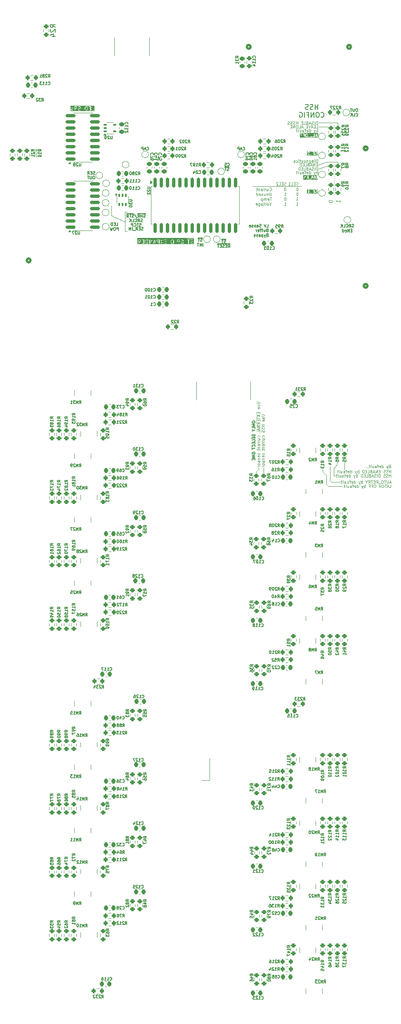
<source format=gbo>
G04 #@! TF.GenerationSoftware,KiCad,Pcbnew,9.0.5*
G04 #@! TF.CreationDate,2025-11-08T18:16:23-06:00*
G04 #@! TF.ProjectId,PowerDistributionUnit_Mk1,506f7765-7244-4697-9374-726962757469,rev?*
G04 #@! TF.SameCoordinates,Original*
G04 #@! TF.FileFunction,Legend,Bot*
G04 #@! TF.FilePolarity,Positive*
%FSLAX46Y46*%
G04 Gerber Fmt 4.6, Leading zero omitted, Abs format (unit mm)*
G04 Created by KiCad (PCBNEW 9.0.5) date 2025-11-08 18:16:23*
%MOMM*%
%LPD*%
G01*
G04 APERTURE LIST*
G04 Aperture macros list*
%AMRoundRect*
0 Rectangle with rounded corners*
0 $1 Rounding radius*
0 $2 $3 $4 $5 $6 $7 $8 $9 X,Y pos of 4 corners*
0 Add a 4 corners polygon primitive as box body*
4,1,4,$2,$3,$4,$5,$6,$7,$8,$9,$2,$3,0*
0 Add four circle primitives for the rounded corners*
1,1,$1+$1,$2,$3*
1,1,$1+$1,$4,$5*
1,1,$1+$1,$6,$7*
1,1,$1+$1,$8,$9*
0 Add four rect primitives between the rounded corners*
20,1,$1+$1,$2,$3,$4,$5,0*
20,1,$1+$1,$4,$5,$6,$7,0*
20,1,$1+$1,$6,$7,$8,$9,0*
20,1,$1+$1,$8,$9,$2,$3,0*%
G04 Aperture macros list end*
%ADD10C,0.100000*%
%ADD11C,0.127000*%
%ADD12C,0.200000*%
%ADD13C,0.120000*%
%ADD14C,0.150000*%
%ADD15C,0.508000*%
%ADD16R,1.700000X1.700000*%
%ADD17C,6.400000*%
%ADD18C,1.752600*%
%ADD19R,3.000000X3.000000*%
%ADD20C,3.000000*%
%ADD21C,1.346200*%
%ADD22C,2.780000*%
%ADD23C,1.524000*%
%ADD24C,7.400000*%
%ADD25RoundRect,0.200000X-0.275000X0.200000X-0.275000X-0.200000X0.275000X-0.200000X0.275000X0.200000X0*%
%ADD26R,0.500000X0.800000*%
%ADD27R,0.400000X0.800000*%
%ADD28RoundRect,0.200000X0.275000X-0.200000X0.275000X0.200000X-0.275000X0.200000X-0.275000X-0.200000X0*%
%ADD29C,1.000000*%
%ADD30RoundRect,0.200000X0.200000X0.275000X-0.200000X0.275000X-0.200000X-0.275000X0.200000X-0.275000X0*%
%ADD31RoundRect,0.200000X-0.200000X-0.275000X0.200000X-0.275000X0.200000X0.275000X-0.200000X0.275000X0*%
%ADD32RoundRect,0.225000X-0.225000X-0.250000X0.225000X-0.250000X0.225000X0.250000X-0.225000X0.250000X0*%
%ADD33RoundRect,0.225000X0.225000X0.250000X-0.225000X0.250000X-0.225000X-0.250000X0.225000X-0.250000X0*%
%ADD34RoundRect,0.100000X-0.225000X-0.100000X0.225000X-0.100000X0.225000X0.100000X-0.225000X0.100000X0*%
%ADD35RoundRect,0.100000X-0.100000X0.225000X-0.100000X-0.225000X0.100000X-0.225000X0.100000X0.225000X0*%
%ADD36RoundRect,0.150000X-0.825000X-0.150000X0.825000X-0.150000X0.825000X0.150000X-0.825000X0.150000X0*%
%ADD37RoundRect,0.225000X-0.250000X0.225000X-0.250000X-0.225000X0.250000X-0.225000X0.250000X0.225000X0*%
%ADD38RoundRect,0.225000X0.250000X-0.225000X0.250000X0.225000X-0.250000X0.225000X-0.250000X-0.225000X0*%
%ADD39RoundRect,0.150000X-0.150000X0.875000X-0.150000X-0.875000X0.150000X-0.875000X0.150000X0.875000X0*%
G04 APERTURE END LIST*
D10*
X179150000Y-57900000D02*
X179500000Y-58250000D01*
X179900000Y-56850000D02*
X180000000Y-56950000D01*
X177600000Y-56150000D02*
X178400000Y-56855882D01*
X180600000Y-54300000D02*
X180600000Y-54650000D01*
X178400000Y-58700000D02*
X178800000Y-59100000D01*
X137050000Y-4900000D02*
X134250000Y-3600000D01*
X164500000Y-55650000D02*
X164500000Y-55300000D01*
X176850000Y14600000D02*
X178700000Y14600000D01*
X173300000Y2400000D02*
X163250000Y2400000D01*
X137500000Y-2900000D02*
X137050000Y-2900000D01*
X178400000Y-56855882D02*
X178400000Y-58700000D01*
X180150000Y-56950000D02*
X180000000Y-56950000D01*
X134250000Y-1600000D02*
X134250000Y-1580000D01*
X134250000Y-1180000D02*
X134250000Y-1160000D01*
X134250000Y-760000D02*
X134250000Y-740000D01*
X134250000Y-340000D02*
X134250000Y-320000D01*
X134250000Y80000D02*
X134250000Y100000D01*
X181150000Y-58250000D02*
X179500000Y-58250000D01*
X178475000Y6550000D02*
X178700000Y6550000D01*
X181650000Y-59100000D02*
X178800000Y-59100000D01*
X134250000Y-3600000D02*
X134250000Y-1600000D01*
X180600000Y-54650000D02*
X179900000Y-55450000D01*
X176800000Y6800000D02*
X178450000Y7400000D01*
X179150000Y-57900000D02*
X179150000Y-55000000D01*
X177600000Y-56150000D02*
X177600000Y-55650000D01*
X182150000Y-54300000D02*
X182150000Y-55700000D01*
X165500000Y-55300000D02*
X165500000Y-56400000D01*
X178450000Y7400000D02*
X180800000Y7400000D01*
X164000000Y-56150000D02*
X164500000Y-55650000D01*
X137050000Y-2900000D02*
X137050000Y-6900000D01*
X180800000Y15400000D02*
X180800000Y14850000D01*
X179900000Y-56850000D02*
X179900000Y-55450000D01*
X137050000Y-6900000D02*
X137500000Y-6900000D01*
X164000000Y-56400000D02*
X164000000Y-56150000D01*
X180800000Y7400000D02*
X180800000Y7050000D01*
X180050000Y14950000D02*
X180050000Y14930000D01*
X180050000Y14530000D02*
X180050000Y14510000D01*
X180050000Y14110000D02*
X180050000Y14090000D01*
X180050000Y13690000D02*
X180050000Y13670000D01*
X180050000Y13270000D02*
X180050000Y13250000D01*
X180050000Y12850000D02*
X180050000Y12830000D01*
X180050000Y12430000D02*
X180050000Y12410000D01*
X180050000Y12010000D02*
X180050000Y11990000D01*
X180050000Y11590000D02*
X180050000Y11570000D01*
X180050000Y11170000D02*
X180050000Y11150000D01*
X180050000Y10750000D02*
X180050000Y10730000D01*
X180050000Y10330000D02*
X180050000Y10310000D01*
X180050000Y9910000D02*
X180050000Y9890000D01*
X180050000Y9490000D02*
X180050000Y9470000D01*
X180050000Y9070000D02*
X180050000Y9050000D01*
X180050000Y8650000D02*
X180050000Y8630000D01*
X180050000Y8230000D02*
X180050000Y8210000D01*
X180050000Y7810000D02*
X180050000Y7790000D01*
X180050000Y7390000D02*
X180050000Y7370000D01*
X180050000Y6970000D02*
X180050000Y6950000D01*
X180050000Y6550000D02*
X180050000Y6530000D01*
X180050000Y6130000D02*
X180050000Y6110000D01*
X180050000Y5710000D02*
X180050000Y5690000D01*
X180050000Y5290000D02*
X180050000Y5270000D01*
X180050000Y4870000D02*
X180050000Y4850000D01*
X180050000Y4450000D02*
X180050000Y4430000D01*
X180050000Y4030000D02*
X180050000Y4010000D01*
X180050000Y3610000D02*
X180050000Y3590000D01*
X180050000Y3190000D02*
X180050000Y3170000D01*
X180050000Y2770000D02*
X180050000Y2750000D01*
X180050000Y2350000D02*
X180050000Y2330000D01*
X180050000Y1930000D02*
X180050000Y1910000D01*
X180050000Y1510000D02*
X180050000Y1490000D01*
X180050000Y1090000D02*
X180050000Y1070000D01*
X180050000Y670000D02*
X180050000Y650000D01*
X180050000Y250000D02*
X180050000Y230000D01*
X180050000Y-170000D02*
X180050000Y-190000D01*
X180050000Y-590000D02*
X180050000Y-610000D01*
X180050000Y-1010000D02*
X180050000Y-1030000D01*
X176850000Y15400000D02*
X180800000Y15400000D01*
X176800000Y5950000D02*
X178450000Y6550000D01*
D11*
G36*
X176651595Y849865D02*
G01*
X174453238Y849865D01*
X174453238Y1004332D01*
X174519905Y1004332D01*
X174519905Y955732D01*
X174554271Y921366D01*
X174578571Y916532D01*
X174921428Y916532D01*
X174945728Y921366D01*
X174980094Y955732D01*
X174980094Y1004332D01*
X175034190Y1004332D01*
X175034190Y955732D01*
X175068556Y921366D01*
X175092856Y916532D01*
X175378570Y916532D01*
X175402870Y921366D01*
X175437236Y955732D01*
X175442070Y980032D01*
X175442070Y1580032D01*
X175437236Y1604332D01*
X175577047Y1604332D01*
X175577047Y1555732D01*
X175611413Y1521366D01*
X175635713Y1516532D01*
X175857927Y1516532D01*
X175857927Y1357818D01*
X175721427Y1357818D01*
X175697127Y1352984D01*
X175662761Y1318618D01*
X175662761Y1270018D01*
X175697127Y1235652D01*
X175721427Y1230818D01*
X175857927Y1230818D01*
X175857927Y1043532D01*
X175635713Y1043532D01*
X175611413Y1038698D01*
X175577047Y1004332D01*
X175577047Y955732D01*
X175611413Y921366D01*
X175635713Y916532D01*
X175921427Y916532D01*
X175945727Y921366D01*
X175980093Y955732D01*
X175984927Y980032D01*
X175984927Y1151461D01*
X176115071Y1151461D01*
X176115071Y1094318D01*
X176115691Y1091198D01*
X176115231Y1089817D01*
X176117919Y1080000D01*
X176119905Y1070018D01*
X176120934Y1068988D01*
X176121775Y1065920D01*
X176150346Y1008777D01*
X176156590Y1000731D01*
X176162242Y992273D01*
X176190813Y963702D01*
X176199274Y958048D01*
X176207315Y951808D01*
X176264457Y923236D01*
X176267526Y922395D01*
X176268556Y921366D01*
X176278532Y919381D01*
X176288353Y916692D01*
X176289735Y917152D01*
X176292856Y916532D01*
X176435714Y916532D01*
X176445697Y918518D01*
X176455795Y919791D01*
X176541509Y948363D01*
X176563033Y960633D01*
X176584768Y1004103D01*
X176569399Y1050209D01*
X176525929Y1071944D01*
X176501347Y1068845D01*
X176425410Y1043532D01*
X176307847Y1043532D01*
X176273326Y1060792D01*
X176259330Y1074788D01*
X176242071Y1109308D01*
X176242071Y1136471D01*
X176259330Y1170990D01*
X176273327Y1184986D01*
X176315019Y1205832D01*
X176422543Y1232714D01*
X176428832Y1235685D01*
X176435540Y1237522D01*
X176492683Y1266093D01*
X176500728Y1272337D01*
X176509187Y1277989D01*
X176537758Y1306560D01*
X176543414Y1315026D01*
X176549652Y1323063D01*
X176578224Y1380206D01*
X176579064Y1383274D01*
X176580094Y1384304D01*
X176582079Y1394284D01*
X176584768Y1404102D01*
X176584307Y1405483D01*
X176584928Y1408604D01*
X176584928Y1465746D01*
X176584307Y1468866D01*
X176584768Y1470248D01*
X176582079Y1480065D01*
X176580094Y1490046D01*
X176579064Y1491075D01*
X176578224Y1494144D01*
X176549652Y1551287D01*
X176543414Y1559323D01*
X176537758Y1567790D01*
X176509187Y1596361D01*
X176500728Y1602012D01*
X176492683Y1608257D01*
X176435540Y1636828D01*
X176432471Y1637668D01*
X176431442Y1638698D01*
X176421459Y1640683D01*
X176411643Y1643372D01*
X176410261Y1642911D01*
X176407142Y1643532D01*
X176264285Y1643532D01*
X176254301Y1641545D01*
X176244204Y1640273D01*
X176158491Y1611702D01*
X176136966Y1599432D01*
X176115231Y1555962D01*
X176130600Y1509856D01*
X176174070Y1488121D01*
X176198651Y1491220D01*
X176274591Y1516532D01*
X176392152Y1516532D01*
X176426671Y1499272D01*
X176440667Y1485275D01*
X176457928Y1450755D01*
X176457928Y1423594D01*
X176440667Y1389074D01*
X176426671Y1375077D01*
X176384979Y1354231D01*
X176277455Y1327350D01*
X176271165Y1324378D01*
X176264458Y1322542D01*
X176207316Y1293971D01*
X176199279Y1287733D01*
X176190813Y1282077D01*
X176162242Y1253506D01*
X176156590Y1245047D01*
X176150346Y1237002D01*
X176121775Y1179859D01*
X176120934Y1176790D01*
X176119905Y1175761D01*
X176117919Y1165778D01*
X176115231Y1155962D01*
X176115691Y1154580D01*
X176115071Y1151461D01*
X175984927Y1151461D01*
X175984927Y1580032D01*
X175980093Y1604332D01*
X175945727Y1638698D01*
X175921427Y1643532D01*
X175635713Y1643532D01*
X175611413Y1638698D01*
X175577047Y1604332D01*
X175437236Y1604332D01*
X175402870Y1638698D01*
X175354270Y1638698D01*
X175319904Y1604332D01*
X175315070Y1580032D01*
X175315070Y1043532D01*
X175092856Y1043532D01*
X175068556Y1038698D01*
X175034190Y1004332D01*
X174980094Y1004332D01*
X174945728Y1038698D01*
X174921428Y1043532D01*
X174813499Y1043532D01*
X174813499Y1398158D01*
X174819383Y1392274D01*
X174827846Y1386618D01*
X174835887Y1380379D01*
X174893031Y1351807D01*
X174916927Y1345264D01*
X174963034Y1360633D01*
X174984768Y1404103D01*
X174969399Y1450209D01*
X174949826Y1465400D01*
X174901900Y1489362D01*
X174856488Y1534773D01*
X174802834Y1615256D01*
X174785333Y1632793D01*
X174778921Y1634075D01*
X174774299Y1638698D01*
X174755807Y1638698D01*
X174737676Y1642324D01*
X174732237Y1638698D01*
X174725699Y1638698D01*
X174712624Y1625623D01*
X174697238Y1615366D01*
X174695955Y1608954D01*
X174691333Y1604332D01*
X174686499Y1580032D01*
X174686499Y1043532D01*
X174578571Y1043532D01*
X174554271Y1038698D01*
X174519905Y1004332D01*
X174453238Y1004332D01*
X174453238Y1710199D01*
X176651595Y1710199D01*
X176651595Y849865D01*
G37*
X130877162Y4865587D02*
X130791448Y4837015D01*
X130791448Y4837015D02*
X130648590Y4837015D01*
X130648590Y4837015D02*
X130591448Y4865587D01*
X130591448Y4865587D02*
X130562876Y4894158D01*
X130562876Y4894158D02*
X130534305Y4951301D01*
X130534305Y4951301D02*
X130534305Y5008444D01*
X130534305Y5008444D02*
X130562876Y5065587D01*
X130562876Y5065587D02*
X130591448Y5094158D01*
X130591448Y5094158D02*
X130648590Y5122729D01*
X130648590Y5122729D02*
X130762876Y5151301D01*
X130762876Y5151301D02*
X130820019Y5179872D01*
X130820019Y5179872D02*
X130848590Y5208444D01*
X130848590Y5208444D02*
X130877162Y5265587D01*
X130877162Y5265587D02*
X130877162Y5322729D01*
X130877162Y5322729D02*
X130848590Y5379872D01*
X130848590Y5379872D02*
X130820019Y5408444D01*
X130820019Y5408444D02*
X130762876Y5437015D01*
X130762876Y5437015D02*
X130620019Y5437015D01*
X130620019Y5437015D02*
X130534305Y5408444D01*
X130277161Y5151301D02*
X130077161Y5151301D01*
X129991447Y4837015D02*
X130277161Y4837015D01*
X130277161Y4837015D02*
X130277161Y5437015D01*
X130277161Y5437015D02*
X129991447Y5437015D01*
X129391447Y4837015D02*
X129591447Y5122729D01*
X129734304Y4837015D02*
X129734304Y5437015D01*
X129734304Y5437015D02*
X129505733Y5437015D01*
X129505733Y5437015D02*
X129448590Y5408444D01*
X129448590Y5408444D02*
X129420019Y5379872D01*
X129420019Y5379872D02*
X129391447Y5322729D01*
X129391447Y5322729D02*
X129391447Y5237015D01*
X129391447Y5237015D02*
X129420019Y5179872D01*
X129420019Y5179872D02*
X129448590Y5151301D01*
X129448590Y5151301D02*
X129505733Y5122729D01*
X129505733Y5122729D02*
X129734304Y5122729D01*
X130734305Y4471049D02*
X130620019Y4471049D01*
X130620019Y4471049D02*
X130562876Y4442478D01*
X130562876Y4442478D02*
X130505733Y4385335D01*
X130505733Y4385335D02*
X130477162Y4271049D01*
X130477162Y4271049D02*
X130477162Y4071049D01*
X130477162Y4071049D02*
X130505733Y3956763D01*
X130505733Y3956763D02*
X130562876Y3899621D01*
X130562876Y3899621D02*
X130620019Y3871049D01*
X130620019Y3871049D02*
X130734305Y3871049D01*
X130734305Y3871049D02*
X130791448Y3899621D01*
X130791448Y3899621D02*
X130848590Y3956763D01*
X130848590Y3956763D02*
X130877162Y4071049D01*
X130877162Y4071049D02*
X130877162Y4271049D01*
X130877162Y4271049D02*
X130848590Y4385335D01*
X130848590Y4385335D02*
X130791448Y4442478D01*
X130791448Y4442478D02*
X130734305Y4471049D01*
X130220019Y4471049D02*
X130220019Y3985335D01*
X130220019Y3985335D02*
X130191448Y3928192D01*
X130191448Y3928192D02*
X130162877Y3899621D01*
X130162877Y3899621D02*
X130105734Y3871049D01*
X130105734Y3871049D02*
X129991448Y3871049D01*
X129991448Y3871049D02*
X129934305Y3899621D01*
X129934305Y3899621D02*
X129905734Y3928192D01*
X129905734Y3928192D02*
X129877162Y3985335D01*
X129877162Y3985335D02*
X129877162Y4471049D01*
X129677163Y4471049D02*
X129334306Y4471049D01*
X129505734Y3871049D02*
X129505734Y4471049D01*
D10*
X169727068Y-1521371D02*
X170069925Y-1521371D01*
X169898496Y-1521371D02*
X169898496Y-921371D01*
X169898496Y-921371D02*
X169955639Y-1007085D01*
X169955639Y-1007085D02*
X170012782Y-1064228D01*
X170012782Y-1064228D02*
X170069925Y-1092800D01*
X176591353Y6792914D02*
X176391353Y6792914D01*
X176305639Y6478628D02*
X176591353Y6478628D01*
X176591353Y6478628D02*
X176591353Y7078628D01*
X176591353Y7078628D02*
X176305639Y7078628D01*
X176048496Y6478628D02*
X176048496Y7078628D01*
X176048496Y7078628D02*
X175705639Y6478628D01*
X175705639Y6478628D02*
X175705639Y7078628D01*
X175448497Y6650057D02*
X175162783Y6650057D01*
X175505640Y6478628D02*
X175305640Y7078628D01*
X175305640Y7078628D02*
X175105640Y6478628D01*
X174705639Y6792914D02*
X174619925Y6764342D01*
X174619925Y6764342D02*
X174591354Y6735771D01*
X174591354Y6735771D02*
X174562782Y6678628D01*
X174562782Y6678628D02*
X174562782Y6592914D01*
X174562782Y6592914D02*
X174591354Y6535771D01*
X174591354Y6535771D02*
X174619925Y6507200D01*
X174619925Y6507200D02*
X174677068Y6478628D01*
X174677068Y6478628D02*
X174905639Y6478628D01*
X174905639Y6478628D02*
X174905639Y7078628D01*
X174905639Y7078628D02*
X174705639Y7078628D01*
X174705639Y7078628D02*
X174648497Y7050057D01*
X174648497Y7050057D02*
X174619925Y7021485D01*
X174619925Y7021485D02*
X174591354Y6964342D01*
X174591354Y6964342D02*
X174591354Y6907200D01*
X174591354Y6907200D02*
X174619925Y6850057D01*
X174619925Y6850057D02*
X174648497Y6821485D01*
X174648497Y6821485D02*
X174705639Y6792914D01*
X174705639Y6792914D02*
X174905639Y6792914D01*
X174019925Y6478628D02*
X174305639Y6478628D01*
X174305639Y6478628D02*
X174305639Y7078628D01*
X173819925Y6792914D02*
X173619925Y6792914D01*
X173534211Y6478628D02*
X173819925Y6478628D01*
X173819925Y6478628D02*
X173819925Y7078628D01*
X173819925Y7078628D02*
X173534211Y7078628D01*
X173277068Y6478628D02*
X173277068Y7078628D01*
X173277068Y7078628D02*
X173134211Y7078628D01*
X173134211Y7078628D02*
X173048497Y7050057D01*
X173048497Y7050057D02*
X172991354Y6992914D01*
X172991354Y6992914D02*
X172962783Y6935771D01*
X172962783Y6935771D02*
X172934211Y6821485D01*
X172934211Y6821485D02*
X172934211Y6735771D01*
X172934211Y6735771D02*
X172962783Y6621485D01*
X172962783Y6621485D02*
X172991354Y6564342D01*
X172991354Y6564342D02*
X173048497Y6507200D01*
X173048497Y6507200D02*
X173134211Y6478628D01*
X173134211Y6478628D02*
X173277068Y6478628D01*
D11*
X161271428Y9837175D02*
X161300000Y9808604D01*
X161300000Y9808604D02*
X161385714Y9780032D01*
X161385714Y9780032D02*
X161442857Y9780032D01*
X161442857Y9780032D02*
X161528571Y9808604D01*
X161528571Y9808604D02*
X161585714Y9865746D01*
X161585714Y9865746D02*
X161614285Y9922889D01*
X161614285Y9922889D02*
X161642857Y10037175D01*
X161642857Y10037175D02*
X161642857Y10122889D01*
X161642857Y10122889D02*
X161614285Y10237175D01*
X161614285Y10237175D02*
X161585714Y10294318D01*
X161585714Y10294318D02*
X161528571Y10351461D01*
X161528571Y10351461D02*
X161442857Y10380032D01*
X161442857Y10380032D02*
X161385714Y10380032D01*
X161385714Y10380032D02*
X161300000Y10351461D01*
X161300000Y10351461D02*
X161271428Y10322889D01*
X161042857Y9951461D02*
X160757143Y9951461D01*
X161100000Y9780032D02*
X160900000Y10380032D01*
X160900000Y10380032D02*
X160700000Y9780032D01*
X160499999Y9780032D02*
X160499999Y10380032D01*
X160499999Y10380032D02*
X160271428Y10380032D01*
X160271428Y10380032D02*
X160214285Y10351461D01*
X160214285Y10351461D02*
X160185714Y10322889D01*
X160185714Y10322889D02*
X160157142Y10265746D01*
X160157142Y10265746D02*
X160157142Y10180032D01*
X160157142Y10180032D02*
X160185714Y10122889D01*
X160185714Y10122889D02*
X160214285Y10094318D01*
X160214285Y10094318D02*
X160271428Y10065746D01*
X160271428Y10065746D02*
X160499999Y10065746D01*
D10*
X167077068Y-921371D02*
X166877068Y-1521371D01*
X166877068Y-1521371D02*
X166677068Y-921371D01*
X166391353Y-1521371D02*
X166448496Y-1492800D01*
X166448496Y-1492800D02*
X166477067Y-1464228D01*
X166477067Y-1464228D02*
X166505639Y-1407085D01*
X166505639Y-1407085D02*
X166505639Y-1235657D01*
X166505639Y-1235657D02*
X166477067Y-1178514D01*
X166477067Y-1178514D02*
X166448496Y-1149942D01*
X166448496Y-1149942D02*
X166391353Y-1121371D01*
X166391353Y-1121371D02*
X166305639Y-1121371D01*
X166305639Y-1121371D02*
X166248496Y-1149942D01*
X166248496Y-1149942D02*
X166219925Y-1178514D01*
X166219925Y-1178514D02*
X166191353Y-1235657D01*
X166191353Y-1235657D02*
X166191353Y-1407085D01*
X166191353Y-1407085D02*
X166219925Y-1464228D01*
X166219925Y-1464228D02*
X166248496Y-1492800D01*
X166248496Y-1492800D02*
X166305639Y-1521371D01*
X166305639Y-1521371D02*
X166391353Y-1521371D01*
X165848496Y-1521371D02*
X165905639Y-1492800D01*
X165905639Y-1492800D02*
X165934210Y-1435657D01*
X165934210Y-1435657D02*
X165934210Y-921371D01*
X165705639Y-1121371D02*
X165477067Y-1121371D01*
X165619924Y-921371D02*
X165619924Y-1435657D01*
X165619924Y-1435657D02*
X165591353Y-1492800D01*
X165591353Y-1492800D02*
X165534210Y-1521371D01*
X165534210Y-1521371D02*
X165477067Y-1521371D01*
X165019925Y-1521371D02*
X165019925Y-1207085D01*
X165019925Y-1207085D02*
X165048496Y-1149942D01*
X165048496Y-1149942D02*
X165105639Y-1121371D01*
X165105639Y-1121371D02*
X165219925Y-1121371D01*
X165219925Y-1121371D02*
X165277067Y-1149942D01*
X165019925Y-1492800D02*
X165077067Y-1521371D01*
X165077067Y-1521371D02*
X165219925Y-1521371D01*
X165219925Y-1521371D02*
X165277067Y-1492800D01*
X165277067Y-1492800D02*
X165305639Y-1435657D01*
X165305639Y-1435657D02*
X165305639Y-1378514D01*
X165305639Y-1378514D02*
X165277067Y-1321371D01*
X165277067Y-1321371D02*
X165219925Y-1292800D01*
X165219925Y-1292800D02*
X165077067Y-1292800D01*
X165077067Y-1292800D02*
X165019925Y-1264228D01*
X164477068Y-1121371D02*
X164477068Y-1607085D01*
X164477068Y-1607085D02*
X164505639Y-1664228D01*
X164505639Y-1664228D02*
X164534210Y-1692800D01*
X164534210Y-1692800D02*
X164591353Y-1721371D01*
X164591353Y-1721371D02*
X164677068Y-1721371D01*
X164677068Y-1721371D02*
X164734210Y-1692800D01*
X164477068Y-1492800D02*
X164534210Y-1521371D01*
X164534210Y-1521371D02*
X164648496Y-1521371D01*
X164648496Y-1521371D02*
X164705639Y-1492800D01*
X164705639Y-1492800D02*
X164734210Y-1464228D01*
X164734210Y-1464228D02*
X164762782Y-1407085D01*
X164762782Y-1407085D02*
X164762782Y-1235657D01*
X164762782Y-1235657D02*
X164734210Y-1178514D01*
X164734210Y-1178514D02*
X164705639Y-1149942D01*
X164705639Y-1149942D02*
X164648496Y-1121371D01*
X164648496Y-1121371D02*
X164534210Y-1121371D01*
X164534210Y-1121371D02*
X164477068Y-1149942D01*
X163962782Y-1492800D02*
X164019925Y-1521371D01*
X164019925Y-1521371D02*
X164134211Y-1521371D01*
X164134211Y-1521371D02*
X164191353Y-1492800D01*
X164191353Y-1492800D02*
X164219925Y-1435657D01*
X164219925Y-1435657D02*
X164219925Y-1207085D01*
X164219925Y-1207085D02*
X164191353Y-1149942D01*
X164191353Y-1149942D02*
X164134211Y-1121371D01*
X164134211Y-1121371D02*
X164019925Y-1121371D01*
X164019925Y-1121371D02*
X163962782Y-1149942D01*
X163962782Y-1149942D02*
X163934211Y-1207085D01*
X163934211Y-1207085D02*
X163934211Y-1264228D01*
X163934211Y-1264228D02*
X164219925Y-1321371D01*
X166969925Y1078628D02*
X167030639Y592914D01*
X167030639Y592914D02*
X167009211Y535771D01*
X167009211Y535771D02*
X166984211Y507200D01*
X166984211Y507200D02*
X166930639Y478628D01*
X166930639Y478628D02*
X166816353Y478628D01*
X166816353Y478628D02*
X166755639Y507200D01*
X166755639Y507200D02*
X166723496Y535771D01*
X166723496Y535771D02*
X166687782Y592914D01*
X166687782Y592914D02*
X166627068Y1078628D01*
X166366354Y878628D02*
X166416354Y478628D01*
X166373497Y821485D02*
X166341354Y850057D01*
X166341354Y850057D02*
X166280640Y878628D01*
X166280640Y878628D02*
X166194925Y878628D01*
X166194925Y878628D02*
X166141354Y850057D01*
X166141354Y850057D02*
X166119925Y792914D01*
X166119925Y792914D02*
X166159211Y478628D01*
X165566354Y878628D02*
X165616354Y478628D01*
X165823497Y878628D02*
X165862783Y564342D01*
X165862783Y564342D02*
X165841354Y507200D01*
X165841354Y507200D02*
X165787783Y478628D01*
X165787783Y478628D02*
X165702068Y478628D01*
X165702068Y478628D02*
X165641354Y507200D01*
X165641354Y507200D02*
X165609211Y535771D01*
X165355640Y507200D02*
X165302068Y478628D01*
X165302068Y478628D02*
X165187783Y478628D01*
X165187783Y478628D02*
X165127068Y507200D01*
X165127068Y507200D02*
X165091354Y564342D01*
X165091354Y564342D02*
X165087783Y592914D01*
X165087783Y592914D02*
X165109211Y650057D01*
X165109211Y650057D02*
X165162783Y678628D01*
X165162783Y678628D02*
X165248497Y678628D01*
X165248497Y678628D02*
X165302068Y707200D01*
X165302068Y707200D02*
X165323497Y764342D01*
X165323497Y764342D02*
X165319926Y792914D01*
X165319926Y792914D02*
X165284211Y850057D01*
X165284211Y850057D02*
X165223497Y878628D01*
X165223497Y878628D02*
X165137783Y878628D01*
X165137783Y878628D02*
X165084211Y850057D01*
X164612783Y507200D02*
X164673497Y478628D01*
X164673497Y478628D02*
X164787783Y478628D01*
X164787783Y478628D02*
X164841354Y507200D01*
X164841354Y507200D02*
X164862783Y564342D01*
X164862783Y564342D02*
X164834212Y792914D01*
X164834212Y792914D02*
X164798497Y850057D01*
X164798497Y850057D02*
X164737783Y878628D01*
X164737783Y878628D02*
X164623497Y878628D01*
X164623497Y878628D02*
X164569926Y850057D01*
X164569926Y850057D02*
X164548497Y792914D01*
X164548497Y792914D02*
X164555640Y735771D01*
X164555640Y735771D02*
X164848497Y678628D01*
X164073497Y478628D02*
X163998497Y1078628D01*
X164069926Y507200D02*
X164130640Y478628D01*
X164130640Y478628D02*
X164244926Y478628D01*
X164244926Y478628D02*
X164298497Y507200D01*
X164298497Y507200D02*
X164323497Y535771D01*
X164323497Y535771D02*
X164344926Y592914D01*
X164344926Y592914D02*
X164323497Y764342D01*
X164323497Y764342D02*
X164287783Y821485D01*
X164287783Y821485D02*
X164255640Y850057D01*
X164255640Y850057D02*
X164194926Y878628D01*
X164194926Y878628D02*
X164080640Y878628D01*
X164080640Y878628D02*
X164027068Y850057D01*
X176591353Y7278628D02*
X176591353Y7878628D01*
X176591353Y7878628D02*
X176448496Y7878628D01*
X176448496Y7878628D02*
X176362782Y7850057D01*
X176362782Y7850057D02*
X176305639Y7792914D01*
X176305639Y7792914D02*
X176277068Y7735771D01*
X176277068Y7735771D02*
X176248496Y7621485D01*
X176248496Y7621485D02*
X176248496Y7535771D01*
X176248496Y7535771D02*
X176277068Y7421485D01*
X176277068Y7421485D02*
X176305639Y7364342D01*
X176305639Y7364342D02*
X176362782Y7307200D01*
X176362782Y7307200D02*
X176448496Y7278628D01*
X176448496Y7278628D02*
X176591353Y7278628D01*
X175991353Y7278628D02*
X175991353Y7678628D01*
X175991353Y7878628D02*
X176019925Y7850057D01*
X176019925Y7850057D02*
X175991353Y7821485D01*
X175991353Y7821485D02*
X175962782Y7850057D01*
X175962782Y7850057D02*
X175991353Y7878628D01*
X175991353Y7878628D02*
X175991353Y7821485D01*
X175448497Y7278628D02*
X175448497Y7592914D01*
X175448497Y7592914D02*
X175477068Y7650057D01*
X175477068Y7650057D02*
X175534211Y7678628D01*
X175534211Y7678628D02*
X175648497Y7678628D01*
X175648497Y7678628D02*
X175705639Y7650057D01*
X175448497Y7307200D02*
X175505639Y7278628D01*
X175505639Y7278628D02*
X175648497Y7278628D01*
X175648497Y7278628D02*
X175705639Y7307200D01*
X175705639Y7307200D02*
X175734211Y7364342D01*
X175734211Y7364342D02*
X175734211Y7421485D01*
X175734211Y7421485D02*
X175705639Y7478628D01*
X175705639Y7478628D02*
X175648497Y7507200D01*
X175648497Y7507200D02*
X175505639Y7507200D01*
X175505639Y7507200D02*
X175448497Y7535771D01*
X174905640Y7678628D02*
X174905640Y7192914D01*
X174905640Y7192914D02*
X174934211Y7135771D01*
X174934211Y7135771D02*
X174962782Y7107200D01*
X174962782Y7107200D02*
X175019925Y7078628D01*
X175019925Y7078628D02*
X175105640Y7078628D01*
X175105640Y7078628D02*
X175162782Y7107200D01*
X174905640Y7307200D02*
X174962782Y7278628D01*
X174962782Y7278628D02*
X175077068Y7278628D01*
X175077068Y7278628D02*
X175134211Y7307200D01*
X175134211Y7307200D02*
X175162782Y7335771D01*
X175162782Y7335771D02*
X175191354Y7392914D01*
X175191354Y7392914D02*
X175191354Y7564342D01*
X175191354Y7564342D02*
X175162782Y7621485D01*
X175162782Y7621485D02*
X175134211Y7650057D01*
X175134211Y7650057D02*
X175077068Y7678628D01*
X175077068Y7678628D02*
X174962782Y7678628D01*
X174962782Y7678628D02*
X174905640Y7650057D01*
X174619925Y7678628D02*
X174619925Y7278628D01*
X174619925Y7621485D02*
X174591354Y7650057D01*
X174591354Y7650057D02*
X174534211Y7678628D01*
X174534211Y7678628D02*
X174448497Y7678628D01*
X174448497Y7678628D02*
X174391354Y7650057D01*
X174391354Y7650057D02*
X174362783Y7592914D01*
X174362783Y7592914D02*
X174362783Y7278628D01*
X173991354Y7278628D02*
X174048497Y7307200D01*
X174048497Y7307200D02*
X174077068Y7335771D01*
X174077068Y7335771D02*
X174105640Y7392914D01*
X174105640Y7392914D02*
X174105640Y7564342D01*
X174105640Y7564342D02*
X174077068Y7621485D01*
X174077068Y7621485D02*
X174048497Y7650057D01*
X174048497Y7650057D02*
X173991354Y7678628D01*
X173991354Y7678628D02*
X173905640Y7678628D01*
X173905640Y7678628D02*
X173848497Y7650057D01*
X173848497Y7650057D02*
X173819926Y7621485D01*
X173819926Y7621485D02*
X173791354Y7564342D01*
X173791354Y7564342D02*
X173791354Y7392914D01*
X173791354Y7392914D02*
X173819926Y7335771D01*
X173819926Y7335771D02*
X173848497Y7307200D01*
X173848497Y7307200D02*
X173905640Y7278628D01*
X173905640Y7278628D02*
X173991354Y7278628D01*
X173562783Y7307200D02*
X173505640Y7278628D01*
X173505640Y7278628D02*
X173391354Y7278628D01*
X173391354Y7278628D02*
X173334211Y7307200D01*
X173334211Y7307200D02*
X173305640Y7364342D01*
X173305640Y7364342D02*
X173305640Y7392914D01*
X173305640Y7392914D02*
X173334211Y7450057D01*
X173334211Y7450057D02*
X173391354Y7478628D01*
X173391354Y7478628D02*
X173477069Y7478628D01*
X173477069Y7478628D02*
X173534211Y7507200D01*
X173534211Y7507200D02*
X173562783Y7564342D01*
X173562783Y7564342D02*
X173562783Y7592914D01*
X173562783Y7592914D02*
X173534211Y7650057D01*
X173534211Y7650057D02*
X173477069Y7678628D01*
X173477069Y7678628D02*
X173391354Y7678628D01*
X173391354Y7678628D02*
X173334211Y7650057D01*
X173134212Y7678628D02*
X172905640Y7678628D01*
X173048497Y7878628D02*
X173048497Y7364342D01*
X173048497Y7364342D02*
X173019926Y7307200D01*
X173019926Y7307200D02*
X172962783Y7278628D01*
X172962783Y7278628D02*
X172905640Y7278628D01*
X172705640Y7278628D02*
X172705640Y7678628D01*
X172705640Y7878628D02*
X172734212Y7850057D01*
X172734212Y7850057D02*
X172705640Y7821485D01*
X172705640Y7821485D02*
X172677069Y7850057D01*
X172677069Y7850057D02*
X172705640Y7878628D01*
X172705640Y7878628D02*
X172705640Y7821485D01*
X172162784Y7307200D02*
X172219926Y7278628D01*
X172219926Y7278628D02*
X172334212Y7278628D01*
X172334212Y7278628D02*
X172391355Y7307200D01*
X172391355Y7307200D02*
X172419926Y7335771D01*
X172419926Y7335771D02*
X172448498Y7392914D01*
X172448498Y7392914D02*
X172448498Y7564342D01*
X172448498Y7564342D02*
X172419926Y7621485D01*
X172419926Y7621485D02*
X172391355Y7650057D01*
X172391355Y7650057D02*
X172334212Y7678628D01*
X172334212Y7678628D02*
X172219926Y7678628D01*
X172219926Y7678628D02*
X172162784Y7650057D01*
X171934212Y7307200D02*
X171877069Y7278628D01*
X171877069Y7278628D02*
X171762783Y7278628D01*
X171762783Y7278628D02*
X171705640Y7307200D01*
X171705640Y7307200D02*
X171677069Y7364342D01*
X171677069Y7364342D02*
X171677069Y7392914D01*
X171677069Y7392914D02*
X171705640Y7450057D01*
X171705640Y7450057D02*
X171762783Y7478628D01*
X171762783Y7478628D02*
X171848498Y7478628D01*
X171848498Y7478628D02*
X171905640Y7507200D01*
X171905640Y7507200D02*
X171934212Y7564342D01*
X171934212Y7564342D02*
X171934212Y7592914D01*
X171934212Y7592914D02*
X171905640Y7650057D01*
X171905640Y7650057D02*
X171848498Y7678628D01*
X171848498Y7678628D02*
X171762783Y7678628D01*
X171762783Y7678628D02*
X171705640Y7650057D01*
X176591353Y15078628D02*
X176591353Y15678628D01*
X176591353Y15678628D02*
X176448496Y15678628D01*
X176448496Y15678628D02*
X176362782Y15650057D01*
X176362782Y15650057D02*
X176305639Y15592914D01*
X176305639Y15592914D02*
X176277068Y15535771D01*
X176277068Y15535771D02*
X176248496Y15421485D01*
X176248496Y15421485D02*
X176248496Y15335771D01*
X176248496Y15335771D02*
X176277068Y15221485D01*
X176277068Y15221485D02*
X176305639Y15164342D01*
X176305639Y15164342D02*
X176362782Y15107200D01*
X176362782Y15107200D02*
X176448496Y15078628D01*
X176448496Y15078628D02*
X176591353Y15078628D01*
X175991353Y15078628D02*
X175991353Y15678628D01*
X175734211Y15107200D02*
X175648497Y15078628D01*
X175648497Y15078628D02*
X175505639Y15078628D01*
X175505639Y15078628D02*
X175448497Y15107200D01*
X175448497Y15107200D02*
X175419925Y15135771D01*
X175419925Y15135771D02*
X175391354Y15192914D01*
X175391354Y15192914D02*
X175391354Y15250057D01*
X175391354Y15250057D02*
X175419925Y15307200D01*
X175419925Y15307200D02*
X175448497Y15335771D01*
X175448497Y15335771D02*
X175505639Y15364342D01*
X175505639Y15364342D02*
X175619925Y15392914D01*
X175619925Y15392914D02*
X175677068Y15421485D01*
X175677068Y15421485D02*
X175705639Y15450057D01*
X175705639Y15450057D02*
X175734211Y15507200D01*
X175734211Y15507200D02*
X175734211Y15564342D01*
X175734211Y15564342D02*
X175705639Y15621485D01*
X175705639Y15621485D02*
X175677068Y15650057D01*
X175677068Y15650057D02*
X175619925Y15678628D01*
X175619925Y15678628D02*
X175477068Y15678628D01*
X175477068Y15678628D02*
X175391354Y15650057D01*
X175162782Y15250057D02*
X174877068Y15250057D01*
X175219925Y15078628D02*
X175019925Y15678628D01*
X175019925Y15678628D02*
X174819925Y15078628D01*
X174419924Y15392914D02*
X174334210Y15364342D01*
X174334210Y15364342D02*
X174305639Y15335771D01*
X174305639Y15335771D02*
X174277067Y15278628D01*
X174277067Y15278628D02*
X174277067Y15192914D01*
X174277067Y15192914D02*
X174305639Y15135771D01*
X174305639Y15135771D02*
X174334210Y15107200D01*
X174334210Y15107200D02*
X174391353Y15078628D01*
X174391353Y15078628D02*
X174619924Y15078628D01*
X174619924Y15078628D02*
X174619924Y15678628D01*
X174619924Y15678628D02*
X174419924Y15678628D01*
X174419924Y15678628D02*
X174362782Y15650057D01*
X174362782Y15650057D02*
X174334210Y15621485D01*
X174334210Y15621485D02*
X174305639Y15564342D01*
X174305639Y15564342D02*
X174305639Y15507200D01*
X174305639Y15507200D02*
X174334210Y15450057D01*
X174334210Y15450057D02*
X174362782Y15421485D01*
X174362782Y15421485D02*
X174419924Y15392914D01*
X174419924Y15392914D02*
X174619924Y15392914D01*
X173734210Y15078628D02*
X174019924Y15078628D01*
X174019924Y15078628D02*
X174019924Y15678628D01*
X173534210Y15392914D02*
X173334210Y15392914D01*
X173248496Y15078628D02*
X173534210Y15078628D01*
X173534210Y15078628D02*
X173534210Y15678628D01*
X173534210Y15678628D02*
X173248496Y15678628D01*
X172534210Y15078628D02*
X172534210Y15678628D01*
X172534210Y15392914D02*
X172191353Y15392914D01*
X172191353Y15078628D02*
X172191353Y15678628D01*
X171934211Y15107200D02*
X171848497Y15078628D01*
X171848497Y15078628D02*
X171705639Y15078628D01*
X171705639Y15078628D02*
X171648497Y15107200D01*
X171648497Y15107200D02*
X171619925Y15135771D01*
X171619925Y15135771D02*
X171591354Y15192914D01*
X171591354Y15192914D02*
X171591354Y15250057D01*
X171591354Y15250057D02*
X171619925Y15307200D01*
X171619925Y15307200D02*
X171648497Y15335771D01*
X171648497Y15335771D02*
X171705639Y15364342D01*
X171705639Y15364342D02*
X171819925Y15392914D01*
X171819925Y15392914D02*
X171877068Y15421485D01*
X171877068Y15421485D02*
X171905639Y15450057D01*
X171905639Y15450057D02*
X171934211Y15507200D01*
X171934211Y15507200D02*
X171934211Y15564342D01*
X171934211Y15564342D02*
X171905639Y15621485D01*
X171905639Y15621485D02*
X171877068Y15650057D01*
X171877068Y15650057D02*
X171819925Y15678628D01*
X171819925Y15678628D02*
X171677068Y15678628D01*
X171677068Y15678628D02*
X171591354Y15650057D01*
X171362782Y15107200D02*
X171277068Y15078628D01*
X171277068Y15078628D02*
X171134210Y15078628D01*
X171134210Y15078628D02*
X171077068Y15107200D01*
X171077068Y15107200D02*
X171048496Y15135771D01*
X171048496Y15135771D02*
X171019925Y15192914D01*
X171019925Y15192914D02*
X171019925Y15250057D01*
X171019925Y15250057D02*
X171048496Y15307200D01*
X171048496Y15307200D02*
X171077068Y15335771D01*
X171077068Y15335771D02*
X171134210Y15364342D01*
X171134210Y15364342D02*
X171248496Y15392914D01*
X171248496Y15392914D02*
X171305639Y15421485D01*
X171305639Y15421485D02*
X171334210Y15450057D01*
X171334210Y15450057D02*
X171362782Y15507200D01*
X171362782Y15507200D02*
X171362782Y15564342D01*
X171362782Y15564342D02*
X171334210Y15621485D01*
X171334210Y15621485D02*
X171305639Y15650057D01*
X171305639Y15650057D02*
X171248496Y15678628D01*
X171248496Y15678628D02*
X171105639Y15678628D01*
X171105639Y15678628D02*
X171019925Y15650057D01*
X170791353Y15107200D02*
X170705639Y15078628D01*
X170705639Y15078628D02*
X170562781Y15078628D01*
X170562781Y15078628D02*
X170505639Y15107200D01*
X170505639Y15107200D02*
X170477067Y15135771D01*
X170477067Y15135771D02*
X170448496Y15192914D01*
X170448496Y15192914D02*
X170448496Y15250057D01*
X170448496Y15250057D02*
X170477067Y15307200D01*
X170477067Y15307200D02*
X170505639Y15335771D01*
X170505639Y15335771D02*
X170562781Y15364342D01*
X170562781Y15364342D02*
X170677067Y15392914D01*
X170677067Y15392914D02*
X170734210Y15421485D01*
X170734210Y15421485D02*
X170762781Y15450057D01*
X170762781Y15450057D02*
X170791353Y15507200D01*
X170791353Y15507200D02*
X170791353Y15564342D01*
X170791353Y15564342D02*
X170762781Y15621485D01*
X170762781Y15621485D02*
X170734210Y15650057D01*
X170734210Y15650057D02*
X170677067Y15678628D01*
X170677067Y15678628D02*
X170534210Y15678628D01*
X170534210Y15678628D02*
X170448496Y15650057D01*
D11*
G36*
X175576184Y4164961D02*
G01*
X175466672Y4164961D01*
X175521428Y4329227D01*
X175576184Y4164961D01*
G37*
G36*
X176457927Y3993532D02*
G01*
X176388874Y3993532D01*
X176327157Y4014104D01*
X176287901Y4053361D01*
X176267055Y4095051D01*
X176242070Y4194992D01*
X176242070Y4265071D01*
X176267055Y4365012D01*
X176287901Y4406704D01*
X176327158Y4445960D01*
X176388876Y4466532D01*
X176457927Y4466532D01*
X176457927Y3993532D01*
G37*
G36*
X176651594Y3742722D02*
G01*
X173648403Y3742722D01*
X173648403Y4530032D01*
X173715070Y4530032D01*
X173715070Y3930032D01*
X173719904Y3905732D01*
X173726070Y3899565D01*
X173728365Y3891152D01*
X173742643Y3882992D01*
X173754270Y3871366D01*
X173762990Y3871366D01*
X173770562Y3867039D01*
X173786427Y3871366D01*
X173802870Y3871366D01*
X173809036Y3877532D01*
X173817450Y3879827D01*
X173833703Y3898527D01*
X174057927Y4290918D01*
X174057927Y3930032D01*
X174062761Y3905732D01*
X174097127Y3871366D01*
X174145727Y3871366D01*
X174180093Y3905732D01*
X174184927Y3930032D01*
X174184927Y4530032D01*
X174180093Y4554332D01*
X174319904Y4554332D01*
X174319904Y4505732D01*
X174354270Y4471366D01*
X174378570Y4466532D01*
X174600784Y4466532D01*
X174600784Y4307818D01*
X174464284Y4307818D01*
X174439984Y4302984D01*
X174405618Y4268618D01*
X174405618Y4220018D01*
X174439984Y4185652D01*
X174464284Y4180818D01*
X174600784Y4180818D01*
X174600784Y3993532D01*
X174378570Y3993532D01*
X174354270Y3988698D01*
X174319904Y3954332D01*
X174319904Y3905732D01*
X174354270Y3871366D01*
X174378570Y3866532D01*
X174664284Y3866532D01*
X174688584Y3871366D01*
X174714407Y3897189D01*
X174748476Y3897189D01*
X174748476Y3848589D01*
X174782842Y3814223D01*
X174807142Y3809389D01*
X175264285Y3809389D01*
X175288585Y3814223D01*
X175322951Y3848589D01*
X175322951Y3867684D01*
X175325929Y3866692D01*
X175369399Y3888427D01*
X175381669Y3909952D01*
X175424339Y4037961D01*
X175618517Y4037961D01*
X175661187Y3909951D01*
X175673457Y3888427D01*
X175716927Y3866692D01*
X175763033Y3882060D01*
X175784768Y3925530D01*
X175781670Y3950112D01*
X175588362Y4530032D01*
X175857927Y4530032D01*
X175857927Y3930032D01*
X175862761Y3905732D01*
X175897127Y3871366D01*
X175945727Y3871366D01*
X175980093Y3905732D01*
X175984927Y3930032D01*
X175984927Y4272889D01*
X176115070Y4272889D01*
X176115070Y4187175D01*
X176116587Y4179544D01*
X176116966Y4171774D01*
X176145538Y4057488D01*
X176148509Y4051198D01*
X176150346Y4044491D01*
X176178917Y3987348D01*
X176185154Y3979311D01*
X176190812Y3970844D01*
X176247955Y3913702D01*
X176250600Y3911934D01*
X176251251Y3910633D01*
X176260091Y3905593D01*
X176268556Y3899938D01*
X176270012Y3899938D01*
X176272775Y3898363D01*
X176358489Y3869791D01*
X176368586Y3868518D01*
X176378570Y3866532D01*
X176521427Y3866532D01*
X176545727Y3871366D01*
X176580093Y3905732D01*
X176584927Y3930032D01*
X176584927Y4530032D01*
X176580093Y4554332D01*
X176545727Y4588698D01*
X176521427Y4593532D01*
X176378570Y4593532D01*
X176368586Y4591545D01*
X176358489Y4590273D01*
X176272776Y4561702D01*
X176270013Y4560127D01*
X176268555Y4560127D01*
X176260086Y4554468D01*
X176251251Y4549432D01*
X176250599Y4548129D01*
X176247954Y4546362D01*
X176190812Y4489219D01*
X176185158Y4480758D01*
X176178917Y4472716D01*
X176150346Y4415573D01*
X176148509Y4408865D01*
X176145538Y4402576D01*
X176116966Y4288290D01*
X176116587Y4280519D01*
X176115070Y4272889D01*
X175984927Y4272889D01*
X175984927Y4530032D01*
X175980093Y4554332D01*
X175945727Y4588698D01*
X175897127Y4588698D01*
X175862761Y4554332D01*
X175857927Y4530032D01*
X175588362Y4530032D01*
X175581669Y4550112D01*
X175569399Y4571637D01*
X175565155Y4573758D01*
X175563033Y4578004D01*
X175543930Y4584371D01*
X175525929Y4593372D01*
X175521428Y4591871D01*
X175516927Y4593372D01*
X175498921Y4584369D01*
X175479823Y4578003D01*
X175477701Y4573759D01*
X175473457Y4571637D01*
X175461187Y4550113D01*
X175261187Y3950112D01*
X175259457Y3936389D01*
X174807142Y3936389D01*
X174782842Y3931555D01*
X174748476Y3897189D01*
X174714407Y3897189D01*
X174722950Y3905732D01*
X174727784Y3930032D01*
X174727784Y4530032D01*
X174722950Y4554332D01*
X174688584Y4588698D01*
X174664284Y4593532D01*
X174378570Y4593532D01*
X174354270Y4588698D01*
X174319904Y4554332D01*
X174180093Y4554332D01*
X174173927Y4560497D01*
X174171632Y4568913D01*
X174157352Y4577072D01*
X174145727Y4588698D01*
X174137007Y4588698D01*
X174129435Y4593025D01*
X174113570Y4588698D01*
X174097127Y4588698D01*
X174090960Y4582531D01*
X174082547Y4580237D01*
X174066294Y4561537D01*
X173842070Y4169144D01*
X173842070Y4530032D01*
X173837236Y4554332D01*
X173802870Y4588698D01*
X173754270Y4588698D01*
X173719904Y4554332D01*
X173715070Y4530032D01*
X173648403Y4530032D01*
X173648403Y4660199D01*
X176651594Y4660199D01*
X176651594Y3742722D01*
G37*
D10*
X176591353Y5678628D02*
X176591353Y6278628D01*
X176591353Y6278628D02*
X176448496Y6278628D01*
X176448496Y6278628D02*
X176362782Y6250057D01*
X176362782Y6250057D02*
X176305639Y6192914D01*
X176305639Y6192914D02*
X176277068Y6135771D01*
X176277068Y6135771D02*
X176248496Y6021485D01*
X176248496Y6021485D02*
X176248496Y5935771D01*
X176248496Y5935771D02*
X176277068Y5821485D01*
X176277068Y5821485D02*
X176305639Y5764342D01*
X176305639Y5764342D02*
X176362782Y5707200D01*
X176362782Y5707200D02*
X176448496Y5678628D01*
X176448496Y5678628D02*
X176591353Y5678628D01*
X175991353Y5678628D02*
X175991353Y6278628D01*
X175734211Y5707200D02*
X175648497Y5678628D01*
X175648497Y5678628D02*
X175505639Y5678628D01*
X175505639Y5678628D02*
X175448497Y5707200D01*
X175448497Y5707200D02*
X175419925Y5735771D01*
X175419925Y5735771D02*
X175391354Y5792914D01*
X175391354Y5792914D02*
X175391354Y5850057D01*
X175391354Y5850057D02*
X175419925Y5907200D01*
X175419925Y5907200D02*
X175448497Y5935771D01*
X175448497Y5935771D02*
X175505639Y5964342D01*
X175505639Y5964342D02*
X175619925Y5992914D01*
X175619925Y5992914D02*
X175677068Y6021485D01*
X175677068Y6021485D02*
X175705639Y6050057D01*
X175705639Y6050057D02*
X175734211Y6107200D01*
X175734211Y6107200D02*
X175734211Y6164342D01*
X175734211Y6164342D02*
X175705639Y6221485D01*
X175705639Y6221485D02*
X175677068Y6250057D01*
X175677068Y6250057D02*
X175619925Y6278628D01*
X175619925Y6278628D02*
X175477068Y6278628D01*
X175477068Y6278628D02*
X175391354Y6250057D01*
X175162782Y5850057D02*
X174877068Y5850057D01*
X175219925Y5678628D02*
X175019925Y6278628D01*
X175019925Y6278628D02*
X174819925Y5678628D01*
X174419924Y5992914D02*
X174334210Y5964342D01*
X174334210Y5964342D02*
X174305639Y5935771D01*
X174305639Y5935771D02*
X174277067Y5878628D01*
X174277067Y5878628D02*
X174277067Y5792914D01*
X174277067Y5792914D02*
X174305639Y5735771D01*
X174305639Y5735771D02*
X174334210Y5707200D01*
X174334210Y5707200D02*
X174391353Y5678628D01*
X174391353Y5678628D02*
X174619924Y5678628D01*
X174619924Y5678628D02*
X174619924Y6278628D01*
X174619924Y6278628D02*
X174419924Y6278628D01*
X174419924Y6278628D02*
X174362782Y6250057D01*
X174362782Y6250057D02*
X174334210Y6221485D01*
X174334210Y6221485D02*
X174305639Y6164342D01*
X174305639Y6164342D02*
X174305639Y6107200D01*
X174305639Y6107200D02*
X174334210Y6050057D01*
X174334210Y6050057D02*
X174362782Y6021485D01*
X174362782Y6021485D02*
X174419924Y5992914D01*
X174419924Y5992914D02*
X174619924Y5992914D01*
X173734210Y5678628D02*
X174019924Y5678628D01*
X174019924Y5678628D02*
X174019924Y6278628D01*
X173534210Y5992914D02*
X173334210Y5992914D01*
X173248496Y5678628D02*
X173534210Y5678628D01*
X173534210Y5678628D02*
X173534210Y6278628D01*
X173534210Y6278628D02*
X173248496Y6278628D01*
X172991353Y5678628D02*
X172991353Y6278628D01*
X172991353Y6278628D02*
X172848496Y6278628D01*
X172848496Y6278628D02*
X172762782Y6250057D01*
X172762782Y6250057D02*
X172705639Y6192914D01*
X172705639Y6192914D02*
X172677068Y6135771D01*
X172677068Y6135771D02*
X172648496Y6021485D01*
X172648496Y6021485D02*
X172648496Y5935771D01*
X172648496Y5935771D02*
X172677068Y5821485D01*
X172677068Y5821485D02*
X172705639Y5764342D01*
X172705639Y5764342D02*
X172762782Y5707200D01*
X172762782Y5707200D02*
X172848496Y5678628D01*
X172848496Y5678628D02*
X172991353Y5678628D01*
X191355639Y-59372371D02*
X191641353Y-59372371D01*
X191641353Y-59372371D02*
X191641353Y-58772371D01*
X191184211Y-59200942D02*
X190898497Y-59200942D01*
X191241354Y-59372371D02*
X191041354Y-58772371D01*
X191041354Y-58772371D02*
X190841354Y-59372371D01*
X190727068Y-58772371D02*
X190384211Y-58772371D01*
X190555639Y-59372371D02*
X190555639Y-58772371D01*
X189841353Y-59315228D02*
X189869925Y-59343800D01*
X189869925Y-59343800D02*
X189955639Y-59372371D01*
X189955639Y-59372371D02*
X190012782Y-59372371D01*
X190012782Y-59372371D02*
X190098496Y-59343800D01*
X190098496Y-59343800D02*
X190155639Y-59286657D01*
X190155639Y-59286657D02*
X190184210Y-59229514D01*
X190184210Y-59229514D02*
X190212782Y-59115228D01*
X190212782Y-59115228D02*
X190212782Y-59029514D01*
X190212782Y-59029514D02*
X190184210Y-58915228D01*
X190184210Y-58915228D02*
X190155639Y-58858085D01*
X190155639Y-58858085D02*
X190098496Y-58800942D01*
X190098496Y-58800942D02*
X190012782Y-58772371D01*
X190012782Y-58772371D02*
X189955639Y-58772371D01*
X189955639Y-58772371D02*
X189869925Y-58800942D01*
X189869925Y-58800942D02*
X189841353Y-58829514D01*
X189584210Y-59372371D02*
X189584210Y-58772371D01*
X189584210Y-59058085D02*
X189241353Y-59058085D01*
X189241353Y-59372371D02*
X189241353Y-58772371D01*
X188384211Y-58772371D02*
X188269925Y-58772371D01*
X188269925Y-58772371D02*
X188212782Y-58800942D01*
X188212782Y-58800942D02*
X188155639Y-58858085D01*
X188155639Y-58858085D02*
X188127068Y-58972371D01*
X188127068Y-58972371D02*
X188127068Y-59172371D01*
X188127068Y-59172371D02*
X188155639Y-59286657D01*
X188155639Y-59286657D02*
X188212782Y-59343800D01*
X188212782Y-59343800D02*
X188269925Y-59372371D01*
X188269925Y-59372371D02*
X188384211Y-59372371D01*
X188384211Y-59372371D02*
X188441354Y-59343800D01*
X188441354Y-59343800D02*
X188498496Y-59286657D01*
X188498496Y-59286657D02*
X188527068Y-59172371D01*
X188527068Y-59172371D02*
X188527068Y-58972371D01*
X188527068Y-58972371D02*
X188498496Y-58858085D01*
X188498496Y-58858085D02*
X188441354Y-58800942D01*
X188441354Y-58800942D02*
X188384211Y-58772371D01*
X187669925Y-59058085D02*
X187869925Y-59058085D01*
X187869925Y-59372371D02*
X187869925Y-58772371D01*
X187869925Y-58772371D02*
X187584211Y-58772371D01*
X187155639Y-59058085D02*
X187355639Y-59058085D01*
X187355639Y-59372371D02*
X187355639Y-58772371D01*
X187355639Y-58772371D02*
X187069925Y-58772371D01*
X186384210Y-59372371D02*
X186384210Y-58772371D01*
X186384210Y-59000942D02*
X186327068Y-58972371D01*
X186327068Y-58972371D02*
X186212782Y-58972371D01*
X186212782Y-58972371D02*
X186155639Y-59000942D01*
X186155639Y-59000942D02*
X186127068Y-59029514D01*
X186127068Y-59029514D02*
X186098496Y-59086657D01*
X186098496Y-59086657D02*
X186098496Y-59258085D01*
X186098496Y-59258085D02*
X186127068Y-59315228D01*
X186127068Y-59315228D02*
X186155639Y-59343800D01*
X186155639Y-59343800D02*
X186212782Y-59372371D01*
X186212782Y-59372371D02*
X186327068Y-59372371D01*
X186327068Y-59372371D02*
X186384210Y-59343800D01*
X185898496Y-58972371D02*
X185755639Y-59372371D01*
X185612782Y-58972371D02*
X185755639Y-59372371D01*
X185755639Y-59372371D02*
X185812782Y-59515228D01*
X185812782Y-59515228D02*
X185841353Y-59543800D01*
X185841353Y-59543800D02*
X185898496Y-59572371D01*
X184669925Y-59372371D02*
X184669925Y-58772371D01*
X184669925Y-59343800D02*
X184727067Y-59372371D01*
X184727067Y-59372371D02*
X184841353Y-59372371D01*
X184841353Y-59372371D02*
X184898496Y-59343800D01*
X184898496Y-59343800D02*
X184927067Y-59315228D01*
X184927067Y-59315228D02*
X184955639Y-59258085D01*
X184955639Y-59258085D02*
X184955639Y-59086657D01*
X184955639Y-59086657D02*
X184927067Y-59029514D01*
X184927067Y-59029514D02*
X184898496Y-59000942D01*
X184898496Y-59000942D02*
X184841353Y-58972371D01*
X184841353Y-58972371D02*
X184727067Y-58972371D01*
X184727067Y-58972371D02*
X184669925Y-59000942D01*
X184155639Y-59343800D02*
X184212782Y-59372371D01*
X184212782Y-59372371D02*
X184327068Y-59372371D01*
X184327068Y-59372371D02*
X184384210Y-59343800D01*
X184384210Y-59343800D02*
X184412782Y-59286657D01*
X184412782Y-59286657D02*
X184412782Y-59058085D01*
X184412782Y-59058085D02*
X184384210Y-59000942D01*
X184384210Y-59000942D02*
X184327068Y-58972371D01*
X184327068Y-58972371D02*
X184212782Y-58972371D01*
X184212782Y-58972371D02*
X184155639Y-59000942D01*
X184155639Y-59000942D02*
X184127068Y-59058085D01*
X184127068Y-59058085D02*
X184127068Y-59115228D01*
X184127068Y-59115228D02*
X184412782Y-59172371D01*
X183955639Y-58972371D02*
X183727067Y-58972371D01*
X183869924Y-59372371D02*
X183869924Y-58858085D01*
X183869924Y-58858085D02*
X183841353Y-58800942D01*
X183841353Y-58800942D02*
X183784210Y-58772371D01*
X183784210Y-58772371D02*
X183727067Y-58772371D01*
X183269925Y-59372371D02*
X183269925Y-59058085D01*
X183269925Y-59058085D02*
X183298496Y-59000942D01*
X183298496Y-59000942D02*
X183355639Y-58972371D01*
X183355639Y-58972371D02*
X183469925Y-58972371D01*
X183469925Y-58972371D02*
X183527067Y-59000942D01*
X183269925Y-59343800D02*
X183327067Y-59372371D01*
X183327067Y-59372371D02*
X183469925Y-59372371D01*
X183469925Y-59372371D02*
X183527067Y-59343800D01*
X183527067Y-59343800D02*
X183555639Y-59286657D01*
X183555639Y-59286657D02*
X183555639Y-59229514D01*
X183555639Y-59229514D02*
X183527067Y-59172371D01*
X183527067Y-59172371D02*
X183469925Y-59143800D01*
X183469925Y-59143800D02*
X183327067Y-59143800D01*
X183327067Y-59143800D02*
X183269925Y-59115228D01*
X182727068Y-58972371D02*
X182727068Y-59372371D01*
X182984210Y-58972371D02*
X182984210Y-59286657D01*
X182984210Y-59286657D02*
X182955639Y-59343800D01*
X182955639Y-59343800D02*
X182898496Y-59372371D01*
X182898496Y-59372371D02*
X182812782Y-59372371D01*
X182812782Y-59372371D02*
X182755639Y-59343800D01*
X182755639Y-59343800D02*
X182727068Y-59315228D01*
X182355639Y-59372371D02*
X182412782Y-59343800D01*
X182412782Y-59343800D02*
X182441353Y-59286657D01*
X182441353Y-59286657D02*
X182441353Y-58772371D01*
X182212782Y-58972371D02*
X181984210Y-58972371D01*
X182127067Y-58772371D02*
X182127067Y-59286657D01*
X182127067Y-59286657D02*
X182098496Y-59343800D01*
X182098496Y-59343800D02*
X182041353Y-59372371D01*
X182041353Y-59372371D02*
X181984210Y-59372371D01*
D11*
X163170967Y-45923592D02*
X163170967Y-46037878D01*
X163170967Y-46037878D02*
X163199538Y-46091449D01*
X163199538Y-46091449D02*
X163256681Y-46141449D01*
X163256681Y-46141449D02*
X163370967Y-46155735D01*
X163370967Y-46155735D02*
X163570967Y-46130735D01*
X163570967Y-46130735D02*
X163685253Y-46087878D01*
X163685253Y-46087878D02*
X163742396Y-46023592D01*
X163742396Y-46023592D02*
X163770967Y-45962878D01*
X163770967Y-45962878D02*
X163770967Y-45848592D01*
X163770967Y-45848592D02*
X163742396Y-45795021D01*
X163742396Y-45795021D02*
X163685253Y-45745021D01*
X163685253Y-45745021D02*
X163570967Y-45730735D01*
X163570967Y-45730735D02*
X163370967Y-45755735D01*
X163370967Y-45755735D02*
X163256681Y-45798592D01*
X163256681Y-45798592D02*
X163199538Y-45862878D01*
X163199538Y-45862878D02*
X163170967Y-45923592D01*
X163770967Y-46362877D02*
X163170967Y-46437877D01*
X163170967Y-46437877D02*
X163770967Y-46705734D01*
X163770967Y-46705734D02*
X163170967Y-46780734D01*
X163770967Y-47277163D02*
X163770967Y-46991448D01*
X163770967Y-46991448D02*
X163170967Y-47066448D01*
X163485253Y-47627162D02*
X163770967Y-47591448D01*
X163170967Y-47466448D02*
X163485253Y-47627162D01*
X163485253Y-47627162D02*
X163170967Y-47866448D01*
X163742396Y-48423591D02*
X163770967Y-48505734D01*
X163770967Y-48505734D02*
X163770967Y-48648591D01*
X163770967Y-48648591D02*
X163742396Y-48709306D01*
X163742396Y-48709306D02*
X163713824Y-48741448D01*
X163713824Y-48741448D02*
X163656681Y-48777163D01*
X163656681Y-48777163D02*
X163599538Y-48784306D01*
X163599538Y-48784306D02*
X163542396Y-48762877D01*
X163542396Y-48762877D02*
X163513824Y-48737877D01*
X163513824Y-48737877D02*
X163485253Y-48684306D01*
X163485253Y-48684306D02*
X163456681Y-48573591D01*
X163456681Y-48573591D02*
X163428110Y-48520020D01*
X163428110Y-48520020D02*
X163399538Y-48495020D01*
X163399538Y-48495020D02*
X163342396Y-48473591D01*
X163342396Y-48473591D02*
X163285253Y-48480734D01*
X163285253Y-48480734D02*
X163228110Y-48516448D01*
X163228110Y-48516448D02*
X163199538Y-48548591D01*
X163199538Y-48548591D02*
X163170967Y-48609306D01*
X163170967Y-48609306D02*
X163170967Y-48752163D01*
X163170967Y-48752163D02*
X163199538Y-48834306D01*
X163456681Y-49059306D02*
X163456681Y-49259306D01*
X163770967Y-49305735D02*
X163770967Y-49020020D01*
X163770967Y-49020020D02*
X163170967Y-49095020D01*
X163170967Y-49095020D02*
X163170967Y-49380735D01*
X163770967Y-49848592D02*
X163770967Y-49562877D01*
X163770967Y-49562877D02*
X163170967Y-49637877D01*
X163456681Y-50087877D02*
X163456681Y-50287877D01*
X163770967Y-50334306D02*
X163770967Y-50048591D01*
X163770967Y-50048591D02*
X163170967Y-50123591D01*
X163170967Y-50123591D02*
X163170967Y-50409306D01*
X163713824Y-50941448D02*
X163742396Y-50909305D01*
X163742396Y-50909305D02*
X163770967Y-50820020D01*
X163770967Y-50820020D02*
X163770967Y-50762877D01*
X163770967Y-50762877D02*
X163742396Y-50680734D01*
X163742396Y-50680734D02*
X163685253Y-50630734D01*
X163685253Y-50630734D02*
X163628110Y-50609305D01*
X163628110Y-50609305D02*
X163513824Y-50595020D01*
X163513824Y-50595020D02*
X163428110Y-50605734D01*
X163428110Y-50605734D02*
X163313824Y-50648591D01*
X163313824Y-50648591D02*
X163256681Y-50684305D01*
X163256681Y-50684305D02*
X163199538Y-50748591D01*
X163199538Y-50748591D02*
X163170967Y-50837877D01*
X163170967Y-50837877D02*
X163170967Y-50895020D01*
X163170967Y-50895020D02*
X163199538Y-50977163D01*
X163199538Y-50977163D02*
X163228110Y-51002163D01*
X163170967Y-51180734D02*
X163170967Y-51523591D01*
X163770967Y-51277163D02*
X163170967Y-51352163D01*
X163170967Y-52295020D02*
X163170967Y-52409306D01*
X163170967Y-52409306D02*
X163199538Y-52462877D01*
X163199538Y-52462877D02*
X163256681Y-52512877D01*
X163256681Y-52512877D02*
X163370967Y-52527163D01*
X163370967Y-52527163D02*
X163570967Y-52502163D01*
X163570967Y-52502163D02*
X163685253Y-52459306D01*
X163685253Y-52459306D02*
X163742396Y-52395020D01*
X163742396Y-52395020D02*
X163770967Y-52334306D01*
X163770967Y-52334306D02*
X163770967Y-52220020D01*
X163770967Y-52220020D02*
X163742396Y-52166449D01*
X163742396Y-52166449D02*
X163685253Y-52116449D01*
X163685253Y-52116449D02*
X163570967Y-52102163D01*
X163570967Y-52102163D02*
X163370967Y-52127163D01*
X163370967Y-52127163D02*
X163256681Y-52170020D01*
X163256681Y-52170020D02*
X163199538Y-52234306D01*
X163199538Y-52234306D02*
X163170967Y-52295020D01*
X163770967Y-52734305D02*
X163170967Y-52809305D01*
X163170967Y-52809305D02*
X163770967Y-53077162D01*
X163770967Y-53077162D02*
X163170967Y-53152162D01*
X163456681Y-53402162D02*
X163456681Y-53602162D01*
X163770967Y-53648591D02*
X163770967Y-53362876D01*
X163770967Y-53362876D02*
X163170967Y-53437876D01*
X163170967Y-53437876D02*
X163170967Y-53723591D01*
D10*
X172569925Y2607200D02*
X172484211Y2578628D01*
X172484211Y2578628D02*
X172341353Y2578628D01*
X172341353Y2578628D02*
X172284211Y2607200D01*
X172284211Y2607200D02*
X172255639Y2635771D01*
X172255639Y2635771D02*
X172227068Y2692914D01*
X172227068Y2692914D02*
X172227068Y2750057D01*
X172227068Y2750057D02*
X172255639Y2807200D01*
X172255639Y2807200D02*
X172284211Y2835771D01*
X172284211Y2835771D02*
X172341353Y2864342D01*
X172341353Y2864342D02*
X172455639Y2892914D01*
X172455639Y2892914D02*
X172512782Y2921485D01*
X172512782Y2921485D02*
X172541353Y2950057D01*
X172541353Y2950057D02*
X172569925Y3007200D01*
X172569925Y3007200D02*
X172569925Y3064342D01*
X172569925Y3064342D02*
X172541353Y3121485D01*
X172541353Y3121485D02*
X172512782Y3150057D01*
X172512782Y3150057D02*
X172455639Y3178628D01*
X172455639Y3178628D02*
X172312782Y3178628D01*
X172312782Y3178628D02*
X172227068Y3150057D01*
X171969924Y2892914D02*
X171769924Y2892914D01*
X171684210Y2578628D02*
X171969924Y2578628D01*
X171969924Y2578628D02*
X171969924Y3178628D01*
X171969924Y3178628D02*
X171684210Y3178628D01*
X171141353Y2578628D02*
X171427067Y2578628D01*
X171427067Y2578628D02*
X171427067Y3178628D01*
X170627068Y2578628D02*
X170969925Y2578628D01*
X170798496Y2578628D02*
X170798496Y3178628D01*
X170798496Y3178628D02*
X170855639Y3092914D01*
X170855639Y3092914D02*
X170912782Y3035771D01*
X170912782Y3035771D02*
X170969925Y3007200D01*
D11*
X166137876Y-5988035D02*
X166423590Y-5988035D01*
X166423590Y-5988035D02*
X166423590Y-5388035D01*
X166023591Y-5388035D02*
X165823591Y-5988035D01*
X165823591Y-5988035D02*
X165623591Y-5388035D01*
X164995019Y-5959464D02*
X164909305Y-5988035D01*
X164909305Y-5988035D02*
X164766447Y-5988035D01*
X164766447Y-5988035D02*
X164709305Y-5959464D01*
X164709305Y-5959464D02*
X164680733Y-5930892D01*
X164680733Y-5930892D02*
X164652162Y-5873749D01*
X164652162Y-5873749D02*
X164652162Y-5816606D01*
X164652162Y-5816606D02*
X164680733Y-5759464D01*
X164680733Y-5759464D02*
X164709305Y-5730892D01*
X164709305Y-5730892D02*
X164766447Y-5702321D01*
X164766447Y-5702321D02*
X164880733Y-5673749D01*
X164880733Y-5673749D02*
X164937876Y-5645178D01*
X164937876Y-5645178D02*
X164966447Y-5616606D01*
X164966447Y-5616606D02*
X164995019Y-5559464D01*
X164995019Y-5559464D02*
X164995019Y-5502321D01*
X164995019Y-5502321D02*
X164966447Y-5445178D01*
X164966447Y-5445178D02*
X164937876Y-5416606D01*
X164937876Y-5416606D02*
X164880733Y-5388035D01*
X164880733Y-5388035D02*
X164737876Y-5388035D01*
X164737876Y-5388035D02*
X164652162Y-5416606D01*
X164166447Y-5959464D02*
X164223590Y-5988035D01*
X164223590Y-5988035D02*
X164337876Y-5988035D01*
X164337876Y-5988035D02*
X164395018Y-5959464D01*
X164395018Y-5959464D02*
X164423590Y-5902321D01*
X164423590Y-5902321D02*
X164423590Y-5673749D01*
X164423590Y-5673749D02*
X164395018Y-5616606D01*
X164395018Y-5616606D02*
X164337876Y-5588035D01*
X164337876Y-5588035D02*
X164223590Y-5588035D01*
X164223590Y-5588035D02*
X164166447Y-5616606D01*
X164166447Y-5616606D02*
X164137876Y-5673749D01*
X164137876Y-5673749D02*
X164137876Y-5730892D01*
X164137876Y-5730892D02*
X164423590Y-5788035D01*
X163880732Y-5588035D02*
X163880732Y-5988035D01*
X163880732Y-5645178D02*
X163852161Y-5616606D01*
X163852161Y-5616606D02*
X163795018Y-5588035D01*
X163795018Y-5588035D02*
X163709304Y-5588035D01*
X163709304Y-5588035D02*
X163652161Y-5616606D01*
X163652161Y-5616606D02*
X163623590Y-5673749D01*
X163623590Y-5673749D02*
X163623590Y-5988035D01*
X163366447Y-5959464D02*
X163309304Y-5988035D01*
X163309304Y-5988035D02*
X163195018Y-5988035D01*
X163195018Y-5988035D02*
X163137875Y-5959464D01*
X163137875Y-5959464D02*
X163109304Y-5902321D01*
X163109304Y-5902321D02*
X163109304Y-5873749D01*
X163109304Y-5873749D02*
X163137875Y-5816606D01*
X163137875Y-5816606D02*
X163195018Y-5788035D01*
X163195018Y-5788035D02*
X163280733Y-5788035D01*
X163280733Y-5788035D02*
X163337875Y-5759464D01*
X163337875Y-5759464D02*
X163366447Y-5702321D01*
X163366447Y-5702321D02*
X163366447Y-5673749D01*
X163366447Y-5673749D02*
X163337875Y-5616606D01*
X163337875Y-5616606D02*
X163280733Y-5588035D01*
X163280733Y-5588035D02*
X163195018Y-5588035D01*
X163195018Y-5588035D02*
X163137875Y-5616606D01*
X162623590Y-5959464D02*
X162680733Y-5988035D01*
X162680733Y-5988035D02*
X162795019Y-5988035D01*
X162795019Y-5988035D02*
X162852161Y-5959464D01*
X162852161Y-5959464D02*
X162880733Y-5902321D01*
X162880733Y-5902321D02*
X162880733Y-5673749D01*
X162880733Y-5673749D02*
X162852161Y-5616606D01*
X162852161Y-5616606D02*
X162795019Y-5588035D01*
X162795019Y-5588035D02*
X162680733Y-5588035D01*
X162680733Y-5588035D02*
X162623590Y-5616606D01*
X162623590Y-5616606D02*
X162595019Y-5673749D01*
X162595019Y-5673749D02*
X162595019Y-5730892D01*
X162595019Y-5730892D02*
X162880733Y-5788035D01*
X166223590Y-6639715D02*
X166137876Y-6668287D01*
X166137876Y-6668287D02*
X166109305Y-6696858D01*
X166109305Y-6696858D02*
X166080733Y-6754001D01*
X166080733Y-6754001D02*
X166080733Y-6839715D01*
X166080733Y-6839715D02*
X166109305Y-6896858D01*
X166109305Y-6896858D02*
X166137876Y-6925430D01*
X166137876Y-6925430D02*
X166195019Y-6954001D01*
X166195019Y-6954001D02*
X166423590Y-6954001D01*
X166423590Y-6954001D02*
X166423590Y-6354001D01*
X166423590Y-6354001D02*
X166223590Y-6354001D01*
X166223590Y-6354001D02*
X166166448Y-6382572D01*
X166166448Y-6382572D02*
X166137876Y-6411144D01*
X166137876Y-6411144D02*
X166109305Y-6468287D01*
X166109305Y-6468287D02*
X166109305Y-6525430D01*
X166109305Y-6525430D02*
X166137876Y-6582572D01*
X166137876Y-6582572D02*
X166166448Y-6611144D01*
X166166448Y-6611144D02*
X166223590Y-6639715D01*
X166223590Y-6639715D02*
X166423590Y-6639715D01*
X165566448Y-6554001D02*
X165566448Y-6954001D01*
X165823590Y-6554001D02*
X165823590Y-6868287D01*
X165823590Y-6868287D02*
X165795019Y-6925430D01*
X165795019Y-6925430D02*
X165737876Y-6954001D01*
X165737876Y-6954001D02*
X165652162Y-6954001D01*
X165652162Y-6954001D02*
X165595019Y-6925430D01*
X165595019Y-6925430D02*
X165566448Y-6896858D01*
X165366448Y-6554001D02*
X165137876Y-6554001D01*
X165280733Y-6954001D02*
X165280733Y-6439715D01*
X165280733Y-6439715D02*
X165252162Y-6382572D01*
X165252162Y-6382572D02*
X165195019Y-6354001D01*
X165195019Y-6354001D02*
X165137876Y-6354001D01*
X165023591Y-6554001D02*
X164795019Y-6554001D01*
X164937876Y-6954001D02*
X164937876Y-6439715D01*
X164937876Y-6439715D02*
X164909305Y-6382572D01*
X164909305Y-6382572D02*
X164852162Y-6354001D01*
X164852162Y-6354001D02*
X164795019Y-6354001D01*
X164366448Y-6925430D02*
X164423591Y-6954001D01*
X164423591Y-6954001D02*
X164537877Y-6954001D01*
X164537877Y-6954001D02*
X164595019Y-6925430D01*
X164595019Y-6925430D02*
X164623591Y-6868287D01*
X164623591Y-6868287D02*
X164623591Y-6639715D01*
X164623591Y-6639715D02*
X164595019Y-6582572D01*
X164595019Y-6582572D02*
X164537877Y-6554001D01*
X164537877Y-6554001D02*
X164423591Y-6554001D01*
X164423591Y-6554001D02*
X164366448Y-6582572D01*
X164366448Y-6582572D02*
X164337877Y-6639715D01*
X164337877Y-6639715D02*
X164337877Y-6696858D01*
X164337877Y-6696858D02*
X164623591Y-6754001D01*
X164080733Y-6954001D02*
X164080733Y-6554001D01*
X164080733Y-6668287D02*
X164052162Y-6611144D01*
X164052162Y-6611144D02*
X164023591Y-6582572D01*
X164023591Y-6582572D02*
X163966448Y-6554001D01*
X163966448Y-6554001D02*
X163909305Y-6554001D01*
X166223590Y-7605681D02*
X166137876Y-7634253D01*
X166137876Y-7634253D02*
X166109305Y-7662824D01*
X166109305Y-7662824D02*
X166080733Y-7719967D01*
X166080733Y-7719967D02*
X166080733Y-7805681D01*
X166080733Y-7805681D02*
X166109305Y-7862824D01*
X166109305Y-7862824D02*
X166137876Y-7891396D01*
X166137876Y-7891396D02*
X166195019Y-7919967D01*
X166195019Y-7919967D02*
X166423590Y-7919967D01*
X166423590Y-7919967D02*
X166423590Y-7319967D01*
X166423590Y-7319967D02*
X166223590Y-7319967D01*
X166223590Y-7319967D02*
X166166448Y-7348538D01*
X166166448Y-7348538D02*
X166137876Y-7377110D01*
X166137876Y-7377110D02*
X166109305Y-7434253D01*
X166109305Y-7434253D02*
X166109305Y-7491396D01*
X166109305Y-7491396D02*
X166137876Y-7548538D01*
X166137876Y-7548538D02*
X166166448Y-7577110D01*
X166166448Y-7577110D02*
X166223590Y-7605681D01*
X166223590Y-7605681D02*
X166423590Y-7605681D01*
X165880733Y-7519967D02*
X165737876Y-7919967D01*
X165595019Y-7519967D02*
X165737876Y-7919967D01*
X165737876Y-7919967D02*
X165795019Y-8062824D01*
X165795019Y-8062824D02*
X165823590Y-8091396D01*
X165823590Y-8091396D02*
X165880733Y-8119967D01*
X165366447Y-7519967D02*
X165366447Y-8119967D01*
X165366447Y-7548538D02*
X165309305Y-7519967D01*
X165309305Y-7519967D02*
X165195019Y-7519967D01*
X165195019Y-7519967D02*
X165137876Y-7548538D01*
X165137876Y-7548538D02*
X165109305Y-7577110D01*
X165109305Y-7577110D02*
X165080733Y-7634253D01*
X165080733Y-7634253D02*
X165080733Y-7805681D01*
X165080733Y-7805681D02*
X165109305Y-7862824D01*
X165109305Y-7862824D02*
X165137876Y-7891396D01*
X165137876Y-7891396D02*
X165195019Y-7919967D01*
X165195019Y-7919967D02*
X165309305Y-7919967D01*
X165309305Y-7919967D02*
X165366447Y-7891396D01*
X164566448Y-7919967D02*
X164566448Y-7605681D01*
X164566448Y-7605681D02*
X164595019Y-7548538D01*
X164595019Y-7548538D02*
X164652162Y-7519967D01*
X164652162Y-7519967D02*
X164766448Y-7519967D01*
X164766448Y-7519967D02*
X164823590Y-7548538D01*
X164566448Y-7891396D02*
X164623590Y-7919967D01*
X164623590Y-7919967D02*
X164766448Y-7919967D01*
X164766448Y-7919967D02*
X164823590Y-7891396D01*
X164823590Y-7891396D02*
X164852162Y-7834253D01*
X164852162Y-7834253D02*
X164852162Y-7777110D01*
X164852162Y-7777110D02*
X164823590Y-7719967D01*
X164823590Y-7719967D02*
X164766448Y-7691396D01*
X164766448Y-7691396D02*
X164623590Y-7691396D01*
X164623590Y-7691396D02*
X164566448Y-7662824D01*
X164309305Y-7891396D02*
X164252162Y-7919967D01*
X164252162Y-7919967D02*
X164137876Y-7919967D01*
X164137876Y-7919967D02*
X164080733Y-7891396D01*
X164080733Y-7891396D02*
X164052162Y-7834253D01*
X164052162Y-7834253D02*
X164052162Y-7805681D01*
X164052162Y-7805681D02*
X164080733Y-7748538D01*
X164080733Y-7748538D02*
X164137876Y-7719967D01*
X164137876Y-7719967D02*
X164223591Y-7719967D01*
X164223591Y-7719967D02*
X164280733Y-7691396D01*
X164280733Y-7691396D02*
X164309305Y-7634253D01*
X164309305Y-7634253D02*
X164309305Y-7605681D01*
X164309305Y-7605681D02*
X164280733Y-7548538D01*
X164280733Y-7548538D02*
X164223591Y-7519967D01*
X164223591Y-7519967D02*
X164137876Y-7519967D01*
X164137876Y-7519967D02*
X164080733Y-7548538D01*
X163823591Y-7891396D02*
X163766448Y-7919967D01*
X163766448Y-7919967D02*
X163652162Y-7919967D01*
X163652162Y-7919967D02*
X163595019Y-7891396D01*
X163595019Y-7891396D02*
X163566448Y-7834253D01*
X163566448Y-7834253D02*
X163566448Y-7805681D01*
X163566448Y-7805681D02*
X163595019Y-7748538D01*
X163595019Y-7748538D02*
X163652162Y-7719967D01*
X163652162Y-7719967D02*
X163737877Y-7719967D01*
X163737877Y-7719967D02*
X163795019Y-7691396D01*
X163795019Y-7691396D02*
X163823591Y-7634253D01*
X163823591Y-7634253D02*
X163823591Y-7605681D01*
X163823591Y-7605681D02*
X163795019Y-7548538D01*
X163795019Y-7548538D02*
X163737877Y-7519967D01*
X163737877Y-7519967D02*
X163652162Y-7519967D01*
X163652162Y-7519967D02*
X163595019Y-7548538D01*
D10*
X169927068Y78628D02*
X169869925Y78628D01*
X169869925Y78628D02*
X169812782Y50057D01*
X169812782Y50057D02*
X169784211Y21485D01*
X169784211Y21485D02*
X169755639Y-35657D01*
X169755639Y-35657D02*
X169727068Y-149942D01*
X169727068Y-149942D02*
X169727068Y-292800D01*
X169727068Y-292800D02*
X169755639Y-407085D01*
X169755639Y-407085D02*
X169784211Y-464228D01*
X169784211Y-464228D02*
X169812782Y-492800D01*
X169812782Y-492800D02*
X169869925Y-521371D01*
X169869925Y-521371D02*
X169927068Y-521371D01*
X169927068Y-521371D02*
X169984211Y-492800D01*
X169984211Y-492800D02*
X170012782Y-464228D01*
X170012782Y-464228D02*
X170041353Y-407085D01*
X170041353Y-407085D02*
X170069925Y-292800D01*
X170069925Y-292800D02*
X170069925Y-149942D01*
X170069925Y-149942D02*
X170041353Y-35657D01*
X170041353Y-35657D02*
X170012782Y21485D01*
X170012782Y21485D02*
X169984211Y50057D01*
X169984211Y50057D02*
X169927068Y78628D01*
D11*
X141264285Y-3992396D02*
X141178571Y-4020967D01*
X141178571Y-4020967D02*
X141035713Y-4020967D01*
X141035713Y-4020967D02*
X140978571Y-3992396D01*
X140978571Y-3992396D02*
X140949999Y-3963824D01*
X140949999Y-3963824D02*
X140921428Y-3906681D01*
X140921428Y-3906681D02*
X140921428Y-3849538D01*
X140921428Y-3849538D02*
X140949999Y-3792396D01*
X140949999Y-3792396D02*
X140978571Y-3763824D01*
X140978571Y-3763824D02*
X141035713Y-3735253D01*
X141035713Y-3735253D02*
X141149999Y-3706681D01*
X141149999Y-3706681D02*
X141207142Y-3678110D01*
X141207142Y-3678110D02*
X141235713Y-3649538D01*
X141235713Y-3649538D02*
X141264285Y-3592396D01*
X141264285Y-3592396D02*
X141264285Y-3535253D01*
X141264285Y-3535253D02*
X141235713Y-3478110D01*
X141235713Y-3478110D02*
X141207142Y-3449538D01*
X141207142Y-3449538D02*
X141149999Y-3420967D01*
X141149999Y-3420967D02*
X141007142Y-3420967D01*
X141007142Y-3420967D02*
X140921428Y-3449538D01*
X140664284Y-4020967D02*
X140664284Y-3420967D01*
X140664284Y-3706681D02*
X140321427Y-3706681D01*
X140321427Y-4020967D02*
X140321427Y-3420967D01*
X139692856Y-4020967D02*
X139892856Y-3735253D01*
X140035713Y-4020967D02*
X140035713Y-3420967D01*
X140035713Y-3420967D02*
X139807142Y-3420967D01*
X139807142Y-3420967D02*
X139749999Y-3449538D01*
X139749999Y-3449538D02*
X139721428Y-3478110D01*
X139721428Y-3478110D02*
X139692856Y-3535253D01*
X139692856Y-3535253D02*
X139692856Y-3620967D01*
X139692856Y-3620967D02*
X139721428Y-3678110D01*
X139721428Y-3678110D02*
X139749999Y-3706681D01*
X139749999Y-3706681D02*
X139807142Y-3735253D01*
X139807142Y-3735253D02*
X140035713Y-3735253D01*
X141318571Y-3254396D02*
X139638571Y-3254396D01*
X139007142Y-3392396D02*
X139521428Y-4163824D01*
X138835714Y-3992396D02*
X138750000Y-4020967D01*
X138750000Y-4020967D02*
X138607142Y-4020967D01*
X138607142Y-4020967D02*
X138550000Y-3992396D01*
X138550000Y-3992396D02*
X138521428Y-3963824D01*
X138521428Y-3963824D02*
X138492857Y-3906681D01*
X138492857Y-3906681D02*
X138492857Y-3849538D01*
X138492857Y-3849538D02*
X138521428Y-3792396D01*
X138521428Y-3792396D02*
X138550000Y-3763824D01*
X138550000Y-3763824D02*
X138607142Y-3735253D01*
X138607142Y-3735253D02*
X138721428Y-3706681D01*
X138721428Y-3706681D02*
X138778571Y-3678110D01*
X138778571Y-3678110D02*
X138807142Y-3649538D01*
X138807142Y-3649538D02*
X138835714Y-3592396D01*
X138835714Y-3592396D02*
X138835714Y-3535253D01*
X138835714Y-3535253D02*
X138807142Y-3478110D01*
X138807142Y-3478110D02*
X138778571Y-3449538D01*
X138778571Y-3449538D02*
X138721428Y-3420967D01*
X138721428Y-3420967D02*
X138578571Y-3420967D01*
X138578571Y-3420967D02*
X138492857Y-3449538D01*
X138321428Y-3420967D02*
X137978571Y-3420967D01*
X138149999Y-4020967D02*
X138149999Y-3420967D01*
X137435713Y-4020967D02*
X137635713Y-3735253D01*
X137778570Y-4020967D02*
X137778570Y-3420967D01*
X137778570Y-3420967D02*
X137549999Y-3420967D01*
X137549999Y-3420967D02*
X137492856Y-3449538D01*
X137492856Y-3449538D02*
X137464285Y-3478110D01*
X137464285Y-3478110D02*
X137435713Y-3535253D01*
X137435713Y-3535253D02*
X137435713Y-3620967D01*
X137435713Y-3620967D02*
X137464285Y-3678110D01*
X137464285Y-3678110D02*
X137492856Y-3706681D01*
X137492856Y-3706681D02*
X137549999Y-3735253D01*
X137549999Y-3735253D02*
X137778570Y-3735253D01*
X138890000Y-3254396D02*
X137381428Y-3254396D01*
D10*
X172427068Y1078628D02*
X172369925Y1078628D01*
X172369925Y1078628D02*
X172312782Y1050057D01*
X172312782Y1050057D02*
X172284211Y1021485D01*
X172284211Y1021485D02*
X172255639Y964342D01*
X172255639Y964342D02*
X172227068Y850057D01*
X172227068Y850057D02*
X172227068Y707200D01*
X172227068Y707200D02*
X172255639Y592914D01*
X172255639Y592914D02*
X172284211Y535771D01*
X172284211Y535771D02*
X172312782Y507200D01*
X172312782Y507200D02*
X172369925Y478628D01*
X172369925Y478628D02*
X172427068Y478628D01*
X172427068Y478628D02*
X172484211Y507200D01*
X172484211Y507200D02*
X172512782Y535771D01*
X172512782Y535771D02*
X172541353Y592914D01*
X172541353Y592914D02*
X172569925Y707200D01*
X172569925Y707200D02*
X172569925Y850057D01*
X172569925Y850057D02*
X172541353Y964342D01*
X172541353Y964342D02*
X172512782Y1021485D01*
X172512782Y1021485D02*
X172484211Y1050057D01*
X172484211Y1050057D02*
X172427068Y1078628D01*
X166748496Y1535771D02*
X166777068Y1507200D01*
X166777068Y1507200D02*
X166862782Y1478628D01*
X166862782Y1478628D02*
X166919925Y1478628D01*
X166919925Y1478628D02*
X167005639Y1507200D01*
X167005639Y1507200D02*
X167062782Y1564342D01*
X167062782Y1564342D02*
X167091353Y1621485D01*
X167091353Y1621485D02*
X167119925Y1735771D01*
X167119925Y1735771D02*
X167119925Y1821485D01*
X167119925Y1821485D02*
X167091353Y1935771D01*
X167091353Y1935771D02*
X167062782Y1992914D01*
X167062782Y1992914D02*
X167005639Y2050057D01*
X167005639Y2050057D02*
X166919925Y2078628D01*
X166919925Y2078628D02*
X166862782Y2078628D01*
X166862782Y2078628D02*
X166777068Y2050057D01*
X166777068Y2050057D02*
X166748496Y2021485D01*
X166234211Y1878628D02*
X166234211Y1478628D01*
X166491353Y1878628D02*
X166491353Y1564342D01*
X166491353Y1564342D02*
X166462782Y1507200D01*
X166462782Y1507200D02*
X166405639Y1478628D01*
X166405639Y1478628D02*
X166319925Y1478628D01*
X166319925Y1478628D02*
X166262782Y1507200D01*
X166262782Y1507200D02*
X166234211Y1535771D01*
X165948496Y1478628D02*
X165948496Y1878628D01*
X165948496Y1764342D02*
X165919925Y1821485D01*
X165919925Y1821485D02*
X165891354Y1850057D01*
X165891354Y1850057D02*
X165834211Y1878628D01*
X165834211Y1878628D02*
X165777068Y1878628D01*
X165577067Y1478628D02*
X165577067Y1878628D01*
X165577067Y1764342D02*
X165548496Y1821485D01*
X165548496Y1821485D02*
X165519925Y1850057D01*
X165519925Y1850057D02*
X165462782Y1878628D01*
X165462782Y1878628D02*
X165405639Y1878628D01*
X164977067Y1507200D02*
X165034210Y1478628D01*
X165034210Y1478628D02*
X165148496Y1478628D01*
X165148496Y1478628D02*
X165205638Y1507200D01*
X165205638Y1507200D02*
X165234210Y1564342D01*
X165234210Y1564342D02*
X165234210Y1792914D01*
X165234210Y1792914D02*
X165205638Y1850057D01*
X165205638Y1850057D02*
X165148496Y1878628D01*
X165148496Y1878628D02*
X165034210Y1878628D01*
X165034210Y1878628D02*
X164977067Y1850057D01*
X164977067Y1850057D02*
X164948496Y1792914D01*
X164948496Y1792914D02*
X164948496Y1735771D01*
X164948496Y1735771D02*
X165234210Y1678628D01*
X164691352Y1878628D02*
X164691352Y1478628D01*
X164691352Y1821485D02*
X164662781Y1850057D01*
X164662781Y1850057D02*
X164605638Y1878628D01*
X164605638Y1878628D02*
X164519924Y1878628D01*
X164519924Y1878628D02*
X164462781Y1850057D01*
X164462781Y1850057D02*
X164434210Y1792914D01*
X164434210Y1792914D02*
X164434210Y1478628D01*
X164234210Y1878628D02*
X164005638Y1878628D01*
X164148495Y2078628D02*
X164148495Y1564342D01*
X164148495Y1564342D02*
X164119924Y1507200D01*
X164119924Y1507200D02*
X164062781Y1478628D01*
X164062781Y1478628D02*
X164005638Y1478628D01*
X176591353Y13528628D02*
X176591353Y14128628D01*
X176591353Y13900057D02*
X176534211Y13928628D01*
X176534211Y13928628D02*
X176419925Y13928628D01*
X176419925Y13928628D02*
X176362782Y13900057D01*
X176362782Y13900057D02*
X176334211Y13871485D01*
X176334211Y13871485D02*
X176305639Y13814342D01*
X176305639Y13814342D02*
X176305639Y13642914D01*
X176305639Y13642914D02*
X176334211Y13585771D01*
X176334211Y13585771D02*
X176362782Y13557200D01*
X176362782Y13557200D02*
X176419925Y13528628D01*
X176419925Y13528628D02*
X176534211Y13528628D01*
X176534211Y13528628D02*
X176591353Y13557200D01*
X176105639Y13928628D02*
X175962782Y13528628D01*
X175819925Y13928628D02*
X175962782Y13528628D01*
X175962782Y13528628D02*
X176019925Y13385771D01*
X176019925Y13385771D02*
X176048496Y13357200D01*
X176048496Y13357200D02*
X176105639Y13328628D01*
X174877068Y13528628D02*
X174877068Y14128628D01*
X174877068Y13557200D02*
X174934210Y13528628D01*
X174934210Y13528628D02*
X175048496Y13528628D01*
X175048496Y13528628D02*
X175105639Y13557200D01*
X175105639Y13557200D02*
X175134210Y13585771D01*
X175134210Y13585771D02*
X175162782Y13642914D01*
X175162782Y13642914D02*
X175162782Y13814342D01*
X175162782Y13814342D02*
X175134210Y13871485D01*
X175134210Y13871485D02*
X175105639Y13900057D01*
X175105639Y13900057D02*
X175048496Y13928628D01*
X175048496Y13928628D02*
X174934210Y13928628D01*
X174934210Y13928628D02*
X174877068Y13900057D01*
X174362782Y13557200D02*
X174419925Y13528628D01*
X174419925Y13528628D02*
X174534211Y13528628D01*
X174534211Y13528628D02*
X174591353Y13557200D01*
X174591353Y13557200D02*
X174619925Y13614342D01*
X174619925Y13614342D02*
X174619925Y13842914D01*
X174619925Y13842914D02*
X174591353Y13900057D01*
X174591353Y13900057D02*
X174534211Y13928628D01*
X174534211Y13928628D02*
X174419925Y13928628D01*
X174419925Y13928628D02*
X174362782Y13900057D01*
X174362782Y13900057D02*
X174334211Y13842914D01*
X174334211Y13842914D02*
X174334211Y13785771D01*
X174334211Y13785771D02*
X174619925Y13728628D01*
X174162782Y13928628D02*
X173934210Y13928628D01*
X174077067Y13528628D02*
X174077067Y14042914D01*
X174077067Y14042914D02*
X174048496Y14100057D01*
X174048496Y14100057D02*
X173991353Y14128628D01*
X173991353Y14128628D02*
X173934210Y14128628D01*
X173477068Y13528628D02*
X173477068Y13842914D01*
X173477068Y13842914D02*
X173505639Y13900057D01*
X173505639Y13900057D02*
X173562782Y13928628D01*
X173562782Y13928628D02*
X173677068Y13928628D01*
X173677068Y13928628D02*
X173734210Y13900057D01*
X173477068Y13557200D02*
X173534210Y13528628D01*
X173534210Y13528628D02*
X173677068Y13528628D01*
X173677068Y13528628D02*
X173734210Y13557200D01*
X173734210Y13557200D02*
X173762782Y13614342D01*
X173762782Y13614342D02*
X173762782Y13671485D01*
X173762782Y13671485D02*
X173734210Y13728628D01*
X173734210Y13728628D02*
X173677068Y13757200D01*
X173677068Y13757200D02*
X173534210Y13757200D01*
X173534210Y13757200D02*
X173477068Y13785771D01*
X172934211Y13928628D02*
X172934211Y13528628D01*
X173191353Y13928628D02*
X173191353Y13614342D01*
X173191353Y13614342D02*
X173162782Y13557200D01*
X173162782Y13557200D02*
X173105639Y13528628D01*
X173105639Y13528628D02*
X173019925Y13528628D01*
X173019925Y13528628D02*
X172962782Y13557200D01*
X172962782Y13557200D02*
X172934211Y13585771D01*
X172562782Y13528628D02*
X172619925Y13557200D01*
X172619925Y13557200D02*
X172648496Y13614342D01*
X172648496Y13614342D02*
X172648496Y14128628D01*
X172419925Y13928628D02*
X172191353Y13928628D01*
X172334210Y14128628D02*
X172334210Y13614342D01*
X172334210Y13614342D02*
X172305639Y13557200D01*
X172305639Y13557200D02*
X172248496Y13528628D01*
X172248496Y13528628D02*
X172191353Y13528628D01*
X191641353Y-57222371D02*
X191641353Y-56622371D01*
X191641353Y-56908085D02*
X191298496Y-56908085D01*
X191298496Y-57222371D02*
X191298496Y-56622371D01*
X191041354Y-57193800D02*
X190955640Y-57222371D01*
X190955640Y-57222371D02*
X190812782Y-57222371D01*
X190812782Y-57222371D02*
X190755640Y-57193800D01*
X190755640Y-57193800D02*
X190727068Y-57165228D01*
X190727068Y-57165228D02*
X190698497Y-57108085D01*
X190698497Y-57108085D02*
X190698497Y-57050942D01*
X190698497Y-57050942D02*
X190727068Y-56993800D01*
X190727068Y-56993800D02*
X190755640Y-56965228D01*
X190755640Y-56965228D02*
X190812782Y-56936657D01*
X190812782Y-56936657D02*
X190927068Y-56908085D01*
X190927068Y-56908085D02*
X190984211Y-56879514D01*
X190984211Y-56879514D02*
X191012782Y-56850942D01*
X191012782Y-56850942D02*
X191041354Y-56793800D01*
X191041354Y-56793800D02*
X191041354Y-56736657D01*
X191041354Y-56736657D02*
X191012782Y-56679514D01*
X191012782Y-56679514D02*
X190984211Y-56650942D01*
X190984211Y-56650942D02*
X190927068Y-56622371D01*
X190927068Y-56622371D02*
X190784211Y-56622371D01*
X190784211Y-56622371D02*
X190698497Y-56650942D01*
X190469925Y-57193800D02*
X190384211Y-57222371D01*
X190384211Y-57222371D02*
X190241353Y-57222371D01*
X190241353Y-57222371D02*
X190184211Y-57193800D01*
X190184211Y-57193800D02*
X190155639Y-57165228D01*
X190155639Y-57165228D02*
X190127068Y-57108085D01*
X190127068Y-57108085D02*
X190127068Y-57050942D01*
X190127068Y-57050942D02*
X190155639Y-56993800D01*
X190155639Y-56993800D02*
X190184211Y-56965228D01*
X190184211Y-56965228D02*
X190241353Y-56936657D01*
X190241353Y-56936657D02*
X190355639Y-56908085D01*
X190355639Y-56908085D02*
X190412782Y-56879514D01*
X190412782Y-56879514D02*
X190441353Y-56850942D01*
X190441353Y-56850942D02*
X190469925Y-56793800D01*
X190469925Y-56793800D02*
X190469925Y-56736657D01*
X190469925Y-56736657D02*
X190441353Y-56679514D01*
X190441353Y-56679514D02*
X190412782Y-56650942D01*
X190412782Y-56650942D02*
X190355639Y-56622371D01*
X190355639Y-56622371D02*
X190212782Y-56622371D01*
X190212782Y-56622371D02*
X190127068Y-56650942D01*
X189412781Y-57222371D02*
X189412781Y-56622371D01*
X189412781Y-56622371D02*
X189269924Y-56622371D01*
X189269924Y-56622371D02*
X189184210Y-56650942D01*
X189184210Y-56650942D02*
X189127067Y-56708085D01*
X189127067Y-56708085D02*
X189098496Y-56765228D01*
X189098496Y-56765228D02*
X189069924Y-56879514D01*
X189069924Y-56879514D02*
X189069924Y-56965228D01*
X189069924Y-56965228D02*
X189098496Y-57079514D01*
X189098496Y-57079514D02*
X189127067Y-57136657D01*
X189127067Y-57136657D02*
X189184210Y-57193800D01*
X189184210Y-57193800D02*
X189269924Y-57222371D01*
X189269924Y-57222371D02*
X189412781Y-57222371D01*
X188812781Y-57222371D02*
X188812781Y-56622371D01*
X188555639Y-57193800D02*
X188469925Y-57222371D01*
X188469925Y-57222371D02*
X188327067Y-57222371D01*
X188327067Y-57222371D02*
X188269925Y-57193800D01*
X188269925Y-57193800D02*
X188241353Y-57165228D01*
X188241353Y-57165228D02*
X188212782Y-57108085D01*
X188212782Y-57108085D02*
X188212782Y-57050942D01*
X188212782Y-57050942D02*
X188241353Y-56993800D01*
X188241353Y-56993800D02*
X188269925Y-56965228D01*
X188269925Y-56965228D02*
X188327067Y-56936657D01*
X188327067Y-56936657D02*
X188441353Y-56908085D01*
X188441353Y-56908085D02*
X188498496Y-56879514D01*
X188498496Y-56879514D02*
X188527067Y-56850942D01*
X188527067Y-56850942D02*
X188555639Y-56793800D01*
X188555639Y-56793800D02*
X188555639Y-56736657D01*
X188555639Y-56736657D02*
X188527067Y-56679514D01*
X188527067Y-56679514D02*
X188498496Y-56650942D01*
X188498496Y-56650942D02*
X188441353Y-56622371D01*
X188441353Y-56622371D02*
X188298496Y-56622371D01*
X188298496Y-56622371D02*
X188212782Y-56650942D01*
X187984210Y-57050942D02*
X187698496Y-57050942D01*
X188041353Y-57222371D02*
X187841353Y-56622371D01*
X187841353Y-56622371D02*
X187641353Y-57222371D01*
X187241352Y-56908085D02*
X187155638Y-56936657D01*
X187155638Y-56936657D02*
X187127067Y-56965228D01*
X187127067Y-56965228D02*
X187098495Y-57022371D01*
X187098495Y-57022371D02*
X187098495Y-57108085D01*
X187098495Y-57108085D02*
X187127067Y-57165228D01*
X187127067Y-57165228D02*
X187155638Y-57193800D01*
X187155638Y-57193800D02*
X187212781Y-57222371D01*
X187212781Y-57222371D02*
X187441352Y-57222371D01*
X187441352Y-57222371D02*
X187441352Y-56622371D01*
X187441352Y-56622371D02*
X187241352Y-56622371D01*
X187241352Y-56622371D02*
X187184210Y-56650942D01*
X187184210Y-56650942D02*
X187155638Y-56679514D01*
X187155638Y-56679514D02*
X187127067Y-56736657D01*
X187127067Y-56736657D02*
X187127067Y-56793800D01*
X187127067Y-56793800D02*
X187155638Y-56850942D01*
X187155638Y-56850942D02*
X187184210Y-56879514D01*
X187184210Y-56879514D02*
X187241352Y-56908085D01*
X187241352Y-56908085D02*
X187441352Y-56908085D01*
X186555638Y-57222371D02*
X186841352Y-57222371D01*
X186841352Y-57222371D02*
X186841352Y-56622371D01*
X186355638Y-56908085D02*
X186155638Y-56908085D01*
X186069924Y-57222371D02*
X186355638Y-57222371D01*
X186355638Y-57222371D02*
X186355638Y-56622371D01*
X186355638Y-56622371D02*
X186069924Y-56622371D01*
X185812781Y-57222371D02*
X185812781Y-56622371D01*
X185812781Y-56622371D02*
X185669924Y-56622371D01*
X185669924Y-56622371D02*
X185584210Y-56650942D01*
X185584210Y-56650942D02*
X185527067Y-56708085D01*
X185527067Y-56708085D02*
X185498496Y-56765228D01*
X185498496Y-56765228D02*
X185469924Y-56879514D01*
X185469924Y-56879514D02*
X185469924Y-56965228D01*
X185469924Y-56965228D02*
X185498496Y-57079514D01*
X185498496Y-57079514D02*
X185527067Y-57136657D01*
X185527067Y-57136657D02*
X185584210Y-57193800D01*
X185584210Y-57193800D02*
X185669924Y-57222371D01*
X185669924Y-57222371D02*
X185812781Y-57222371D01*
X184755638Y-57222371D02*
X184755638Y-56622371D01*
X184755638Y-56850942D02*
X184698496Y-56822371D01*
X184698496Y-56822371D02*
X184584210Y-56822371D01*
X184584210Y-56822371D02*
X184527067Y-56850942D01*
X184527067Y-56850942D02*
X184498496Y-56879514D01*
X184498496Y-56879514D02*
X184469924Y-56936657D01*
X184469924Y-56936657D02*
X184469924Y-57108085D01*
X184469924Y-57108085D02*
X184498496Y-57165228D01*
X184498496Y-57165228D02*
X184527067Y-57193800D01*
X184527067Y-57193800D02*
X184584210Y-57222371D01*
X184584210Y-57222371D02*
X184698496Y-57222371D01*
X184698496Y-57222371D02*
X184755638Y-57193800D01*
X184269924Y-56822371D02*
X184127067Y-57222371D01*
X183984210Y-56822371D02*
X184127067Y-57222371D01*
X184127067Y-57222371D02*
X184184210Y-57365228D01*
X184184210Y-57365228D02*
X184212781Y-57393800D01*
X184212781Y-57393800D02*
X184269924Y-57422371D01*
X183041353Y-57222371D02*
X183041353Y-56622371D01*
X183041353Y-57193800D02*
X183098495Y-57222371D01*
X183098495Y-57222371D02*
X183212781Y-57222371D01*
X183212781Y-57222371D02*
X183269924Y-57193800D01*
X183269924Y-57193800D02*
X183298495Y-57165228D01*
X183298495Y-57165228D02*
X183327067Y-57108085D01*
X183327067Y-57108085D02*
X183327067Y-56936657D01*
X183327067Y-56936657D02*
X183298495Y-56879514D01*
X183298495Y-56879514D02*
X183269924Y-56850942D01*
X183269924Y-56850942D02*
X183212781Y-56822371D01*
X183212781Y-56822371D02*
X183098495Y-56822371D01*
X183098495Y-56822371D02*
X183041353Y-56850942D01*
X182527067Y-57193800D02*
X182584210Y-57222371D01*
X182584210Y-57222371D02*
X182698496Y-57222371D01*
X182698496Y-57222371D02*
X182755638Y-57193800D01*
X182755638Y-57193800D02*
X182784210Y-57136657D01*
X182784210Y-57136657D02*
X182784210Y-56908085D01*
X182784210Y-56908085D02*
X182755638Y-56850942D01*
X182755638Y-56850942D02*
X182698496Y-56822371D01*
X182698496Y-56822371D02*
X182584210Y-56822371D01*
X182584210Y-56822371D02*
X182527067Y-56850942D01*
X182527067Y-56850942D02*
X182498496Y-56908085D01*
X182498496Y-56908085D02*
X182498496Y-56965228D01*
X182498496Y-56965228D02*
X182784210Y-57022371D01*
X182327067Y-56822371D02*
X182098495Y-56822371D01*
X182241352Y-57222371D02*
X182241352Y-56708085D01*
X182241352Y-56708085D02*
X182212781Y-56650942D01*
X182212781Y-56650942D02*
X182155638Y-56622371D01*
X182155638Y-56622371D02*
X182098495Y-56622371D01*
X181641353Y-57222371D02*
X181641353Y-56908085D01*
X181641353Y-56908085D02*
X181669924Y-56850942D01*
X181669924Y-56850942D02*
X181727067Y-56822371D01*
X181727067Y-56822371D02*
X181841353Y-56822371D01*
X181841353Y-56822371D02*
X181898495Y-56850942D01*
X181641353Y-57193800D02*
X181698495Y-57222371D01*
X181698495Y-57222371D02*
X181841353Y-57222371D01*
X181841353Y-57222371D02*
X181898495Y-57193800D01*
X181898495Y-57193800D02*
X181927067Y-57136657D01*
X181927067Y-57136657D02*
X181927067Y-57079514D01*
X181927067Y-57079514D02*
X181898495Y-57022371D01*
X181898495Y-57022371D02*
X181841353Y-56993800D01*
X181841353Y-56993800D02*
X181698495Y-56993800D01*
X181698495Y-56993800D02*
X181641353Y-56965228D01*
X181098496Y-56822371D02*
X181098496Y-57222371D01*
X181355638Y-56822371D02*
X181355638Y-57136657D01*
X181355638Y-57136657D02*
X181327067Y-57193800D01*
X181327067Y-57193800D02*
X181269924Y-57222371D01*
X181269924Y-57222371D02*
X181184210Y-57222371D01*
X181184210Y-57222371D02*
X181127067Y-57193800D01*
X181127067Y-57193800D02*
X181098496Y-57165228D01*
X180727067Y-57222371D02*
X180784210Y-57193800D01*
X180784210Y-57193800D02*
X180812781Y-57136657D01*
X180812781Y-57136657D02*
X180812781Y-56622371D01*
X180584210Y-56822371D02*
X180355638Y-56822371D01*
X180498495Y-56622371D02*
X180498495Y-57136657D01*
X180498495Y-57136657D02*
X180469924Y-57193800D01*
X180469924Y-57193800D02*
X180412781Y-57222371D01*
X180412781Y-57222371D02*
X180355638Y-57222371D01*
D11*
G36*
X176651595Y8649865D02*
G01*
X174448404Y8649865D01*
X174448404Y9265746D01*
X174515071Y9265746D01*
X174515071Y9208604D01*
X174517055Y9198626D01*
X174518329Y9188524D01*
X174546900Y9102809D01*
X174548476Y9100044D01*
X174548476Y9098589D01*
X174554126Y9090132D01*
X174559170Y9081285D01*
X174560473Y9080633D01*
X174562241Y9077988D01*
X174796697Y8843532D01*
X174578571Y8843532D01*
X174554271Y8838698D01*
X174519905Y8804332D01*
X174519905Y8755732D01*
X174554271Y8721366D01*
X174578571Y8716532D01*
X174949999Y8716532D01*
X174974299Y8721366D01*
X175008665Y8755732D01*
X175008665Y8804332D01*
X175034190Y8804332D01*
X175034190Y8755732D01*
X175068556Y8721366D01*
X175092856Y8716532D01*
X175378570Y8716532D01*
X175402870Y8721366D01*
X175437236Y8755732D01*
X175442070Y8780032D01*
X175442070Y9380032D01*
X175437236Y9404332D01*
X175577047Y9404332D01*
X175577047Y9355732D01*
X175611413Y9321366D01*
X175635713Y9316532D01*
X175857927Y9316532D01*
X175857927Y9157818D01*
X175721427Y9157818D01*
X175697127Y9152984D01*
X175662761Y9118618D01*
X175662761Y9070018D01*
X175697127Y9035652D01*
X175721427Y9030818D01*
X175857927Y9030818D01*
X175857927Y8843532D01*
X175635713Y8843532D01*
X175611413Y8838698D01*
X175577047Y8804332D01*
X175577047Y8755732D01*
X175611413Y8721366D01*
X175635713Y8716532D01*
X175921427Y8716532D01*
X175945727Y8721366D01*
X175980093Y8755732D01*
X175984927Y8780032D01*
X175984927Y8951461D01*
X176115071Y8951461D01*
X176115071Y8894318D01*
X176115691Y8891198D01*
X176115231Y8889817D01*
X176117919Y8880000D01*
X176119905Y8870018D01*
X176120934Y8868988D01*
X176121775Y8865920D01*
X176150346Y8808777D01*
X176156590Y8800731D01*
X176162242Y8792273D01*
X176190813Y8763702D01*
X176199274Y8758048D01*
X176207315Y8751808D01*
X176264457Y8723236D01*
X176267526Y8722395D01*
X176268556Y8721366D01*
X176278532Y8719381D01*
X176288353Y8716692D01*
X176289735Y8717152D01*
X176292856Y8716532D01*
X176435714Y8716532D01*
X176445697Y8718518D01*
X176455795Y8719791D01*
X176541509Y8748363D01*
X176563033Y8760633D01*
X176584768Y8804103D01*
X176569399Y8850209D01*
X176525929Y8871944D01*
X176501347Y8868845D01*
X176425410Y8843532D01*
X176307847Y8843532D01*
X176273326Y8860792D01*
X176259330Y8874788D01*
X176242071Y8909308D01*
X176242071Y8936471D01*
X176259330Y8970990D01*
X176273327Y8984986D01*
X176315019Y9005832D01*
X176422543Y9032714D01*
X176428832Y9035685D01*
X176435540Y9037522D01*
X176492683Y9066093D01*
X176500728Y9072337D01*
X176509187Y9077989D01*
X176537758Y9106560D01*
X176543414Y9115026D01*
X176549652Y9123063D01*
X176578224Y9180206D01*
X176579064Y9183274D01*
X176580094Y9184304D01*
X176582079Y9194284D01*
X176584768Y9204102D01*
X176584307Y9205483D01*
X176584928Y9208604D01*
X176584928Y9265746D01*
X176584307Y9268866D01*
X176584768Y9270248D01*
X176582079Y9280065D01*
X176580094Y9290046D01*
X176579064Y9291075D01*
X176578224Y9294144D01*
X176549652Y9351287D01*
X176543414Y9359323D01*
X176537758Y9367790D01*
X176509187Y9396361D01*
X176500728Y9402012D01*
X176492683Y9408257D01*
X176435540Y9436828D01*
X176432471Y9437668D01*
X176431442Y9438698D01*
X176421459Y9440683D01*
X176411643Y9443372D01*
X176410261Y9442911D01*
X176407142Y9443532D01*
X176264285Y9443532D01*
X176254301Y9441545D01*
X176244204Y9440273D01*
X176158491Y9411702D01*
X176136966Y9399432D01*
X176115231Y9355962D01*
X176130600Y9309856D01*
X176174070Y9288121D01*
X176198651Y9291220D01*
X176274591Y9316532D01*
X176392152Y9316532D01*
X176426671Y9299272D01*
X176440667Y9285275D01*
X176457928Y9250755D01*
X176457928Y9223594D01*
X176440667Y9189074D01*
X176426671Y9175077D01*
X176384979Y9154231D01*
X176277455Y9127350D01*
X176271165Y9124378D01*
X176264458Y9122542D01*
X176207316Y9093971D01*
X176199279Y9087733D01*
X176190813Y9082077D01*
X176162242Y9053506D01*
X176156590Y9045047D01*
X176150346Y9037002D01*
X176121775Y8979859D01*
X176120934Y8976790D01*
X176119905Y8975761D01*
X176117919Y8965778D01*
X176115231Y8955962D01*
X176115691Y8954580D01*
X176115071Y8951461D01*
X175984927Y8951461D01*
X175984927Y9380032D01*
X175980093Y9404332D01*
X175945727Y9438698D01*
X175921427Y9443532D01*
X175635713Y9443532D01*
X175611413Y9438698D01*
X175577047Y9404332D01*
X175437236Y9404332D01*
X175402870Y9438698D01*
X175354270Y9438698D01*
X175319904Y9404332D01*
X175315070Y9380032D01*
X175315070Y8843532D01*
X175092856Y8843532D01*
X175068556Y8838698D01*
X175034190Y8804332D01*
X175008665Y8804332D01*
X174994900Y8824933D01*
X174662642Y9157190D01*
X174642071Y9218909D01*
X174642071Y9250756D01*
X174659331Y9285276D01*
X174673328Y9299273D01*
X174707846Y9316532D01*
X174820724Y9316532D01*
X174855242Y9299273D01*
X174876527Y9277988D01*
X174897128Y9264223D01*
X174945728Y9264223D01*
X174980094Y9298589D01*
X174980094Y9347189D01*
X174966329Y9367790D01*
X174937757Y9396362D01*
X174929296Y9402015D01*
X174921254Y9408257D01*
X174864112Y9436828D01*
X174861043Y9437668D01*
X174860014Y9438698D01*
X174850033Y9440683D01*
X174840216Y9443372D01*
X174838834Y9442911D01*
X174835714Y9443532D01*
X174692856Y9443532D01*
X174689736Y9442911D01*
X174688355Y9443372D01*
X174678538Y9440683D01*
X174668556Y9438698D01*
X174667526Y9437668D01*
X174664458Y9436828D01*
X174607316Y9408257D01*
X174599273Y9402015D01*
X174590813Y9396362D01*
X174562241Y9367790D01*
X174556587Y9359329D01*
X174550346Y9351287D01*
X174521775Y9294144D01*
X174520934Y9291075D01*
X174519905Y9290046D01*
X174517919Y9280063D01*
X174515231Y9270247D01*
X174515691Y9268865D01*
X174515071Y9265746D01*
X174448404Y9265746D01*
X174448404Y9510199D01*
X176651595Y9510199D01*
X176651595Y8649865D01*
G37*
D10*
X165072371Y-44412781D02*
X165558085Y-44412781D01*
X165558085Y-44412781D02*
X165615228Y-44441352D01*
X165615228Y-44441352D02*
X165643800Y-44469924D01*
X165643800Y-44469924D02*
X165672371Y-44527066D01*
X165672371Y-44527066D02*
X165672371Y-44641352D01*
X165672371Y-44641352D02*
X165643800Y-44698495D01*
X165643800Y-44698495D02*
X165615228Y-44727066D01*
X165615228Y-44727066D02*
X165558085Y-44755638D01*
X165558085Y-44755638D02*
X165072371Y-44755638D01*
X165643800Y-45012780D02*
X165672371Y-45069923D01*
X165672371Y-45069923D02*
X165672371Y-45184209D01*
X165672371Y-45184209D02*
X165643800Y-45241352D01*
X165643800Y-45241352D02*
X165586657Y-45269923D01*
X165586657Y-45269923D02*
X165558085Y-45269923D01*
X165558085Y-45269923D02*
X165500942Y-45241352D01*
X165500942Y-45241352D02*
X165472371Y-45184209D01*
X165472371Y-45184209D02*
X165472371Y-45098495D01*
X165472371Y-45098495D02*
X165443800Y-45041352D01*
X165443800Y-45041352D02*
X165386657Y-45012780D01*
X165386657Y-45012780D02*
X165358085Y-45012780D01*
X165358085Y-45012780D02*
X165300942Y-45041352D01*
X165300942Y-45041352D02*
X165272371Y-45098495D01*
X165272371Y-45098495D02*
X165272371Y-45184209D01*
X165272371Y-45184209D02*
X165300942Y-45241352D01*
X165643800Y-45755637D02*
X165672371Y-45698494D01*
X165672371Y-45698494D02*
X165672371Y-45584209D01*
X165672371Y-45584209D02*
X165643800Y-45527066D01*
X165643800Y-45527066D02*
X165586657Y-45498494D01*
X165586657Y-45498494D02*
X165358085Y-45498494D01*
X165358085Y-45498494D02*
X165300942Y-45527066D01*
X165300942Y-45527066D02*
X165272371Y-45584209D01*
X165272371Y-45584209D02*
X165272371Y-45698494D01*
X165272371Y-45698494D02*
X165300942Y-45755637D01*
X165300942Y-45755637D02*
X165358085Y-45784209D01*
X165358085Y-45784209D02*
X165415228Y-45784209D01*
X165415228Y-45784209D02*
X165472371Y-45498494D01*
X165672371Y-46498495D02*
X165072371Y-46498495D01*
X165358085Y-46498495D02*
X165358085Y-46841352D01*
X165672371Y-46841352D02*
X165072371Y-46841352D01*
X165643800Y-47098494D02*
X165672371Y-47184209D01*
X165672371Y-47184209D02*
X165672371Y-47327066D01*
X165672371Y-47327066D02*
X165643800Y-47384209D01*
X165643800Y-47384209D02*
X165615228Y-47412780D01*
X165615228Y-47412780D02*
X165558085Y-47441351D01*
X165558085Y-47441351D02*
X165500942Y-47441351D01*
X165500942Y-47441351D02*
X165443800Y-47412780D01*
X165443800Y-47412780D02*
X165415228Y-47384209D01*
X165415228Y-47384209D02*
X165386657Y-47327066D01*
X165386657Y-47327066D02*
X165358085Y-47212780D01*
X165358085Y-47212780D02*
X165329514Y-47155637D01*
X165329514Y-47155637D02*
X165300942Y-47127066D01*
X165300942Y-47127066D02*
X165243800Y-47098494D01*
X165243800Y-47098494D02*
X165186657Y-47098494D01*
X165186657Y-47098494D02*
X165129514Y-47127066D01*
X165129514Y-47127066D02*
X165100942Y-47155637D01*
X165100942Y-47155637D02*
X165072371Y-47212780D01*
X165072371Y-47212780D02*
X165072371Y-47355637D01*
X165072371Y-47355637D02*
X165100942Y-47441351D01*
X165643800Y-47669923D02*
X165672371Y-47755638D01*
X165672371Y-47755638D02*
X165672371Y-47898495D01*
X165672371Y-47898495D02*
X165643800Y-47955638D01*
X165643800Y-47955638D02*
X165615228Y-47984209D01*
X165615228Y-47984209D02*
X165558085Y-48012780D01*
X165558085Y-48012780D02*
X165500942Y-48012780D01*
X165500942Y-48012780D02*
X165443800Y-47984209D01*
X165443800Y-47984209D02*
X165415228Y-47955638D01*
X165415228Y-47955638D02*
X165386657Y-47898495D01*
X165386657Y-47898495D02*
X165358085Y-47784209D01*
X165358085Y-47784209D02*
X165329514Y-47727066D01*
X165329514Y-47727066D02*
X165300942Y-47698495D01*
X165300942Y-47698495D02*
X165243800Y-47669923D01*
X165243800Y-47669923D02*
X165186657Y-47669923D01*
X165186657Y-47669923D02*
X165129514Y-47698495D01*
X165129514Y-47698495D02*
X165100942Y-47727066D01*
X165100942Y-47727066D02*
X165072371Y-47784209D01*
X165072371Y-47784209D02*
X165072371Y-47927066D01*
X165072371Y-47927066D02*
X165100942Y-48012780D01*
X165643800Y-48984210D02*
X165672371Y-48927067D01*
X165672371Y-48927067D02*
X165672371Y-48812781D01*
X165672371Y-48812781D02*
X165643800Y-48755638D01*
X165643800Y-48755638D02*
X165615228Y-48727067D01*
X165615228Y-48727067D02*
X165558085Y-48698495D01*
X165558085Y-48698495D02*
X165386657Y-48698495D01*
X165386657Y-48698495D02*
X165329514Y-48727067D01*
X165329514Y-48727067D02*
X165300942Y-48755638D01*
X165300942Y-48755638D02*
X165272371Y-48812781D01*
X165272371Y-48812781D02*
X165272371Y-48927067D01*
X165272371Y-48927067D02*
X165300942Y-48984210D01*
X165272371Y-49498496D02*
X165672371Y-49498496D01*
X165272371Y-49241353D02*
X165586657Y-49241353D01*
X165586657Y-49241353D02*
X165643800Y-49269924D01*
X165643800Y-49269924D02*
X165672371Y-49327067D01*
X165672371Y-49327067D02*
X165672371Y-49412781D01*
X165672371Y-49412781D02*
X165643800Y-49469924D01*
X165643800Y-49469924D02*
X165615228Y-49498496D01*
X165672371Y-49784210D02*
X165272371Y-49784210D01*
X165386657Y-49784210D02*
X165329514Y-49812781D01*
X165329514Y-49812781D02*
X165300942Y-49841353D01*
X165300942Y-49841353D02*
X165272371Y-49898495D01*
X165272371Y-49898495D02*
X165272371Y-49955638D01*
X165672371Y-50155639D02*
X165272371Y-50155639D01*
X165386657Y-50155639D02*
X165329514Y-50184210D01*
X165329514Y-50184210D02*
X165300942Y-50212782D01*
X165300942Y-50212782D02*
X165272371Y-50269924D01*
X165272371Y-50269924D02*
X165272371Y-50327067D01*
X165643800Y-50755639D02*
X165672371Y-50698496D01*
X165672371Y-50698496D02*
X165672371Y-50584211D01*
X165672371Y-50584211D02*
X165643800Y-50527068D01*
X165643800Y-50527068D02*
X165586657Y-50498496D01*
X165586657Y-50498496D02*
X165358085Y-50498496D01*
X165358085Y-50498496D02*
X165300942Y-50527068D01*
X165300942Y-50527068D02*
X165272371Y-50584211D01*
X165272371Y-50584211D02*
X165272371Y-50698496D01*
X165272371Y-50698496D02*
X165300942Y-50755639D01*
X165300942Y-50755639D02*
X165358085Y-50784211D01*
X165358085Y-50784211D02*
X165415228Y-50784211D01*
X165415228Y-50784211D02*
X165472371Y-50498496D01*
X165272371Y-51041354D02*
X165672371Y-51041354D01*
X165329514Y-51041354D02*
X165300942Y-51069925D01*
X165300942Y-51069925D02*
X165272371Y-51127068D01*
X165272371Y-51127068D02*
X165272371Y-51212782D01*
X165272371Y-51212782D02*
X165300942Y-51269925D01*
X165300942Y-51269925D02*
X165358085Y-51298497D01*
X165358085Y-51298497D02*
X165672371Y-51298497D01*
X165272371Y-51498496D02*
X165272371Y-51727068D01*
X165072371Y-51584211D02*
X165586657Y-51584211D01*
X165586657Y-51584211D02*
X165643800Y-51612782D01*
X165643800Y-51612782D02*
X165672371Y-51669925D01*
X165672371Y-51669925D02*
X165672371Y-51727068D01*
X165643800Y-52355639D02*
X165672371Y-52412782D01*
X165672371Y-52412782D02*
X165672371Y-52527068D01*
X165672371Y-52527068D02*
X165643800Y-52584211D01*
X165643800Y-52584211D02*
X165586657Y-52612782D01*
X165586657Y-52612782D02*
X165558085Y-52612782D01*
X165558085Y-52612782D02*
X165500942Y-52584211D01*
X165500942Y-52584211D02*
X165472371Y-52527068D01*
X165472371Y-52527068D02*
X165472371Y-52441354D01*
X165472371Y-52441354D02*
X165443800Y-52384211D01*
X165443800Y-52384211D02*
X165386657Y-52355639D01*
X165386657Y-52355639D02*
X165358085Y-52355639D01*
X165358085Y-52355639D02*
X165300942Y-52384211D01*
X165300942Y-52384211D02*
X165272371Y-52441354D01*
X165272371Y-52441354D02*
X165272371Y-52527068D01*
X165272371Y-52527068D02*
X165300942Y-52584211D01*
X165643800Y-53098496D02*
X165672371Y-53041353D01*
X165672371Y-53041353D02*
X165672371Y-52927068D01*
X165672371Y-52927068D02*
X165643800Y-52869925D01*
X165643800Y-52869925D02*
X165586657Y-52841353D01*
X165586657Y-52841353D02*
X165358085Y-52841353D01*
X165358085Y-52841353D02*
X165300942Y-52869925D01*
X165300942Y-52869925D02*
X165272371Y-52927068D01*
X165272371Y-52927068D02*
X165272371Y-53041353D01*
X165272371Y-53041353D02*
X165300942Y-53098496D01*
X165300942Y-53098496D02*
X165358085Y-53127068D01*
X165358085Y-53127068D02*
X165415228Y-53127068D01*
X165415228Y-53127068D02*
X165472371Y-52841353D01*
X165272371Y-53384211D02*
X165672371Y-53384211D01*
X165329514Y-53384211D02*
X165300942Y-53412782D01*
X165300942Y-53412782D02*
X165272371Y-53469925D01*
X165272371Y-53469925D02*
X165272371Y-53555639D01*
X165272371Y-53555639D02*
X165300942Y-53612782D01*
X165300942Y-53612782D02*
X165358085Y-53641354D01*
X165358085Y-53641354D02*
X165672371Y-53641354D01*
X165643800Y-53898496D02*
X165672371Y-53955639D01*
X165672371Y-53955639D02*
X165672371Y-54069925D01*
X165672371Y-54069925D02*
X165643800Y-54127068D01*
X165643800Y-54127068D02*
X165586657Y-54155639D01*
X165586657Y-54155639D02*
X165558085Y-54155639D01*
X165558085Y-54155639D02*
X165500942Y-54127068D01*
X165500942Y-54127068D02*
X165472371Y-54069925D01*
X165472371Y-54069925D02*
X165472371Y-53984211D01*
X165472371Y-53984211D02*
X165443800Y-53927068D01*
X165443800Y-53927068D02*
X165386657Y-53898496D01*
X165386657Y-53898496D02*
X165358085Y-53898496D01*
X165358085Y-53898496D02*
X165300942Y-53927068D01*
X165300942Y-53927068D02*
X165272371Y-53984211D01*
X165272371Y-53984211D02*
X165272371Y-54069925D01*
X165272371Y-54069925D02*
X165300942Y-54127068D01*
X165672371Y-54498496D02*
X165643800Y-54441353D01*
X165643800Y-54441353D02*
X165615228Y-54412782D01*
X165615228Y-54412782D02*
X165558085Y-54384210D01*
X165558085Y-54384210D02*
X165386657Y-54384210D01*
X165386657Y-54384210D02*
X165329514Y-54412782D01*
X165329514Y-54412782D02*
X165300942Y-54441353D01*
X165300942Y-54441353D02*
X165272371Y-54498496D01*
X165272371Y-54498496D02*
X165272371Y-54584210D01*
X165272371Y-54584210D02*
X165300942Y-54641353D01*
X165300942Y-54641353D02*
X165329514Y-54669925D01*
X165329514Y-54669925D02*
X165386657Y-54698496D01*
X165386657Y-54698496D02*
X165558085Y-54698496D01*
X165558085Y-54698496D02*
X165615228Y-54669925D01*
X165615228Y-54669925D02*
X165643800Y-54641353D01*
X165643800Y-54641353D02*
X165672371Y-54584210D01*
X165672371Y-54584210D02*
X165672371Y-54498496D01*
X165672371Y-54955639D02*
X165272371Y-54955639D01*
X165386657Y-54955639D02*
X165329514Y-54984210D01*
X165329514Y-54984210D02*
X165300942Y-55012782D01*
X165300942Y-55012782D02*
X165272371Y-55069924D01*
X165272371Y-55069924D02*
X165272371Y-55127067D01*
X178864895Y-658646D02*
X178864895Y-734836D01*
X178864895Y-734836D02*
X178902990Y-811027D01*
X178902990Y-811027D02*
X178941085Y-849122D01*
X178941085Y-849122D02*
X179017276Y-887217D01*
X179017276Y-887217D02*
X179169657Y-925312D01*
X179169657Y-925312D02*
X179360133Y-925312D01*
X179360133Y-925312D02*
X179512514Y-887217D01*
X179512514Y-887217D02*
X179588704Y-849122D01*
X179588704Y-849122D02*
X179626800Y-811027D01*
X179626800Y-811027D02*
X179664895Y-734836D01*
X179664895Y-734836D02*
X179664895Y-658646D01*
X179664895Y-658646D02*
X179626800Y-582455D01*
X179626800Y-582455D02*
X179588704Y-544360D01*
X179588704Y-544360D02*
X179512514Y-506265D01*
X179512514Y-506265D02*
X179360133Y-468169D01*
X179360133Y-468169D02*
X179169657Y-468169D01*
X179169657Y-468169D02*
X179017276Y-506265D01*
X179017276Y-506265D02*
X178941085Y-544360D01*
X178941085Y-544360D02*
X178902990Y-582455D01*
X178902990Y-582455D02*
X178864895Y-658646D01*
D11*
X135285713Y-5687984D02*
X135571427Y-5687984D01*
X135571427Y-5687984D02*
X135571427Y-5087984D01*
X135085713Y-5373698D02*
X134885713Y-5373698D01*
X134799999Y-5687984D02*
X135085713Y-5687984D01*
X135085713Y-5687984D02*
X135085713Y-5087984D01*
X135085713Y-5087984D02*
X134799999Y-5087984D01*
X134542856Y-5687984D02*
X134542856Y-5087984D01*
X134542856Y-5087984D02*
X134399999Y-5087984D01*
X134399999Y-5087984D02*
X134314285Y-5116555D01*
X134314285Y-5116555D02*
X134257142Y-5173698D01*
X134257142Y-5173698D02*
X134228571Y-5230841D01*
X134228571Y-5230841D02*
X134199999Y-5345127D01*
X134199999Y-5345127D02*
X134199999Y-5430841D01*
X134199999Y-5430841D02*
X134228571Y-5545127D01*
X134228571Y-5545127D02*
X134257142Y-5602270D01*
X134257142Y-5602270D02*
X134314285Y-5659413D01*
X134314285Y-5659413D02*
X134399999Y-5687984D01*
X134399999Y-5687984D02*
X134542856Y-5687984D01*
X135714284Y-6653950D02*
X135714284Y-6053950D01*
X135714284Y-6053950D02*
X135485713Y-6053950D01*
X135485713Y-6053950D02*
X135428570Y-6082521D01*
X135428570Y-6082521D02*
X135399999Y-6111093D01*
X135399999Y-6111093D02*
X135371427Y-6168236D01*
X135371427Y-6168236D02*
X135371427Y-6253950D01*
X135371427Y-6253950D02*
X135399999Y-6311093D01*
X135399999Y-6311093D02*
X135428570Y-6339664D01*
X135428570Y-6339664D02*
X135485713Y-6368236D01*
X135485713Y-6368236D02*
X135714284Y-6368236D01*
X134999999Y-6053950D02*
X134885713Y-6053950D01*
X134885713Y-6053950D02*
X134828570Y-6082521D01*
X134828570Y-6082521D02*
X134771427Y-6139664D01*
X134771427Y-6139664D02*
X134742856Y-6253950D01*
X134742856Y-6253950D02*
X134742856Y-6453950D01*
X134742856Y-6453950D02*
X134771427Y-6568236D01*
X134771427Y-6568236D02*
X134828570Y-6625379D01*
X134828570Y-6625379D02*
X134885713Y-6653950D01*
X134885713Y-6653950D02*
X134999999Y-6653950D01*
X134999999Y-6653950D02*
X135057142Y-6625379D01*
X135057142Y-6625379D02*
X135114284Y-6568236D01*
X135114284Y-6568236D02*
X135142856Y-6453950D01*
X135142856Y-6453950D02*
X135142856Y-6253950D01*
X135142856Y-6253950D02*
X135114284Y-6139664D01*
X135114284Y-6139664D02*
X135057142Y-6082521D01*
X135057142Y-6082521D02*
X134999999Y-6053950D01*
X134542856Y-6053950D02*
X134399999Y-6653950D01*
X134399999Y-6653950D02*
X134285713Y-6225379D01*
X134285713Y-6225379D02*
X134171428Y-6653950D01*
X134171428Y-6653950D02*
X134028571Y-6053950D01*
X141571428Y9837175D02*
X141600000Y9808604D01*
X141600000Y9808604D02*
X141685714Y9780032D01*
X141685714Y9780032D02*
X141742857Y9780032D01*
X141742857Y9780032D02*
X141828571Y9808604D01*
X141828571Y9808604D02*
X141885714Y9865746D01*
X141885714Y9865746D02*
X141914285Y9922889D01*
X141914285Y9922889D02*
X141942857Y10037175D01*
X141942857Y10037175D02*
X141942857Y10122889D01*
X141942857Y10122889D02*
X141914285Y10237175D01*
X141914285Y10237175D02*
X141885714Y10294318D01*
X141885714Y10294318D02*
X141828571Y10351461D01*
X141828571Y10351461D02*
X141742857Y10380032D01*
X141742857Y10380032D02*
X141685714Y10380032D01*
X141685714Y10380032D02*
X141600000Y10351461D01*
X141600000Y10351461D02*
X141571428Y10322889D01*
X141342857Y9951461D02*
X141057143Y9951461D01*
X141400000Y9780032D02*
X141200000Y10380032D01*
X141200000Y10380032D02*
X141000000Y9780032D01*
X140799999Y9780032D02*
X140799999Y10380032D01*
X140799999Y10380032D02*
X140571428Y10380032D01*
X140571428Y10380032D02*
X140514285Y10351461D01*
X140514285Y10351461D02*
X140485714Y10322889D01*
X140485714Y10322889D02*
X140457142Y10265746D01*
X140457142Y10265746D02*
X140457142Y10180032D01*
X140457142Y10180032D02*
X140485714Y10122889D01*
X140485714Y10122889D02*
X140514285Y10094318D01*
X140514285Y10094318D02*
X140571428Y10065746D01*
X140571428Y10065746D02*
X140799999Y10065746D01*
D10*
X167127068Y78628D02*
X166784211Y78628D01*
X166955639Y-521371D02*
X166955639Y78628D01*
X166355639Y-492800D02*
X166412782Y-521371D01*
X166412782Y-521371D02*
X166527068Y-521371D01*
X166527068Y-521371D02*
X166584210Y-492800D01*
X166584210Y-492800D02*
X166612782Y-435657D01*
X166612782Y-435657D02*
X166612782Y-207085D01*
X166612782Y-207085D02*
X166584210Y-149942D01*
X166584210Y-149942D02*
X166527068Y-121371D01*
X166527068Y-121371D02*
X166412782Y-121371D01*
X166412782Y-121371D02*
X166355639Y-149942D01*
X166355639Y-149942D02*
X166327068Y-207085D01*
X166327068Y-207085D02*
X166327068Y-264228D01*
X166327068Y-264228D02*
X166612782Y-321371D01*
X166069924Y-521371D02*
X166069924Y-121371D01*
X166069924Y-178514D02*
X166041353Y-149942D01*
X166041353Y-149942D02*
X165984210Y-121371D01*
X165984210Y-121371D02*
X165898496Y-121371D01*
X165898496Y-121371D02*
X165841353Y-149942D01*
X165841353Y-149942D02*
X165812782Y-207085D01*
X165812782Y-207085D02*
X165812782Y-521371D01*
X165812782Y-207085D02*
X165784210Y-149942D01*
X165784210Y-149942D02*
X165727067Y-121371D01*
X165727067Y-121371D02*
X165641353Y-121371D01*
X165641353Y-121371D02*
X165584210Y-149942D01*
X165584210Y-149942D02*
X165555639Y-207085D01*
X165555639Y-207085D02*
X165555639Y-521371D01*
X165269924Y-121371D02*
X165269924Y-721371D01*
X165269924Y-149942D02*
X165212782Y-121371D01*
X165212782Y-121371D02*
X165098496Y-121371D01*
X165098496Y-121371D02*
X165041353Y-149942D01*
X165041353Y-149942D02*
X165012782Y-178514D01*
X165012782Y-178514D02*
X164984210Y-235657D01*
X164984210Y-235657D02*
X164984210Y-407085D01*
X164984210Y-407085D02*
X165012782Y-464228D01*
X165012782Y-464228D02*
X165041353Y-492800D01*
X165041353Y-492800D02*
X165098496Y-521371D01*
X165098496Y-521371D02*
X165212782Y-521371D01*
X165212782Y-521371D02*
X165269924Y-492800D01*
D11*
X140350000Y-5792396D02*
X140264286Y-5820967D01*
X140264286Y-5820967D02*
X140121428Y-5820967D01*
X140121428Y-5820967D02*
X140064286Y-5792396D01*
X140064286Y-5792396D02*
X140035714Y-5763824D01*
X140035714Y-5763824D02*
X140007143Y-5706681D01*
X140007143Y-5706681D02*
X140007143Y-5649538D01*
X140007143Y-5649538D02*
X140035714Y-5592396D01*
X140035714Y-5592396D02*
X140064286Y-5563824D01*
X140064286Y-5563824D02*
X140121428Y-5535253D01*
X140121428Y-5535253D02*
X140235714Y-5506681D01*
X140235714Y-5506681D02*
X140292857Y-5478110D01*
X140292857Y-5478110D02*
X140321428Y-5449538D01*
X140321428Y-5449538D02*
X140350000Y-5392396D01*
X140350000Y-5392396D02*
X140350000Y-5335253D01*
X140350000Y-5335253D02*
X140321428Y-5278110D01*
X140321428Y-5278110D02*
X140292857Y-5249538D01*
X140292857Y-5249538D02*
X140235714Y-5220967D01*
X140235714Y-5220967D02*
X140092857Y-5220967D01*
X140092857Y-5220967D02*
X140007143Y-5249538D01*
X139835714Y-5220967D02*
X139492857Y-5220967D01*
X139664285Y-5820967D02*
X139664285Y-5220967D01*
X138949999Y-5763824D02*
X138978571Y-5792396D01*
X138978571Y-5792396D02*
X139064285Y-5820967D01*
X139064285Y-5820967D02*
X139121428Y-5820967D01*
X139121428Y-5820967D02*
X139207142Y-5792396D01*
X139207142Y-5792396D02*
X139264285Y-5735253D01*
X139264285Y-5735253D02*
X139292856Y-5678110D01*
X139292856Y-5678110D02*
X139321428Y-5563824D01*
X139321428Y-5563824D02*
X139321428Y-5478110D01*
X139321428Y-5478110D02*
X139292856Y-5363824D01*
X139292856Y-5363824D02*
X139264285Y-5306681D01*
X139264285Y-5306681D02*
X139207142Y-5249538D01*
X139207142Y-5249538D02*
X139121428Y-5220967D01*
X139121428Y-5220967D02*
X139064285Y-5220967D01*
X139064285Y-5220967D02*
X138978571Y-5249538D01*
X138978571Y-5249538D02*
X138949999Y-5278110D01*
X138692856Y-5820967D02*
X138692856Y-5220967D01*
X138692856Y-5220967D02*
X138464285Y-5220967D01*
X138464285Y-5220967D02*
X138407142Y-5249538D01*
X138407142Y-5249538D02*
X138378571Y-5278110D01*
X138378571Y-5278110D02*
X138349999Y-5335253D01*
X138349999Y-5335253D02*
X138349999Y-5420967D01*
X138349999Y-5420967D02*
X138378571Y-5478110D01*
X138378571Y-5478110D02*
X138407142Y-5506681D01*
X138407142Y-5506681D02*
X138464285Y-5535253D01*
X138464285Y-5535253D02*
X138692856Y-5535253D01*
D10*
X176305639Y14278628D02*
X176591353Y14278628D01*
X176591353Y14278628D02*
X176591353Y14878628D01*
X176105639Y14592914D02*
X175905639Y14592914D01*
X175819925Y14278628D02*
X176105639Y14278628D01*
X176105639Y14278628D02*
X176105639Y14878628D01*
X176105639Y14878628D02*
X175819925Y14878628D01*
X175591354Y14450057D02*
X175305640Y14450057D01*
X175648497Y14278628D02*
X175448497Y14878628D01*
X175448497Y14878628D02*
X175248497Y14278628D01*
X175134211Y14878628D02*
X174934211Y14278628D01*
X174934211Y14278628D02*
X174734211Y14878628D01*
X174534210Y14592914D02*
X174334210Y14592914D01*
X174248496Y14278628D02*
X174534210Y14278628D01*
X174534210Y14278628D02*
X174534210Y14878628D01*
X174534210Y14878628D02*
X174248496Y14878628D01*
X173562782Y14450057D02*
X173277068Y14450057D01*
X173619925Y14278628D02*
X173419925Y14878628D01*
X173419925Y14878628D02*
X173219925Y14278628D01*
X172734210Y14278628D02*
X173019924Y14278628D01*
X173019924Y14278628D02*
X173019924Y14878628D01*
X172419925Y14878628D02*
X172305639Y14878628D01*
X172305639Y14878628D02*
X172248496Y14850057D01*
X172248496Y14850057D02*
X172191353Y14792914D01*
X172191353Y14792914D02*
X172162782Y14678628D01*
X172162782Y14678628D02*
X172162782Y14478628D01*
X172162782Y14478628D02*
X172191353Y14364342D01*
X172191353Y14364342D02*
X172248496Y14307200D01*
X172248496Y14307200D02*
X172305639Y14278628D01*
X172305639Y14278628D02*
X172419925Y14278628D01*
X172419925Y14278628D02*
X172477068Y14307200D01*
X172477068Y14307200D02*
X172534210Y14364342D01*
X172534210Y14364342D02*
X172562782Y14478628D01*
X172562782Y14478628D02*
X172562782Y14678628D01*
X172562782Y14678628D02*
X172534210Y14792914D01*
X172534210Y14792914D02*
X172477068Y14850057D01*
X172477068Y14850057D02*
X172419925Y14878628D01*
X171905639Y14278628D02*
X171905639Y14878628D01*
X171905639Y14878628D02*
X171562782Y14278628D01*
X171562782Y14278628D02*
X171562782Y14878628D01*
X171277068Y14592914D02*
X171077068Y14592914D01*
X170991354Y14278628D02*
X171277068Y14278628D01*
X171277068Y14278628D02*
X171277068Y14878628D01*
X171277068Y14878628D02*
X170991354Y14878628D01*
D12*
X176638094Y18142724D02*
X176638094Y19142724D01*
X176638094Y18666534D02*
X176066666Y18666534D01*
X176066666Y18142724D02*
X176066666Y19142724D01*
X175638094Y18190344D02*
X175495237Y18142724D01*
X175495237Y18142724D02*
X175257142Y18142724D01*
X175257142Y18142724D02*
X175161904Y18190344D01*
X175161904Y18190344D02*
X175114285Y18237963D01*
X175114285Y18237963D02*
X175066666Y18333201D01*
X175066666Y18333201D02*
X175066666Y18428439D01*
X175066666Y18428439D02*
X175114285Y18523677D01*
X175114285Y18523677D02*
X175161904Y18571296D01*
X175161904Y18571296D02*
X175257142Y18618915D01*
X175257142Y18618915D02*
X175447618Y18666534D01*
X175447618Y18666534D02*
X175542856Y18714153D01*
X175542856Y18714153D02*
X175590475Y18761772D01*
X175590475Y18761772D02*
X175638094Y18857010D01*
X175638094Y18857010D02*
X175638094Y18952248D01*
X175638094Y18952248D02*
X175590475Y19047486D01*
X175590475Y19047486D02*
X175542856Y19095105D01*
X175542856Y19095105D02*
X175447618Y19142724D01*
X175447618Y19142724D02*
X175209523Y19142724D01*
X175209523Y19142724D02*
X175066666Y19095105D01*
X174685713Y18190344D02*
X174542856Y18142724D01*
X174542856Y18142724D02*
X174304761Y18142724D01*
X174304761Y18142724D02*
X174209523Y18190344D01*
X174209523Y18190344D02*
X174161904Y18237963D01*
X174161904Y18237963D02*
X174114285Y18333201D01*
X174114285Y18333201D02*
X174114285Y18428439D01*
X174114285Y18428439D02*
X174161904Y18523677D01*
X174161904Y18523677D02*
X174209523Y18571296D01*
X174209523Y18571296D02*
X174304761Y18618915D01*
X174304761Y18618915D02*
X174495237Y18666534D01*
X174495237Y18666534D02*
X174590475Y18714153D01*
X174590475Y18714153D02*
X174638094Y18761772D01*
X174638094Y18761772D02*
X174685713Y18857010D01*
X174685713Y18857010D02*
X174685713Y18952248D01*
X174685713Y18952248D02*
X174638094Y19047486D01*
X174638094Y19047486D02*
X174590475Y19095105D01*
X174590475Y19095105D02*
X174495237Y19142724D01*
X174495237Y19142724D02*
X174257142Y19142724D01*
X174257142Y19142724D02*
X174114285Y19095105D01*
X177304761Y16628019D02*
X177352380Y16580400D01*
X177352380Y16580400D02*
X177495237Y16532780D01*
X177495237Y16532780D02*
X177590475Y16532780D01*
X177590475Y16532780D02*
X177733332Y16580400D01*
X177733332Y16580400D02*
X177828570Y16675638D01*
X177828570Y16675638D02*
X177876189Y16770876D01*
X177876189Y16770876D02*
X177923808Y16961352D01*
X177923808Y16961352D02*
X177923808Y17104209D01*
X177923808Y17104209D02*
X177876189Y17294685D01*
X177876189Y17294685D02*
X177828570Y17389923D01*
X177828570Y17389923D02*
X177733332Y17485161D01*
X177733332Y17485161D02*
X177590475Y17532780D01*
X177590475Y17532780D02*
X177495237Y17532780D01*
X177495237Y17532780D02*
X177352380Y17485161D01*
X177352380Y17485161D02*
X177304761Y17437542D01*
X176685713Y17532780D02*
X176495237Y17532780D01*
X176495237Y17532780D02*
X176399999Y17485161D01*
X176399999Y17485161D02*
X176304761Y17389923D01*
X176304761Y17389923D02*
X176257142Y17199447D01*
X176257142Y17199447D02*
X176257142Y16866114D01*
X176257142Y16866114D02*
X176304761Y16675638D01*
X176304761Y16675638D02*
X176399999Y16580400D01*
X176399999Y16580400D02*
X176495237Y16532780D01*
X176495237Y16532780D02*
X176685713Y16532780D01*
X176685713Y16532780D02*
X176780951Y16580400D01*
X176780951Y16580400D02*
X176876189Y16675638D01*
X176876189Y16675638D02*
X176923808Y16866114D01*
X176923808Y16866114D02*
X176923808Y17199447D01*
X176923808Y17199447D02*
X176876189Y17389923D01*
X176876189Y17389923D02*
X176780951Y17485161D01*
X176780951Y17485161D02*
X176685713Y17532780D01*
X175828570Y16532780D02*
X175828570Y17532780D01*
X175828570Y17532780D02*
X175257142Y16532780D01*
X175257142Y16532780D02*
X175257142Y17532780D01*
X174447618Y17056590D02*
X174780951Y17056590D01*
X174780951Y16532780D02*
X174780951Y17532780D01*
X174780951Y17532780D02*
X174304761Y17532780D01*
X173923808Y16532780D02*
X173923808Y17532780D01*
X172923809Y17485161D02*
X173019047Y17532780D01*
X173019047Y17532780D02*
X173161904Y17532780D01*
X173161904Y17532780D02*
X173304761Y17485161D01*
X173304761Y17485161D02*
X173399999Y17389923D01*
X173399999Y17389923D02*
X173447618Y17294685D01*
X173447618Y17294685D02*
X173495237Y17104209D01*
X173495237Y17104209D02*
X173495237Y16961352D01*
X173495237Y16961352D02*
X173447618Y16770876D01*
X173447618Y16770876D02*
X173399999Y16675638D01*
X173399999Y16675638D02*
X173304761Y16580400D01*
X173304761Y16580400D02*
X173161904Y16532780D01*
X173161904Y16532780D02*
X173066666Y16532780D01*
X173066666Y16532780D02*
X172923809Y16580400D01*
X172923809Y16580400D02*
X172876190Y16628019D01*
X172876190Y16628019D02*
X172876190Y16961352D01*
X172876190Y16961352D02*
X173066666Y16961352D01*
D10*
X172227068Y-1521371D02*
X172569925Y-1521371D01*
X172398496Y-1521371D02*
X172398496Y-921371D01*
X172398496Y-921371D02*
X172455639Y-1007085D01*
X172455639Y-1007085D02*
X172512782Y-1064228D01*
X172512782Y-1064228D02*
X172569925Y-1092800D01*
G36*
X129272305Y17967104D02*
G01*
X129139942Y17967104D01*
X129044551Y17998901D01*
X128982446Y18061007D01*
X128950433Y18125031D01*
X128915162Y18266116D01*
X128915162Y18368091D01*
X128950434Y18509178D01*
X128982446Y18573202D01*
X129044551Y18635307D01*
X129139942Y18667104D01*
X129272305Y18667104D01*
X129272305Y17967104D01*
G37*
G36*
X127100876Y18348057D02*
G01*
X126857917Y18348057D01*
X126799542Y18377244D01*
X126772921Y18403864D01*
X126743733Y18462241D01*
X126743733Y18552919D01*
X126772921Y18611296D01*
X126799542Y18637916D01*
X126857917Y18667104D01*
X127100876Y18667104D01*
X127100876Y18348057D01*
G37*
G36*
X130832623Y17778215D02*
G01*
X125907225Y17778215D01*
X125907225Y18069485D01*
X125996114Y18069485D01*
X125996114Y18031390D01*
X125996602Y18028933D01*
X125996240Y18027845D01*
X125998356Y18020117D01*
X125999920Y18012256D01*
X126000731Y18011444D01*
X126001393Y18009029D01*
X126039489Y17932839D01*
X126045591Y17924976D01*
X126046437Y17922440D01*
X126049261Y17920248D01*
X126051450Y17917428D01*
X126053983Y17916583D01*
X126061849Y17910479D01*
X126138038Y17872383D01*
X126140454Y17871721D01*
X126141266Y17870910D01*
X126149124Y17869346D01*
X126156854Y17867230D01*
X126157942Y17867592D01*
X126160400Y17867104D01*
X126312781Y17867104D01*
X126315237Y17867592D01*
X126316326Y17867230D01*
X126324053Y17869346D01*
X126331915Y17870910D01*
X126332726Y17871721D01*
X126335142Y17872383D01*
X126411333Y17910479D01*
X126426744Y17922440D01*
X126438846Y17958745D01*
X126421732Y17992973D01*
X126385427Y18005074D01*
X126366611Y17999921D01*
X126300978Y17967104D01*
X126172203Y17967104D01*
X126121478Y17992467D01*
X126096114Y18043193D01*
X126096114Y18057681D01*
X126121477Y18108408D01*
X126172203Y18133771D01*
X126274686Y18133771D01*
X126277142Y18134259D01*
X126278231Y18133897D01*
X126285958Y18136013D01*
X126293820Y18137577D01*
X126294631Y18138388D01*
X126297047Y18139050D01*
X126373237Y18177145D01*
X126381100Y18183247D01*
X126383636Y18184093D01*
X126385826Y18186915D01*
X126388649Y18189106D01*
X126389494Y18191641D01*
X126395597Y18199505D01*
X126433693Y18275696D01*
X126434354Y18278111D01*
X126435166Y18278923D01*
X126436729Y18286784D01*
X126438846Y18294512D01*
X126438483Y18295600D01*
X126438972Y18298057D01*
X126438972Y18336152D01*
X126438483Y18338609D01*
X126438846Y18339698D01*
X126436729Y18347427D01*
X126435166Y18355286D01*
X126434354Y18356097D01*
X126433693Y18358514D01*
X126395597Y18434703D01*
X126389492Y18442568D01*
X126388648Y18445102D01*
X126385827Y18447290D01*
X126383636Y18450115D01*
X126381099Y18450960D01*
X126373237Y18457063D01*
X126297047Y18495159D01*
X126294631Y18495820D01*
X126293820Y18496632D01*
X126285958Y18498195D01*
X126278231Y18500312D01*
X126277142Y18499949D01*
X126274686Y18500438D01*
X126160400Y18500438D01*
X126157942Y18499949D01*
X126156854Y18500312D01*
X126149124Y18498195D01*
X126141266Y18496632D01*
X126140454Y18495820D01*
X126138038Y18495159D01*
X126061849Y18457063D01*
X126046437Y18445102D01*
X126034336Y18408797D01*
X126051450Y18374569D01*
X126087755Y18362468D01*
X126106571Y18367621D01*
X126172203Y18400438D01*
X126262883Y18400438D01*
X126313608Y18375073D01*
X126338972Y18324348D01*
X126338972Y18309860D01*
X126313608Y18259133D01*
X126262883Y18233771D01*
X126160400Y18233771D01*
X126157943Y18233282D01*
X126156855Y18233645D01*
X126149127Y18231528D01*
X126141266Y18229965D01*
X126140454Y18229153D01*
X126138039Y18228492D01*
X126061849Y18190397D01*
X126053983Y18184292D01*
X126051450Y18183448D01*
X126049261Y18180627D01*
X126046437Y18178436D01*
X126045591Y18175899D01*
X126039489Y18168037D01*
X126001393Y18091846D01*
X126000731Y18089430D01*
X125999920Y18088619D01*
X125998356Y18080757D01*
X125996240Y18073030D01*
X125996602Y18071941D01*
X125996114Y18069485D01*
X125907225Y18069485D01*
X125907225Y18564723D01*
X126643733Y18564723D01*
X126643733Y18450438D01*
X126644221Y18447981D01*
X126643859Y18446893D01*
X126645975Y18439165D01*
X126647539Y18431304D01*
X126648350Y18430492D01*
X126649012Y18428077D01*
X126687108Y18351886D01*
X126692021Y18345554D01*
X126696474Y18338892D01*
X126734568Y18300797D01*
X126741234Y18296342D01*
X126747563Y18291431D01*
X126823753Y18253336D01*
X126826168Y18252674D01*
X126826980Y18251863D01*
X126834841Y18250299D01*
X126842569Y18248183D01*
X126843657Y18248545D01*
X126846114Y18248057D01*
X126864367Y18248057D01*
X126652771Y17945777D01*
X126644917Y17927919D01*
X126651567Y17890233D01*
X126682918Y17868288D01*
X126720604Y17874938D01*
X126734695Y17888431D01*
X126986432Y18248057D01*
X127100876Y18248057D01*
X127100876Y17917104D01*
X127104682Y17897970D01*
X127131742Y17870910D01*
X127170010Y17870910D01*
X127197070Y17897970D01*
X127200876Y17917104D01*
X127200876Y18145676D01*
X127443734Y18145676D01*
X127443734Y18069485D01*
X127444222Y18067028D01*
X127443860Y18065940D01*
X127445976Y18058212D01*
X127447540Y18050351D01*
X127448351Y18049539D01*
X127449013Y18047124D01*
X127487108Y17970934D01*
X127492023Y17964599D01*
X127496474Y17957940D01*
X127534568Y17919845D01*
X127541234Y17915390D01*
X127547563Y17910479D01*
X127623754Y17872383D01*
X127626169Y17871721D01*
X127626981Y17870910D01*
X127634842Y17869346D01*
X127642570Y17867230D01*
X127643658Y17867592D01*
X127646115Y17867104D01*
X127836591Y17867104D01*
X127844452Y17868667D01*
X127852403Y17869670D01*
X127966688Y17907766D01*
X127983637Y17917427D01*
X128000751Y17951656D01*
X127988649Y17987960D01*
X127954421Y18005074D01*
X127935065Y18002634D01*
X127828477Y17967104D01*
X127657918Y17967104D01*
X127599542Y17996292D01*
X127572921Y18022912D01*
X127543734Y18081288D01*
X127543734Y18133873D01*
X127572921Y18192248D01*
X127599542Y18218868D01*
X127663566Y18250881D01*
X127810623Y18287645D01*
X127815575Y18289984D01*
X127820857Y18291431D01*
X127897047Y18329526D01*
X127903381Y18334441D01*
X127910041Y18338892D01*
X127945397Y18374247D01*
X128815162Y18374247D01*
X128815162Y18259961D01*
X128816357Y18253951D01*
X128816655Y18247834D01*
X128854751Y18095453D01*
X128857090Y18090500D01*
X128858537Y18085219D01*
X128896632Y18009029D01*
X128901547Y18002694D01*
X128905998Y17996035D01*
X128982188Y17919845D01*
X128984269Y17918454D01*
X128984783Y17917427D01*
X128991750Y17913455D01*
X128998409Y17909006D01*
X128999556Y17909006D01*
X129001731Y17907766D01*
X129116017Y17869670D01*
X129123967Y17868667D01*
X129131829Y17867104D01*
X129322305Y17867104D01*
X129341439Y17870910D01*
X129368499Y17897970D01*
X129372305Y17917104D01*
X129372305Y18717104D01*
X129368499Y18736238D01*
X129618969Y18736238D01*
X129618969Y18697970D01*
X129646029Y18670910D01*
X129665163Y18667104D01*
X129996115Y18667104D01*
X129996115Y18386152D01*
X129779449Y18386152D01*
X129760315Y18382346D01*
X129733255Y18355286D01*
X129733255Y18317018D01*
X129760315Y18289958D01*
X129779449Y18286152D01*
X129996115Y18286152D01*
X129996115Y17967104D01*
X129665163Y17967104D01*
X129646029Y17963298D01*
X129618969Y17936238D01*
X129618969Y17897970D01*
X129646029Y17870910D01*
X129665163Y17867104D01*
X130046115Y17867104D01*
X130065249Y17870910D01*
X130092309Y17897970D01*
X130096115Y17917104D01*
X130096115Y17936238D01*
X130266588Y17936238D01*
X130266588Y17897970D01*
X130293648Y17870910D01*
X130312782Y17867104D01*
X130693734Y17867104D01*
X130712868Y17870910D01*
X130739928Y17897970D01*
X130743734Y17917104D01*
X130743734Y18717104D01*
X130739928Y18736238D01*
X130712868Y18763298D01*
X130674600Y18763298D01*
X130647540Y18736238D01*
X130643734Y18717104D01*
X130643734Y17967104D01*
X130312782Y17967104D01*
X130293648Y17963298D01*
X130266588Y17936238D01*
X130096115Y17936238D01*
X130096115Y18717104D01*
X130092309Y18736238D01*
X130065249Y18763298D01*
X130046115Y18767104D01*
X129665163Y18767104D01*
X129646029Y18763298D01*
X129618969Y18736238D01*
X129368499Y18736238D01*
X129341439Y18763298D01*
X129322305Y18767104D01*
X129131829Y18767104D01*
X129123966Y18765540D01*
X129116018Y18764538D01*
X129001732Y18726443D01*
X128999557Y18725203D01*
X128998409Y18725203D01*
X128991748Y18720752D01*
X128984783Y18716782D01*
X128984269Y18715754D01*
X128982188Y18714364D01*
X128905998Y18638174D01*
X128901545Y18631511D01*
X128896632Y18625180D01*
X128858537Y18548988D01*
X128857091Y18543709D01*
X128854751Y18538755D01*
X128816655Y18386374D01*
X128816357Y18380256D01*
X128815162Y18374247D01*
X127945397Y18374247D01*
X127948136Y18376986D01*
X127952590Y18383652D01*
X127957502Y18389981D01*
X127995598Y18466172D01*
X127996259Y18468587D01*
X127997071Y18469399D01*
X127998634Y18477260D01*
X128000751Y18484988D01*
X128000388Y18486076D01*
X128000877Y18488533D01*
X128000877Y18564723D01*
X128000388Y18567179D01*
X128000751Y18568268D01*
X127998634Y18575995D01*
X127997071Y18583857D01*
X127996259Y18584668D01*
X127995598Y18587084D01*
X127957502Y18663275D01*
X127952590Y18669603D01*
X127948136Y18676270D01*
X127910041Y18714364D01*
X127903381Y18718814D01*
X127897047Y18723730D01*
X127820857Y18761825D01*
X127818441Y18762486D01*
X127817630Y18763298D01*
X127809768Y18764861D01*
X127802041Y18766978D01*
X127800952Y18766615D01*
X127798496Y18767104D01*
X127608019Y18767104D01*
X127600156Y18765540D01*
X127592208Y18764538D01*
X127477923Y18726443D01*
X127460974Y18716782D01*
X127443860Y18682553D01*
X127455961Y18646249D01*
X127490190Y18629135D01*
X127509545Y18631575D01*
X127616132Y18667104D01*
X127786693Y18667104D01*
X127845068Y18637916D01*
X127871688Y18611295D01*
X127900877Y18552919D01*
X127900877Y18500336D01*
X127871688Y18441960D01*
X127845068Y18415339D01*
X127781044Y18383327D01*
X127633988Y18346564D01*
X127629035Y18344224D01*
X127623754Y18342778D01*
X127547563Y18304682D01*
X127541234Y18299770D01*
X127534568Y18295316D01*
X127496474Y18257221D01*
X127492023Y18250561D01*
X127487108Y18244227D01*
X127449013Y18168037D01*
X127448351Y18165621D01*
X127447540Y18164810D01*
X127445976Y18156948D01*
X127443860Y18149221D01*
X127444222Y18148132D01*
X127443734Y18145676D01*
X127200876Y18145676D01*
X127200876Y18717104D01*
X127197070Y18736238D01*
X127170010Y18763298D01*
X127150876Y18767104D01*
X126846114Y18767104D01*
X126843657Y18766615D01*
X126842569Y18766978D01*
X126834841Y18764861D01*
X126826980Y18763298D01*
X126826168Y18762486D01*
X126823753Y18761825D01*
X126747563Y18723730D01*
X126741234Y18718818D01*
X126734568Y18714364D01*
X126696474Y18676269D01*
X126692021Y18669606D01*
X126687108Y18663275D01*
X126649012Y18587084D01*
X126648350Y18584668D01*
X126647539Y18583857D01*
X126645975Y18575995D01*
X126643859Y18568268D01*
X126644221Y18567179D01*
X126643733Y18564723D01*
X125907225Y18564723D01*
X125907225Y18855993D01*
X130832623Y18855993D01*
X130832623Y17778215D01*
G37*
X176591353Y4928628D02*
X176591353Y5528628D01*
X176591353Y5300057D02*
X176534211Y5328628D01*
X176534211Y5328628D02*
X176419925Y5328628D01*
X176419925Y5328628D02*
X176362782Y5300057D01*
X176362782Y5300057D02*
X176334211Y5271485D01*
X176334211Y5271485D02*
X176305639Y5214342D01*
X176305639Y5214342D02*
X176305639Y5042914D01*
X176305639Y5042914D02*
X176334211Y4985771D01*
X176334211Y4985771D02*
X176362782Y4957200D01*
X176362782Y4957200D02*
X176419925Y4928628D01*
X176419925Y4928628D02*
X176534211Y4928628D01*
X176534211Y4928628D02*
X176591353Y4957200D01*
X176105639Y5328628D02*
X175962782Y4928628D01*
X175819925Y5328628D02*
X175962782Y4928628D01*
X175962782Y4928628D02*
X176019925Y4785771D01*
X176019925Y4785771D02*
X176048496Y4757200D01*
X176048496Y4757200D02*
X176105639Y4728628D01*
X174877068Y4928628D02*
X174877068Y5528628D01*
X174877068Y4957200D02*
X174934210Y4928628D01*
X174934210Y4928628D02*
X175048496Y4928628D01*
X175048496Y4928628D02*
X175105639Y4957200D01*
X175105639Y4957200D02*
X175134210Y4985771D01*
X175134210Y4985771D02*
X175162782Y5042914D01*
X175162782Y5042914D02*
X175162782Y5214342D01*
X175162782Y5214342D02*
X175134210Y5271485D01*
X175134210Y5271485D02*
X175105639Y5300057D01*
X175105639Y5300057D02*
X175048496Y5328628D01*
X175048496Y5328628D02*
X174934210Y5328628D01*
X174934210Y5328628D02*
X174877068Y5300057D01*
X174362782Y4957200D02*
X174419925Y4928628D01*
X174419925Y4928628D02*
X174534211Y4928628D01*
X174534211Y4928628D02*
X174591353Y4957200D01*
X174591353Y4957200D02*
X174619925Y5014342D01*
X174619925Y5014342D02*
X174619925Y5242914D01*
X174619925Y5242914D02*
X174591353Y5300057D01*
X174591353Y5300057D02*
X174534211Y5328628D01*
X174534211Y5328628D02*
X174419925Y5328628D01*
X174419925Y5328628D02*
X174362782Y5300057D01*
X174362782Y5300057D02*
X174334211Y5242914D01*
X174334211Y5242914D02*
X174334211Y5185771D01*
X174334211Y5185771D02*
X174619925Y5128628D01*
X174162782Y5328628D02*
X173934210Y5328628D01*
X174077067Y4928628D02*
X174077067Y5442914D01*
X174077067Y5442914D02*
X174048496Y5500057D01*
X174048496Y5500057D02*
X173991353Y5528628D01*
X173991353Y5528628D02*
X173934210Y5528628D01*
X173477068Y4928628D02*
X173477068Y5242914D01*
X173477068Y5242914D02*
X173505639Y5300057D01*
X173505639Y5300057D02*
X173562782Y5328628D01*
X173562782Y5328628D02*
X173677068Y5328628D01*
X173677068Y5328628D02*
X173734210Y5300057D01*
X173477068Y4957200D02*
X173534210Y4928628D01*
X173534210Y4928628D02*
X173677068Y4928628D01*
X173677068Y4928628D02*
X173734210Y4957200D01*
X173734210Y4957200D02*
X173762782Y5014342D01*
X173762782Y5014342D02*
X173762782Y5071485D01*
X173762782Y5071485D02*
X173734210Y5128628D01*
X173734210Y5128628D02*
X173677068Y5157200D01*
X173677068Y5157200D02*
X173534210Y5157200D01*
X173534210Y5157200D02*
X173477068Y5185771D01*
X172934211Y5328628D02*
X172934211Y4928628D01*
X173191353Y5328628D02*
X173191353Y5014342D01*
X173191353Y5014342D02*
X173162782Y4957200D01*
X173162782Y4957200D02*
X173105639Y4928628D01*
X173105639Y4928628D02*
X173019925Y4928628D01*
X173019925Y4928628D02*
X172962782Y4957200D01*
X172962782Y4957200D02*
X172934211Y4985771D01*
X172562782Y4928628D02*
X172619925Y4957200D01*
X172619925Y4957200D02*
X172648496Y5014342D01*
X172648496Y5014342D02*
X172648496Y5528628D01*
X172419925Y5328628D02*
X172191353Y5328628D01*
X172334210Y5528628D02*
X172334210Y5014342D01*
X172334210Y5014342D02*
X172305639Y4957200D01*
X172305639Y4957200D02*
X172248496Y4928628D01*
X172248496Y4928628D02*
X172191353Y4928628D01*
X169727068Y478628D02*
X170069925Y478628D01*
X169898496Y478628D02*
X169898496Y1078628D01*
X169898496Y1078628D02*
X169955639Y992914D01*
X169955639Y992914D02*
X170012782Y935771D01*
X170012782Y935771D02*
X170069925Y907200D01*
D11*
X184014285Y-5993396D02*
X183928571Y-6021967D01*
X183928571Y-6021967D02*
X183785713Y-6021967D01*
X183785713Y-6021967D02*
X183728571Y-5993396D01*
X183728571Y-5993396D02*
X183699999Y-5964824D01*
X183699999Y-5964824D02*
X183671428Y-5907681D01*
X183671428Y-5907681D02*
X183671428Y-5850538D01*
X183671428Y-5850538D02*
X183699999Y-5793396D01*
X183699999Y-5793396D02*
X183728571Y-5764824D01*
X183728571Y-5764824D02*
X183785713Y-5736253D01*
X183785713Y-5736253D02*
X183899999Y-5707681D01*
X183899999Y-5707681D02*
X183957142Y-5679110D01*
X183957142Y-5679110D02*
X183985713Y-5650538D01*
X183985713Y-5650538D02*
X184014285Y-5593396D01*
X184014285Y-5593396D02*
X184014285Y-5536253D01*
X184014285Y-5536253D02*
X183985713Y-5479110D01*
X183985713Y-5479110D02*
X183957142Y-5450538D01*
X183957142Y-5450538D02*
X183899999Y-5421967D01*
X183899999Y-5421967D02*
X183757142Y-5421967D01*
X183757142Y-5421967D02*
X183671428Y-5450538D01*
X183071427Y-6021967D02*
X183271427Y-5736253D01*
X183414284Y-6021967D02*
X183414284Y-5421967D01*
X183414284Y-5421967D02*
X183185713Y-5421967D01*
X183185713Y-5421967D02*
X183128570Y-5450538D01*
X183128570Y-5450538D02*
X183099999Y-5479110D01*
X183099999Y-5479110D02*
X183071427Y-5536253D01*
X183071427Y-5536253D02*
X183071427Y-5621967D01*
X183071427Y-5621967D02*
X183099999Y-5679110D01*
X183099999Y-5679110D02*
X183128570Y-5707681D01*
X183128570Y-5707681D02*
X183185713Y-5736253D01*
X183185713Y-5736253D02*
X183414284Y-5736253D01*
X182471427Y-5964824D02*
X182499999Y-5993396D01*
X182499999Y-5993396D02*
X182585713Y-6021967D01*
X182585713Y-6021967D02*
X182642856Y-6021967D01*
X182642856Y-6021967D02*
X182728570Y-5993396D01*
X182728570Y-5993396D02*
X182785713Y-5936253D01*
X182785713Y-5936253D02*
X182814284Y-5879110D01*
X182814284Y-5879110D02*
X182842856Y-5764824D01*
X182842856Y-5764824D02*
X182842856Y-5679110D01*
X182842856Y-5679110D02*
X182814284Y-5564824D01*
X182814284Y-5564824D02*
X182785713Y-5507681D01*
X182785713Y-5507681D02*
X182728570Y-5450538D01*
X182728570Y-5450538D02*
X182642856Y-5421967D01*
X182642856Y-5421967D02*
X182585713Y-5421967D01*
X182585713Y-5421967D02*
X182499999Y-5450538D01*
X182499999Y-5450538D02*
X182471427Y-5479110D01*
X181928570Y-6021967D02*
X182214284Y-6021967D01*
X182214284Y-6021967D02*
X182214284Y-5421967D01*
X181728570Y-6021967D02*
X181728570Y-5421967D01*
X181385713Y-6021967D02*
X181642856Y-5679110D01*
X181385713Y-5421967D02*
X181728570Y-5764824D01*
X183671427Y-6673647D02*
X183471427Y-6673647D01*
X183385713Y-6987933D02*
X183671427Y-6987933D01*
X183671427Y-6987933D02*
X183671427Y-6387933D01*
X183671427Y-6387933D02*
X183385713Y-6387933D01*
X183128570Y-6987933D02*
X183128570Y-6387933D01*
X183128570Y-6387933D02*
X182785713Y-6987933D01*
X182785713Y-6987933D02*
X182785713Y-6387933D01*
X182271428Y-6959362D02*
X182328571Y-6987933D01*
X182328571Y-6987933D02*
X182442857Y-6987933D01*
X182442857Y-6987933D02*
X182499999Y-6959362D01*
X182499999Y-6959362D02*
X182528571Y-6902219D01*
X182528571Y-6902219D02*
X182528571Y-6673647D01*
X182528571Y-6673647D02*
X182499999Y-6616504D01*
X182499999Y-6616504D02*
X182442857Y-6587933D01*
X182442857Y-6587933D02*
X182328571Y-6587933D01*
X182328571Y-6587933D02*
X182271428Y-6616504D01*
X182271428Y-6616504D02*
X182242857Y-6673647D01*
X182242857Y-6673647D02*
X182242857Y-6730790D01*
X182242857Y-6730790D02*
X182528571Y-6787933D01*
X181728571Y-6987933D02*
X181728571Y-6387933D01*
X181728571Y-6959362D02*
X181785713Y-6987933D01*
X181785713Y-6987933D02*
X181899999Y-6987933D01*
X181899999Y-6987933D02*
X181957142Y-6959362D01*
X181957142Y-6959362D02*
X181985713Y-6930790D01*
X181985713Y-6930790D02*
X182014285Y-6873647D01*
X182014285Y-6873647D02*
X182014285Y-6702219D01*
X182014285Y-6702219D02*
X181985713Y-6645076D01*
X181985713Y-6645076D02*
X181957142Y-6616504D01*
X181957142Y-6616504D02*
X181899999Y-6587933D01*
X181899999Y-6587933D02*
X181785713Y-6587933D01*
X181785713Y-6587933D02*
X181728571Y-6616504D01*
X152950000Y-8925430D02*
X152864286Y-8954001D01*
X152864286Y-8954001D02*
X152721428Y-8954001D01*
X152721428Y-8954001D02*
X152664286Y-8925430D01*
X152664286Y-8925430D02*
X152635714Y-8896858D01*
X152635714Y-8896858D02*
X152607143Y-8839715D01*
X152607143Y-8839715D02*
X152607143Y-8782572D01*
X152607143Y-8782572D02*
X152635714Y-8725430D01*
X152635714Y-8725430D02*
X152664286Y-8696858D01*
X152664286Y-8696858D02*
X152721428Y-8668287D01*
X152721428Y-8668287D02*
X152835714Y-8639715D01*
X152835714Y-8639715D02*
X152892857Y-8611144D01*
X152892857Y-8611144D02*
X152921428Y-8582572D01*
X152921428Y-8582572D02*
X152950000Y-8525430D01*
X152950000Y-8525430D02*
X152950000Y-8468287D01*
X152950000Y-8468287D02*
X152921428Y-8411144D01*
X152921428Y-8411144D02*
X152892857Y-8382572D01*
X152892857Y-8382572D02*
X152835714Y-8354001D01*
X152835714Y-8354001D02*
X152692857Y-8354001D01*
X152692857Y-8354001D02*
X152607143Y-8382572D01*
X152435714Y-8354001D02*
X152092857Y-8354001D01*
X152264285Y-8954001D02*
X152264285Y-8354001D01*
X153004286Y-8187430D02*
X152095714Y-8187430D01*
X153092856Y-9919967D02*
X153092856Y-9319967D01*
X152807142Y-9919967D02*
X152807142Y-9319967D01*
X152807142Y-9319967D02*
X152464285Y-9919967D01*
X152464285Y-9919967D02*
X152464285Y-9319967D01*
X152264286Y-9319967D02*
X151921429Y-9319967D01*
X152092857Y-9919967D02*
X152092857Y-9319967D01*
D13*
X191342481Y-55007045D02*
X191260338Y-55035617D01*
X191260338Y-55035617D02*
X191235338Y-55064188D01*
X191235338Y-55064188D02*
X191213910Y-55121331D01*
X191213910Y-55121331D02*
X191224624Y-55207045D01*
X191224624Y-55207045D02*
X191260338Y-55264188D01*
X191260338Y-55264188D02*
X191292481Y-55292760D01*
X191292481Y-55292760D02*
X191353195Y-55321331D01*
X191353195Y-55321331D02*
X191581767Y-55321331D01*
X191581767Y-55321331D02*
X191506767Y-54721331D01*
X191506767Y-54721331D02*
X191306767Y-54721331D01*
X191306767Y-54721331D02*
X191253195Y-54749902D01*
X191253195Y-54749902D02*
X191228195Y-54778474D01*
X191228195Y-54778474D02*
X191206767Y-54835617D01*
X191206767Y-54835617D02*
X191213910Y-54892760D01*
X191213910Y-54892760D02*
X191249624Y-54949902D01*
X191249624Y-54949902D02*
X191281767Y-54978474D01*
X191281767Y-54978474D02*
X191342481Y-55007045D01*
X191342481Y-55007045D02*
X191542481Y-55007045D01*
X190988910Y-54921331D02*
X190896053Y-55321331D01*
X190703195Y-54921331D02*
X190896053Y-55321331D01*
X190896053Y-55321331D02*
X190971053Y-55464188D01*
X190971053Y-55464188D02*
X191003195Y-55492760D01*
X191003195Y-55492760D02*
X191063910Y-55521331D01*
X189810338Y-55321331D02*
X189735338Y-54721331D01*
X189806767Y-55292760D02*
X189867481Y-55321331D01*
X189867481Y-55321331D02*
X189981767Y-55321331D01*
X189981767Y-55321331D02*
X190035338Y-55292760D01*
X190035338Y-55292760D02*
X190060338Y-55264188D01*
X190060338Y-55264188D02*
X190081767Y-55207045D01*
X190081767Y-55207045D02*
X190060338Y-55035617D01*
X190060338Y-55035617D02*
X190024624Y-54978474D01*
X190024624Y-54978474D02*
X189992481Y-54949902D01*
X189992481Y-54949902D02*
X189931767Y-54921331D01*
X189931767Y-54921331D02*
X189817481Y-54921331D01*
X189817481Y-54921331D02*
X189763909Y-54949902D01*
X189292481Y-55292760D02*
X189353195Y-55321331D01*
X189353195Y-55321331D02*
X189467481Y-55321331D01*
X189467481Y-55321331D02*
X189521052Y-55292760D01*
X189521052Y-55292760D02*
X189542481Y-55235617D01*
X189542481Y-55235617D02*
X189513910Y-55007045D01*
X189513910Y-55007045D02*
X189478195Y-54949902D01*
X189478195Y-54949902D02*
X189417481Y-54921331D01*
X189417481Y-54921331D02*
X189303195Y-54921331D01*
X189303195Y-54921331D02*
X189249624Y-54949902D01*
X189249624Y-54949902D02*
X189228195Y-55007045D01*
X189228195Y-55007045D02*
X189235338Y-55064188D01*
X189235338Y-55064188D02*
X189528195Y-55121331D01*
X189046052Y-54921331D02*
X188817481Y-54921331D01*
X189010338Y-55321331D02*
X188946052Y-54807045D01*
X188946052Y-54807045D02*
X188910338Y-54749902D01*
X188910338Y-54749902D02*
X188849624Y-54721331D01*
X188849624Y-54721331D02*
X188792481Y-54721331D01*
X188410338Y-55321331D02*
X188371052Y-55007045D01*
X188371052Y-55007045D02*
X188392481Y-54949902D01*
X188392481Y-54949902D02*
X188446052Y-54921331D01*
X188446052Y-54921331D02*
X188560338Y-54921331D01*
X188560338Y-54921331D02*
X188621052Y-54949902D01*
X188406767Y-55292760D02*
X188467481Y-55321331D01*
X188467481Y-55321331D02*
X188610338Y-55321331D01*
X188610338Y-55321331D02*
X188663909Y-55292760D01*
X188663909Y-55292760D02*
X188685338Y-55235617D01*
X188685338Y-55235617D02*
X188678195Y-55178474D01*
X188678195Y-55178474D02*
X188642481Y-55121331D01*
X188642481Y-55121331D02*
X188581767Y-55092760D01*
X188581767Y-55092760D02*
X188438909Y-55092760D01*
X188438909Y-55092760D02*
X188378195Y-55064188D01*
X187817481Y-54921331D02*
X187867481Y-55321331D01*
X188074624Y-54921331D02*
X188113910Y-55235617D01*
X188113910Y-55235617D02*
X188092481Y-55292760D01*
X188092481Y-55292760D02*
X188038910Y-55321331D01*
X188038910Y-55321331D02*
X187953195Y-55321331D01*
X187953195Y-55321331D02*
X187892481Y-55292760D01*
X187892481Y-55292760D02*
X187860338Y-55264188D01*
X187496053Y-55321331D02*
X187549624Y-55292760D01*
X187549624Y-55292760D02*
X187571053Y-55235617D01*
X187571053Y-55235617D02*
X187506767Y-54721331D01*
X187303195Y-54921331D02*
X187074624Y-54921331D01*
X187192481Y-54721331D02*
X187256767Y-55235617D01*
X187256767Y-55235617D02*
X187235338Y-55292760D01*
X187235338Y-55292760D02*
X187181767Y-55321331D01*
X187181767Y-55321331D02*
X187124624Y-55321331D01*
X186917481Y-55264188D02*
X186892481Y-55292760D01*
X186892481Y-55292760D02*
X186924624Y-55321331D01*
X186924624Y-55321331D02*
X186949624Y-55292760D01*
X186949624Y-55292760D02*
X186917481Y-55264188D01*
X186917481Y-55264188D02*
X186924624Y-55321331D01*
X186631767Y-55264188D02*
X186606767Y-55292760D01*
X186606767Y-55292760D02*
X186638910Y-55321331D01*
X186638910Y-55321331D02*
X186663910Y-55292760D01*
X186663910Y-55292760D02*
X186631767Y-55264188D01*
X186631767Y-55264188D02*
X186638910Y-55321331D01*
X186346053Y-55264188D02*
X186321053Y-55292760D01*
X186321053Y-55292760D02*
X186353196Y-55321331D01*
X186353196Y-55321331D02*
X186378196Y-55292760D01*
X186378196Y-55292760D02*
X186346053Y-55264188D01*
X186346053Y-55264188D02*
X186353196Y-55321331D01*
D11*
X157750000Y-9175430D02*
X157664286Y-9204001D01*
X157664286Y-9204001D02*
X157521428Y-9204001D01*
X157521428Y-9204001D02*
X157464286Y-9175430D01*
X157464286Y-9175430D02*
X157435714Y-9146858D01*
X157435714Y-9146858D02*
X157407143Y-9089715D01*
X157407143Y-9089715D02*
X157407143Y-9032572D01*
X157407143Y-9032572D02*
X157435714Y-8975430D01*
X157435714Y-8975430D02*
X157464286Y-8946858D01*
X157464286Y-8946858D02*
X157521428Y-8918287D01*
X157521428Y-8918287D02*
X157635714Y-8889715D01*
X157635714Y-8889715D02*
X157692857Y-8861144D01*
X157692857Y-8861144D02*
X157721428Y-8832572D01*
X157721428Y-8832572D02*
X157750000Y-8775430D01*
X157750000Y-8775430D02*
X157750000Y-8718287D01*
X157750000Y-8718287D02*
X157721428Y-8661144D01*
X157721428Y-8661144D02*
X157692857Y-8632572D01*
X157692857Y-8632572D02*
X157635714Y-8604001D01*
X157635714Y-8604001D02*
X157492857Y-8604001D01*
X157492857Y-8604001D02*
X157407143Y-8632572D01*
X157235714Y-8604001D02*
X156892857Y-8604001D01*
X157064285Y-9204001D02*
X157064285Y-8604001D01*
X157804286Y-8437430D02*
X156895714Y-8437430D01*
X158221428Y-10169967D02*
X158421428Y-9884253D01*
X158564285Y-10169967D02*
X158564285Y-9569967D01*
X158564285Y-9569967D02*
X158335714Y-9569967D01*
X158335714Y-9569967D02*
X158278571Y-9598538D01*
X158278571Y-9598538D02*
X158250000Y-9627110D01*
X158250000Y-9627110D02*
X158221428Y-9684253D01*
X158221428Y-9684253D02*
X158221428Y-9769967D01*
X158221428Y-9769967D02*
X158250000Y-9827110D01*
X158250000Y-9827110D02*
X158278571Y-9855681D01*
X158278571Y-9855681D02*
X158335714Y-9884253D01*
X158335714Y-9884253D02*
X158564285Y-9884253D01*
X157964285Y-9855681D02*
X157764285Y-9855681D01*
X157678571Y-10169967D02*
X157964285Y-10169967D01*
X157964285Y-10169967D02*
X157964285Y-9569967D01*
X157964285Y-9569967D02*
X157678571Y-9569967D01*
X157450000Y-10141396D02*
X157364286Y-10169967D01*
X157364286Y-10169967D02*
X157221428Y-10169967D01*
X157221428Y-10169967D02*
X157164286Y-10141396D01*
X157164286Y-10141396D02*
X157135714Y-10112824D01*
X157135714Y-10112824D02*
X157107143Y-10055681D01*
X157107143Y-10055681D02*
X157107143Y-9998538D01*
X157107143Y-9998538D02*
X157135714Y-9941396D01*
X157135714Y-9941396D02*
X157164286Y-9912824D01*
X157164286Y-9912824D02*
X157221428Y-9884253D01*
X157221428Y-9884253D02*
X157335714Y-9855681D01*
X157335714Y-9855681D02*
X157392857Y-9827110D01*
X157392857Y-9827110D02*
X157421428Y-9798538D01*
X157421428Y-9798538D02*
X157450000Y-9741396D01*
X157450000Y-9741396D02*
X157450000Y-9684253D01*
X157450000Y-9684253D02*
X157421428Y-9627110D01*
X157421428Y-9627110D02*
X157392857Y-9598538D01*
X157392857Y-9598538D02*
X157335714Y-9569967D01*
X157335714Y-9569967D02*
X157192857Y-9569967D01*
X157192857Y-9569967D02*
X157107143Y-9598538D01*
X156849999Y-9855681D02*
X156649999Y-9855681D01*
X156564285Y-10169967D02*
X156849999Y-10169967D01*
X156849999Y-10169967D02*
X156849999Y-9569967D01*
X156849999Y-9569967D02*
X156564285Y-9569967D01*
X156392857Y-9569967D02*
X156050000Y-9569967D01*
X156221428Y-10169967D02*
X156221428Y-9569967D01*
X158647143Y-9403396D02*
X156052857Y-9403396D01*
X140778571Y-6592396D02*
X140692857Y-6620967D01*
X140692857Y-6620967D02*
X140549999Y-6620967D01*
X140549999Y-6620967D02*
X140492857Y-6592396D01*
X140492857Y-6592396D02*
X140464285Y-6563824D01*
X140464285Y-6563824D02*
X140435714Y-6506681D01*
X140435714Y-6506681D02*
X140435714Y-6449538D01*
X140435714Y-6449538D02*
X140464285Y-6392396D01*
X140464285Y-6392396D02*
X140492857Y-6363824D01*
X140492857Y-6363824D02*
X140549999Y-6335253D01*
X140549999Y-6335253D02*
X140664285Y-6306681D01*
X140664285Y-6306681D02*
X140721428Y-6278110D01*
X140721428Y-6278110D02*
X140749999Y-6249538D01*
X140749999Y-6249538D02*
X140778571Y-6192396D01*
X140778571Y-6192396D02*
X140778571Y-6135253D01*
X140778571Y-6135253D02*
X140749999Y-6078110D01*
X140749999Y-6078110D02*
X140721428Y-6049538D01*
X140721428Y-6049538D02*
X140664285Y-6020967D01*
X140664285Y-6020967D02*
X140521428Y-6020967D01*
X140521428Y-6020967D02*
X140435714Y-6049538D01*
X140178570Y-6306681D02*
X139978570Y-6306681D01*
X139892856Y-6620967D02*
X140178570Y-6620967D01*
X140178570Y-6620967D02*
X140178570Y-6020967D01*
X140178570Y-6020967D02*
X139892856Y-6020967D01*
X139292856Y-6620967D02*
X139492856Y-6335253D01*
X139635713Y-6620967D02*
X139635713Y-6020967D01*
X139635713Y-6020967D02*
X139407142Y-6020967D01*
X139407142Y-6020967D02*
X139349999Y-6049538D01*
X139349999Y-6049538D02*
X139321428Y-6078110D01*
X139321428Y-6078110D02*
X139292856Y-6135253D01*
X139292856Y-6135253D02*
X139292856Y-6220967D01*
X139292856Y-6220967D02*
X139321428Y-6278110D01*
X139321428Y-6278110D02*
X139349999Y-6306681D01*
X139349999Y-6306681D02*
X139407142Y-6335253D01*
X139407142Y-6335253D02*
X139635713Y-6335253D01*
X139178571Y-6678110D02*
X138721428Y-6678110D01*
X138578570Y-6620967D02*
X138578570Y-6020967D01*
X138292856Y-6620967D02*
X138292856Y-6020967D01*
X138292856Y-6020967D02*
X137949999Y-6620967D01*
X137949999Y-6620967D02*
X137949999Y-6020967D01*
D10*
X169927068Y2078628D02*
X169869925Y2078628D01*
X169869925Y2078628D02*
X169812782Y2050057D01*
X169812782Y2050057D02*
X169784211Y2021485D01*
X169784211Y2021485D02*
X169755639Y1964342D01*
X169755639Y1964342D02*
X169727068Y1850057D01*
X169727068Y1850057D02*
X169727068Y1707200D01*
X169727068Y1707200D02*
X169755639Y1592914D01*
X169755639Y1592914D02*
X169784211Y1535771D01*
X169784211Y1535771D02*
X169812782Y1507200D01*
X169812782Y1507200D02*
X169869925Y1478628D01*
X169869925Y1478628D02*
X169927068Y1478628D01*
X169927068Y1478628D02*
X169984211Y1507200D01*
X169984211Y1507200D02*
X170012782Y1535771D01*
X170012782Y1535771D02*
X170041353Y1592914D01*
X170041353Y1592914D02*
X170069925Y1707200D01*
X170069925Y1707200D02*
X170069925Y1850057D01*
X170069925Y1850057D02*
X170041353Y1964342D01*
X170041353Y1964342D02*
X170012782Y2021485D01*
X170012782Y2021485D02*
X169984211Y2050057D01*
X169984211Y2050057D02*
X169927068Y2078628D01*
X164122371Y-41841353D02*
X164608085Y-41841353D01*
X164608085Y-41841353D02*
X164665228Y-41869924D01*
X164665228Y-41869924D02*
X164693800Y-41898496D01*
X164693800Y-41898496D02*
X164722371Y-41955638D01*
X164722371Y-41955638D02*
X164722371Y-42069924D01*
X164722371Y-42069924D02*
X164693800Y-42127067D01*
X164693800Y-42127067D02*
X164665228Y-42155638D01*
X164665228Y-42155638D02*
X164608085Y-42184210D01*
X164608085Y-42184210D02*
X164122371Y-42184210D01*
X164693800Y-42441352D02*
X164722371Y-42498495D01*
X164722371Y-42498495D02*
X164722371Y-42612781D01*
X164722371Y-42612781D02*
X164693800Y-42669924D01*
X164693800Y-42669924D02*
X164636657Y-42698495D01*
X164636657Y-42698495D02*
X164608085Y-42698495D01*
X164608085Y-42698495D02*
X164550942Y-42669924D01*
X164550942Y-42669924D02*
X164522371Y-42612781D01*
X164522371Y-42612781D02*
X164522371Y-42527067D01*
X164522371Y-42527067D02*
X164493800Y-42469924D01*
X164493800Y-42469924D02*
X164436657Y-42441352D01*
X164436657Y-42441352D02*
X164408085Y-42441352D01*
X164408085Y-42441352D02*
X164350942Y-42469924D01*
X164350942Y-42469924D02*
X164322371Y-42527067D01*
X164322371Y-42527067D02*
X164322371Y-42612781D01*
X164322371Y-42612781D02*
X164350942Y-42669924D01*
X164693800Y-43184209D02*
X164722371Y-43127066D01*
X164722371Y-43127066D02*
X164722371Y-43012781D01*
X164722371Y-43012781D02*
X164693800Y-42955638D01*
X164693800Y-42955638D02*
X164636657Y-42927066D01*
X164636657Y-42927066D02*
X164408085Y-42927066D01*
X164408085Y-42927066D02*
X164350942Y-42955638D01*
X164350942Y-42955638D02*
X164322371Y-43012781D01*
X164322371Y-43012781D02*
X164322371Y-43127066D01*
X164322371Y-43127066D02*
X164350942Y-43184209D01*
X164350942Y-43184209D02*
X164408085Y-43212781D01*
X164408085Y-43212781D02*
X164465228Y-43212781D01*
X164465228Y-43212781D02*
X164522371Y-42927066D01*
X164408085Y-43927067D02*
X164408085Y-44127067D01*
X164722371Y-44212781D02*
X164722371Y-43927067D01*
X164722371Y-43927067D02*
X164122371Y-43927067D01*
X164122371Y-43927067D02*
X164122371Y-44212781D01*
X164122371Y-44412781D02*
X164722371Y-44812781D01*
X164122371Y-44812781D02*
X164722371Y-44412781D01*
X164122371Y-44955638D02*
X164122371Y-45298496D01*
X164722371Y-45127067D02*
X164122371Y-45127067D01*
X164408085Y-45498496D02*
X164408085Y-45698496D01*
X164722371Y-45784210D02*
X164722371Y-45498496D01*
X164722371Y-45498496D02*
X164122371Y-45498496D01*
X164122371Y-45498496D02*
X164122371Y-45784210D01*
X164722371Y-46384210D02*
X164436657Y-46184210D01*
X164722371Y-46041353D02*
X164122371Y-46041353D01*
X164122371Y-46041353D02*
X164122371Y-46269924D01*
X164122371Y-46269924D02*
X164150942Y-46327067D01*
X164150942Y-46327067D02*
X164179514Y-46355638D01*
X164179514Y-46355638D02*
X164236657Y-46384210D01*
X164236657Y-46384210D02*
X164322371Y-46384210D01*
X164322371Y-46384210D02*
X164379514Y-46355638D01*
X164379514Y-46355638D02*
X164408085Y-46327067D01*
X164408085Y-46327067D02*
X164436657Y-46269924D01*
X164436657Y-46269924D02*
X164436657Y-46041353D01*
X164722371Y-46641353D02*
X164122371Y-46641353D01*
X164122371Y-46641353D02*
X164722371Y-46984210D01*
X164722371Y-46984210D02*
X164122371Y-46984210D01*
X164550942Y-47241352D02*
X164550942Y-47527067D01*
X164722371Y-47184209D02*
X164122371Y-47384209D01*
X164122371Y-47384209D02*
X164722371Y-47584209D01*
X164722371Y-48069924D02*
X164722371Y-47784210D01*
X164722371Y-47784210D02*
X164122371Y-47784210D01*
X164693800Y-48984210D02*
X164722371Y-48927067D01*
X164722371Y-48927067D02*
X164722371Y-48812781D01*
X164722371Y-48812781D02*
X164693800Y-48755638D01*
X164693800Y-48755638D02*
X164665228Y-48727067D01*
X164665228Y-48727067D02*
X164608085Y-48698495D01*
X164608085Y-48698495D02*
X164436657Y-48698495D01*
X164436657Y-48698495D02*
X164379514Y-48727067D01*
X164379514Y-48727067D02*
X164350942Y-48755638D01*
X164350942Y-48755638D02*
X164322371Y-48812781D01*
X164322371Y-48812781D02*
X164322371Y-48927067D01*
X164322371Y-48927067D02*
X164350942Y-48984210D01*
X164322371Y-49498496D02*
X164722371Y-49498496D01*
X164322371Y-49241353D02*
X164636657Y-49241353D01*
X164636657Y-49241353D02*
X164693800Y-49269924D01*
X164693800Y-49269924D02*
X164722371Y-49327067D01*
X164722371Y-49327067D02*
X164722371Y-49412781D01*
X164722371Y-49412781D02*
X164693800Y-49469924D01*
X164693800Y-49469924D02*
X164665228Y-49498496D01*
X164722371Y-49784210D02*
X164322371Y-49784210D01*
X164436657Y-49784210D02*
X164379514Y-49812781D01*
X164379514Y-49812781D02*
X164350942Y-49841353D01*
X164350942Y-49841353D02*
X164322371Y-49898495D01*
X164322371Y-49898495D02*
X164322371Y-49955638D01*
X164722371Y-50155639D02*
X164322371Y-50155639D01*
X164436657Y-50155639D02*
X164379514Y-50184210D01*
X164379514Y-50184210D02*
X164350942Y-50212782D01*
X164350942Y-50212782D02*
X164322371Y-50269924D01*
X164322371Y-50269924D02*
X164322371Y-50327067D01*
X164693800Y-50755639D02*
X164722371Y-50698496D01*
X164722371Y-50698496D02*
X164722371Y-50584211D01*
X164722371Y-50584211D02*
X164693800Y-50527068D01*
X164693800Y-50527068D02*
X164636657Y-50498496D01*
X164636657Y-50498496D02*
X164408085Y-50498496D01*
X164408085Y-50498496D02*
X164350942Y-50527068D01*
X164350942Y-50527068D02*
X164322371Y-50584211D01*
X164322371Y-50584211D02*
X164322371Y-50698496D01*
X164322371Y-50698496D02*
X164350942Y-50755639D01*
X164350942Y-50755639D02*
X164408085Y-50784211D01*
X164408085Y-50784211D02*
X164465228Y-50784211D01*
X164465228Y-50784211D02*
X164522371Y-50498496D01*
X164322371Y-51041354D02*
X164722371Y-51041354D01*
X164379514Y-51041354D02*
X164350942Y-51069925D01*
X164350942Y-51069925D02*
X164322371Y-51127068D01*
X164322371Y-51127068D02*
X164322371Y-51212782D01*
X164322371Y-51212782D02*
X164350942Y-51269925D01*
X164350942Y-51269925D02*
X164408085Y-51298497D01*
X164408085Y-51298497D02*
X164722371Y-51298497D01*
X164322371Y-51498496D02*
X164322371Y-51727068D01*
X164122371Y-51584211D02*
X164636657Y-51584211D01*
X164636657Y-51584211D02*
X164693800Y-51612782D01*
X164693800Y-51612782D02*
X164722371Y-51669925D01*
X164722371Y-51669925D02*
X164722371Y-51727068D01*
X164693800Y-52355639D02*
X164722371Y-52412782D01*
X164722371Y-52412782D02*
X164722371Y-52527068D01*
X164722371Y-52527068D02*
X164693800Y-52584211D01*
X164693800Y-52584211D02*
X164636657Y-52612782D01*
X164636657Y-52612782D02*
X164608085Y-52612782D01*
X164608085Y-52612782D02*
X164550942Y-52584211D01*
X164550942Y-52584211D02*
X164522371Y-52527068D01*
X164522371Y-52527068D02*
X164522371Y-52441354D01*
X164522371Y-52441354D02*
X164493800Y-52384211D01*
X164493800Y-52384211D02*
X164436657Y-52355639D01*
X164436657Y-52355639D02*
X164408085Y-52355639D01*
X164408085Y-52355639D02*
X164350942Y-52384211D01*
X164350942Y-52384211D02*
X164322371Y-52441354D01*
X164322371Y-52441354D02*
X164322371Y-52527068D01*
X164322371Y-52527068D02*
X164350942Y-52584211D01*
X164693800Y-53098496D02*
X164722371Y-53041353D01*
X164722371Y-53041353D02*
X164722371Y-52927068D01*
X164722371Y-52927068D02*
X164693800Y-52869925D01*
X164693800Y-52869925D02*
X164636657Y-52841353D01*
X164636657Y-52841353D02*
X164408085Y-52841353D01*
X164408085Y-52841353D02*
X164350942Y-52869925D01*
X164350942Y-52869925D02*
X164322371Y-52927068D01*
X164322371Y-52927068D02*
X164322371Y-53041353D01*
X164322371Y-53041353D02*
X164350942Y-53098496D01*
X164350942Y-53098496D02*
X164408085Y-53127068D01*
X164408085Y-53127068D02*
X164465228Y-53127068D01*
X164465228Y-53127068D02*
X164522371Y-52841353D01*
X164322371Y-53384211D02*
X164722371Y-53384211D01*
X164379514Y-53384211D02*
X164350942Y-53412782D01*
X164350942Y-53412782D02*
X164322371Y-53469925D01*
X164322371Y-53469925D02*
X164322371Y-53555639D01*
X164322371Y-53555639D02*
X164350942Y-53612782D01*
X164350942Y-53612782D02*
X164408085Y-53641354D01*
X164408085Y-53641354D02*
X164722371Y-53641354D01*
X164693800Y-53898496D02*
X164722371Y-53955639D01*
X164722371Y-53955639D02*
X164722371Y-54069925D01*
X164722371Y-54069925D02*
X164693800Y-54127068D01*
X164693800Y-54127068D02*
X164636657Y-54155639D01*
X164636657Y-54155639D02*
X164608085Y-54155639D01*
X164608085Y-54155639D02*
X164550942Y-54127068D01*
X164550942Y-54127068D02*
X164522371Y-54069925D01*
X164522371Y-54069925D02*
X164522371Y-53984211D01*
X164522371Y-53984211D02*
X164493800Y-53927068D01*
X164493800Y-53927068D02*
X164436657Y-53898496D01*
X164436657Y-53898496D02*
X164408085Y-53898496D01*
X164408085Y-53898496D02*
X164350942Y-53927068D01*
X164350942Y-53927068D02*
X164322371Y-53984211D01*
X164322371Y-53984211D02*
X164322371Y-54069925D01*
X164322371Y-54069925D02*
X164350942Y-54127068D01*
X164722371Y-54498496D02*
X164693800Y-54441353D01*
X164693800Y-54441353D02*
X164665228Y-54412782D01*
X164665228Y-54412782D02*
X164608085Y-54384210D01*
X164608085Y-54384210D02*
X164436657Y-54384210D01*
X164436657Y-54384210D02*
X164379514Y-54412782D01*
X164379514Y-54412782D02*
X164350942Y-54441353D01*
X164350942Y-54441353D02*
X164322371Y-54498496D01*
X164322371Y-54498496D02*
X164322371Y-54584210D01*
X164322371Y-54584210D02*
X164350942Y-54641353D01*
X164350942Y-54641353D02*
X164379514Y-54669925D01*
X164379514Y-54669925D02*
X164436657Y-54698496D01*
X164436657Y-54698496D02*
X164608085Y-54698496D01*
X164608085Y-54698496D02*
X164665228Y-54669925D01*
X164665228Y-54669925D02*
X164693800Y-54641353D01*
X164693800Y-54641353D02*
X164722371Y-54584210D01*
X164722371Y-54584210D02*
X164722371Y-54498496D01*
X164722371Y-54955639D02*
X164322371Y-54955639D01*
X164436657Y-54955639D02*
X164379514Y-54984210D01*
X164379514Y-54984210D02*
X164350942Y-55012782D01*
X164350942Y-55012782D02*
X164322371Y-55069924D01*
X164322371Y-55069924D02*
X164322371Y-55127067D01*
X191669925Y-58350942D02*
X191384211Y-58350942D01*
X191727068Y-58522371D02*
X191527068Y-57922371D01*
X191527068Y-57922371D02*
X191327068Y-58522371D01*
X191127067Y-57922371D02*
X191127067Y-58408085D01*
X191127067Y-58408085D02*
X191098496Y-58465228D01*
X191098496Y-58465228D02*
X191069925Y-58493800D01*
X191069925Y-58493800D02*
X191012782Y-58522371D01*
X191012782Y-58522371D02*
X190898496Y-58522371D01*
X190898496Y-58522371D02*
X190841353Y-58493800D01*
X190841353Y-58493800D02*
X190812782Y-58465228D01*
X190812782Y-58465228D02*
X190784210Y-58408085D01*
X190784210Y-58408085D02*
X190784210Y-57922371D01*
X190584211Y-57922371D02*
X190241354Y-57922371D01*
X190412782Y-58522371D02*
X190412782Y-57922371D01*
X189927068Y-57922371D02*
X189812782Y-57922371D01*
X189812782Y-57922371D02*
X189755639Y-57950942D01*
X189755639Y-57950942D02*
X189698496Y-58008085D01*
X189698496Y-58008085D02*
X189669925Y-58122371D01*
X189669925Y-58122371D02*
X189669925Y-58322371D01*
X189669925Y-58322371D02*
X189698496Y-58436657D01*
X189698496Y-58436657D02*
X189755639Y-58493800D01*
X189755639Y-58493800D02*
X189812782Y-58522371D01*
X189812782Y-58522371D02*
X189927068Y-58522371D01*
X189927068Y-58522371D02*
X189984211Y-58493800D01*
X189984211Y-58493800D02*
X190041353Y-58436657D01*
X190041353Y-58436657D02*
X190069925Y-58322371D01*
X190069925Y-58322371D02*
X190069925Y-58122371D01*
X190069925Y-58122371D02*
X190041353Y-58008085D01*
X190041353Y-58008085D02*
X189984211Y-57950942D01*
X189984211Y-57950942D02*
X189927068Y-57922371D01*
X189555640Y-58579514D02*
X189098497Y-58579514D01*
X188612782Y-58522371D02*
X188812782Y-58236657D01*
X188955639Y-58522371D02*
X188955639Y-57922371D01*
X188955639Y-57922371D02*
X188727068Y-57922371D01*
X188727068Y-57922371D02*
X188669925Y-57950942D01*
X188669925Y-57950942D02*
X188641354Y-57979514D01*
X188641354Y-57979514D02*
X188612782Y-58036657D01*
X188612782Y-58036657D02*
X188612782Y-58122371D01*
X188612782Y-58122371D02*
X188641354Y-58179514D01*
X188641354Y-58179514D02*
X188669925Y-58208085D01*
X188669925Y-58208085D02*
X188727068Y-58236657D01*
X188727068Y-58236657D02*
X188955639Y-58236657D01*
X188355639Y-58208085D02*
X188155639Y-58208085D01*
X188069925Y-58522371D02*
X188355639Y-58522371D01*
X188355639Y-58522371D02*
X188355639Y-57922371D01*
X188355639Y-57922371D02*
X188069925Y-57922371D01*
X187898497Y-57922371D02*
X187555640Y-57922371D01*
X187727068Y-58522371D02*
X187727068Y-57922371D01*
X187012782Y-58522371D02*
X187212782Y-58236657D01*
X187355639Y-58522371D02*
X187355639Y-57922371D01*
X187355639Y-57922371D02*
X187127068Y-57922371D01*
X187127068Y-57922371D02*
X187069925Y-57950942D01*
X187069925Y-57950942D02*
X187041354Y-57979514D01*
X187041354Y-57979514D02*
X187012782Y-58036657D01*
X187012782Y-58036657D02*
X187012782Y-58122371D01*
X187012782Y-58122371D02*
X187041354Y-58179514D01*
X187041354Y-58179514D02*
X187069925Y-58208085D01*
X187069925Y-58208085D02*
X187127068Y-58236657D01*
X187127068Y-58236657D02*
X187355639Y-58236657D01*
X186641354Y-58236657D02*
X186641354Y-58522371D01*
X186841354Y-57922371D02*
X186641354Y-58236657D01*
X186641354Y-58236657D02*
X186441354Y-57922371D01*
X185784210Y-58522371D02*
X185784210Y-57922371D01*
X185784210Y-58150942D02*
X185727068Y-58122371D01*
X185727068Y-58122371D02*
X185612782Y-58122371D01*
X185612782Y-58122371D02*
X185555639Y-58150942D01*
X185555639Y-58150942D02*
X185527068Y-58179514D01*
X185527068Y-58179514D02*
X185498496Y-58236657D01*
X185498496Y-58236657D02*
X185498496Y-58408085D01*
X185498496Y-58408085D02*
X185527068Y-58465228D01*
X185527068Y-58465228D02*
X185555639Y-58493800D01*
X185555639Y-58493800D02*
X185612782Y-58522371D01*
X185612782Y-58522371D02*
X185727068Y-58522371D01*
X185727068Y-58522371D02*
X185784210Y-58493800D01*
X185298496Y-58122371D02*
X185155639Y-58522371D01*
X185012782Y-58122371D02*
X185155639Y-58522371D01*
X185155639Y-58522371D02*
X185212782Y-58665228D01*
X185212782Y-58665228D02*
X185241353Y-58693800D01*
X185241353Y-58693800D02*
X185298496Y-58722371D01*
X184069925Y-58522371D02*
X184069925Y-57922371D01*
X184069925Y-58493800D02*
X184127067Y-58522371D01*
X184127067Y-58522371D02*
X184241353Y-58522371D01*
X184241353Y-58522371D02*
X184298496Y-58493800D01*
X184298496Y-58493800D02*
X184327067Y-58465228D01*
X184327067Y-58465228D02*
X184355639Y-58408085D01*
X184355639Y-58408085D02*
X184355639Y-58236657D01*
X184355639Y-58236657D02*
X184327067Y-58179514D01*
X184327067Y-58179514D02*
X184298496Y-58150942D01*
X184298496Y-58150942D02*
X184241353Y-58122371D01*
X184241353Y-58122371D02*
X184127067Y-58122371D01*
X184127067Y-58122371D02*
X184069925Y-58150942D01*
X183555639Y-58493800D02*
X183612782Y-58522371D01*
X183612782Y-58522371D02*
X183727068Y-58522371D01*
X183727068Y-58522371D02*
X183784210Y-58493800D01*
X183784210Y-58493800D02*
X183812782Y-58436657D01*
X183812782Y-58436657D02*
X183812782Y-58208085D01*
X183812782Y-58208085D02*
X183784210Y-58150942D01*
X183784210Y-58150942D02*
X183727068Y-58122371D01*
X183727068Y-58122371D02*
X183612782Y-58122371D01*
X183612782Y-58122371D02*
X183555639Y-58150942D01*
X183555639Y-58150942D02*
X183527068Y-58208085D01*
X183527068Y-58208085D02*
X183527068Y-58265228D01*
X183527068Y-58265228D02*
X183812782Y-58322371D01*
X183355639Y-58122371D02*
X183127067Y-58122371D01*
X183269924Y-58522371D02*
X183269924Y-58008085D01*
X183269924Y-58008085D02*
X183241353Y-57950942D01*
X183241353Y-57950942D02*
X183184210Y-57922371D01*
X183184210Y-57922371D02*
X183127067Y-57922371D01*
X182669925Y-58122371D02*
X182669925Y-58522371D01*
X182927067Y-58122371D02*
X182927067Y-58436657D01*
X182927067Y-58436657D02*
X182898496Y-58493800D01*
X182898496Y-58493800D02*
X182841353Y-58522371D01*
X182841353Y-58522371D02*
X182755639Y-58522371D01*
X182755639Y-58522371D02*
X182698496Y-58493800D01*
X182698496Y-58493800D02*
X182669925Y-58465228D01*
X182127068Y-58522371D02*
X182127068Y-58208085D01*
X182127068Y-58208085D02*
X182155639Y-58150942D01*
X182155639Y-58150942D02*
X182212782Y-58122371D01*
X182212782Y-58122371D02*
X182327068Y-58122371D01*
X182327068Y-58122371D02*
X182384210Y-58150942D01*
X182127068Y-58493800D02*
X182184210Y-58522371D01*
X182184210Y-58522371D02*
X182327068Y-58522371D01*
X182327068Y-58522371D02*
X182384210Y-58493800D01*
X182384210Y-58493800D02*
X182412782Y-58436657D01*
X182412782Y-58436657D02*
X182412782Y-58379514D01*
X182412782Y-58379514D02*
X182384210Y-58322371D01*
X182384210Y-58322371D02*
X182327068Y-58293800D01*
X182327068Y-58293800D02*
X182184210Y-58293800D01*
X182184210Y-58293800D02*
X182127068Y-58265228D01*
X181755639Y-58522371D02*
X181812782Y-58493800D01*
X181812782Y-58493800D02*
X181841353Y-58436657D01*
X181841353Y-58436657D02*
X181841353Y-57922371D01*
X181612782Y-58122371D02*
X181384210Y-58122371D01*
X181527067Y-57922371D02*
X181527067Y-58436657D01*
X181527067Y-58436657D02*
X181498496Y-58493800D01*
X181498496Y-58493800D02*
X181441353Y-58522371D01*
X181441353Y-58522371D02*
X181384210Y-58522371D01*
D11*
G36*
X174419528Y13049273D02*
G01*
X174456946Y13011854D01*
X174479357Y12922214D01*
X174479357Y12737849D01*
X174456946Y12648209D01*
X174419528Y12610791D01*
X174385010Y12593532D01*
X174300704Y12593532D01*
X174266185Y12610791D01*
X174228766Y12648210D01*
X174206357Y12737848D01*
X174206357Y12922215D01*
X174228766Y13011854D01*
X174266186Y13049273D01*
X174300704Y13066532D01*
X174385010Y13066532D01*
X174419528Y13049273D01*
G37*
G36*
X176397613Y12764961D02*
G01*
X176288101Y12764961D01*
X176342857Y12929227D01*
X176397613Y12764961D01*
G37*
G36*
X176672864Y12342722D02*
G01*
X172960381Y12342722D01*
X172960381Y13154332D01*
X173027048Y13154332D01*
X173027048Y13105732D01*
X173061414Y13071366D01*
X173085714Y13066532D01*
X173307928Y13066532D01*
X173307928Y12907818D01*
X173171428Y12907818D01*
X173147128Y12902984D01*
X173112762Y12868618D01*
X173112762Y12820018D01*
X173147128Y12785652D01*
X173171428Y12780818D01*
X173307928Y12780818D01*
X173307928Y12530032D01*
X173312762Y12505732D01*
X173347128Y12471366D01*
X173395728Y12471366D01*
X173430094Y12505732D01*
X173434928Y12530032D01*
X173434928Y13130032D01*
X173430094Y13154332D01*
X173541334Y13154332D01*
X173541334Y13105732D01*
X173575700Y13071366D01*
X173600000Y13066532D01*
X173822214Y13066532D01*
X173822214Y12907818D01*
X173685714Y12907818D01*
X173661414Y12902984D01*
X173627048Y12868618D01*
X173627048Y12820018D01*
X173661414Y12785652D01*
X173685714Y12780818D01*
X173822214Y12780818D01*
X173822214Y12530032D01*
X173827048Y12505732D01*
X173861414Y12471366D01*
X173910014Y12471366D01*
X173944380Y12505732D01*
X173949214Y12530032D01*
X173949214Y12930032D01*
X174079357Y12930032D01*
X174079357Y12730032D01*
X174080874Y12722401D01*
X174081253Y12714631D01*
X174109824Y12600345D01*
X174112762Y12594125D01*
X174112762Y12591445D01*
X174117084Y12584975D01*
X174120407Y12577943D01*
X174122704Y12576564D01*
X174126527Y12570844D01*
X174183670Y12513702D01*
X174192136Y12508045D01*
X174200173Y12501808D01*
X174257316Y12473236D01*
X174260384Y12472395D01*
X174261414Y12471366D01*
X174271394Y12469380D01*
X174281212Y12466692D01*
X174282593Y12467152D01*
X174285714Y12466532D01*
X174400000Y12466532D01*
X174403120Y12467152D01*
X174404502Y12466692D01*
X174414319Y12469380D01*
X174424300Y12471366D01*
X174425329Y12472395D01*
X174428398Y12473236D01*
X174476303Y12497189D01*
X174598477Y12497189D01*
X174598477Y12448589D01*
X174632843Y12414223D01*
X174657143Y12409389D01*
X175114286Y12409389D01*
X175138586Y12414223D01*
X175172952Y12448589D01*
X175172952Y12466532D01*
X175457142Y12466532D01*
X175481442Y12471366D01*
X175515808Y12505732D01*
X175520642Y12530032D01*
X175520642Y12554332D01*
X175598476Y12554332D01*
X175598476Y12505732D01*
X175632842Y12471366D01*
X175657142Y12466532D01*
X175942856Y12466532D01*
X175967156Y12471366D01*
X176001522Y12505732D01*
X176005461Y12525531D01*
X176079517Y12525531D01*
X176101252Y12482061D01*
X176147358Y12466692D01*
X176190828Y12488427D01*
X176203098Y12509952D01*
X176245768Y12637961D01*
X176439946Y12637961D01*
X176482616Y12509951D01*
X176494886Y12488427D01*
X176538356Y12466692D01*
X176584462Y12482060D01*
X176606197Y12525530D01*
X176603099Y12550112D01*
X176403098Y13150112D01*
X176390828Y13171637D01*
X176386584Y13173758D01*
X176384462Y13178004D01*
X176365359Y13184371D01*
X176347358Y13193372D01*
X176342857Y13191871D01*
X176338356Y13193372D01*
X176320350Y13184369D01*
X176301252Y13178003D01*
X176299130Y13173759D01*
X176294886Y13171637D01*
X176282616Y13150113D01*
X176082616Y12550112D01*
X176079517Y12525531D01*
X176005461Y12525531D01*
X176006356Y12530032D01*
X176006356Y13130032D01*
X176001522Y13154332D01*
X175967156Y13188698D01*
X175918556Y13188698D01*
X175884190Y13154332D01*
X175879356Y13130032D01*
X175879356Y12593532D01*
X175657142Y12593532D01*
X175632842Y12588698D01*
X175598476Y12554332D01*
X175520642Y12554332D01*
X175520642Y13130032D01*
X175515808Y13154332D01*
X175481442Y13188698D01*
X175432842Y13188698D01*
X175398476Y13154332D01*
X175393642Y13130032D01*
X175393642Y12593532D01*
X175171428Y12593532D01*
X175147128Y12588698D01*
X175112762Y12554332D01*
X175112762Y12536389D01*
X174657143Y12536389D01*
X174632843Y12531555D01*
X174598477Y12497189D01*
X174476303Y12497189D01*
X174485541Y12501808D01*
X174493583Y12508049D01*
X174502044Y12513703D01*
X174559186Y12570845D01*
X174563007Y12576563D01*
X174565306Y12577943D01*
X174568629Y12584978D01*
X174572951Y12591446D01*
X174572951Y12594125D01*
X174575889Y12600345D01*
X174604461Y12714630D01*
X174604839Y12722401D01*
X174606357Y12730032D01*
X174606357Y12930032D01*
X174604839Y12937662D01*
X174604461Y12945434D01*
X174575889Y13059719D01*
X174572951Y13065938D01*
X174572951Y13068618D01*
X174568629Y13075086D01*
X174565306Y13082121D01*
X174563008Y13083499D01*
X174559187Y13089219D01*
X174502045Y13146362D01*
X174493577Y13152019D01*
X174485541Y13158257D01*
X174428398Y13186828D01*
X174425329Y13187668D01*
X174424300Y13188698D01*
X174414317Y13190683D01*
X174404501Y13193372D01*
X174403119Y13192911D01*
X174400000Y13193532D01*
X174285714Y13193532D01*
X174282594Y13192911D01*
X174281213Y13193372D01*
X174271392Y13190682D01*
X174261414Y13188698D01*
X174260385Y13187669D01*
X174257317Y13186829D01*
X174200173Y13158257D01*
X174192132Y13152017D01*
X174183669Y13146362D01*
X174126527Y13089219D01*
X174122705Y13083500D01*
X174120407Y13082121D01*
X174117083Y13075085D01*
X174112762Y13068618D01*
X174112762Y13065938D01*
X174109824Y13059719D01*
X174081253Y12945433D01*
X174080874Y12937662D01*
X174079357Y12930032D01*
X173949214Y12930032D01*
X173949214Y13130032D01*
X173944380Y13154332D01*
X173910014Y13188698D01*
X173885714Y13193532D01*
X173600000Y13193532D01*
X173575700Y13188698D01*
X173541334Y13154332D01*
X173430094Y13154332D01*
X173395728Y13188698D01*
X173371428Y13193532D01*
X173085714Y13193532D01*
X173061414Y13188698D01*
X173027048Y13154332D01*
X172960381Y13154332D01*
X172960381Y13260199D01*
X176672864Y13260199D01*
X176672864Y12342722D01*
G37*
D10*
G36*
X141724686Y-9332895D02*
G01*
X141592323Y-9332895D01*
X141496934Y-9301099D01*
X141434826Y-9238990D01*
X141402814Y-9174967D01*
X141367543Y-9033882D01*
X141367543Y-8931907D01*
X141402815Y-8790820D01*
X141434827Y-8726796D01*
X141496932Y-8664691D01*
X141592323Y-8632895D01*
X141724686Y-8632895D01*
X141724686Y-9332895D01*
G37*
G36*
X146926022Y-8662083D02*
G01*
X146986680Y-8722741D01*
X147019925Y-8855716D01*
X147019925Y-9110072D01*
X146986680Y-9243047D01*
X146926020Y-9303707D01*
X146867646Y-9332895D01*
X146738870Y-9332895D01*
X146680495Y-9303707D01*
X146619834Y-9243046D01*
X146586591Y-9110073D01*
X146586591Y-8855715D01*
X146619833Y-8722743D01*
X146680494Y-8662083D01*
X146738870Y-8632895D01*
X146867646Y-8632895D01*
X146926022Y-8662083D01*
G37*
G36*
X143267219Y-9104323D02*
G01*
X143025009Y-9104323D01*
X143146114Y-8741008D01*
X143267219Y-9104323D01*
G37*
G36*
X140200876Y-8951942D02*
G01*
X139957917Y-8951942D01*
X139899542Y-8922754D01*
X139872921Y-8896134D01*
X139843733Y-8837757D01*
X139843733Y-8747079D01*
X139872921Y-8688702D01*
X139899542Y-8662082D01*
X139957917Y-8632895D01*
X140200876Y-8632895D01*
X140200876Y-8951942D01*
G37*
G36*
X144048495Y-8951942D02*
G01*
X143805536Y-8951942D01*
X143747161Y-8922754D01*
X143720540Y-8896134D01*
X143691352Y-8837757D01*
X143691352Y-8747079D01*
X143720540Y-8688702D01*
X143747161Y-8662082D01*
X143805536Y-8632895D01*
X144048495Y-8632895D01*
X144048495Y-8951942D01*
G37*
G36*
X148162781Y-8951942D02*
G01*
X147919822Y-8951942D01*
X147861447Y-8922754D01*
X147834826Y-8896134D01*
X147805638Y-8837757D01*
X147805638Y-8747079D01*
X147834826Y-8688702D01*
X147861447Y-8662082D01*
X147919822Y-8632895D01*
X148162781Y-8632895D01*
X148162781Y-8951942D01*
G37*
G36*
X151239294Y-9521784D02*
G01*
X139654844Y-9521784D01*
X139654844Y-8735276D01*
X139743733Y-8735276D01*
X139743733Y-8849561D01*
X139744221Y-8852017D01*
X139743859Y-8853106D01*
X139745975Y-8860833D01*
X139747539Y-8868695D01*
X139748350Y-8869506D01*
X139749012Y-8871922D01*
X139787108Y-8948113D01*
X139792021Y-8954444D01*
X139796474Y-8961107D01*
X139834568Y-8999202D01*
X139841234Y-9003656D01*
X139847563Y-9008568D01*
X139923753Y-9046663D01*
X139926168Y-9047324D01*
X139926980Y-9048136D01*
X139934841Y-9049699D01*
X139942569Y-9051816D01*
X139943657Y-9051453D01*
X139946114Y-9051942D01*
X139964367Y-9051942D01*
X139752771Y-9354222D01*
X139744917Y-9372080D01*
X139751567Y-9409766D01*
X139782918Y-9431711D01*
X139820604Y-9425061D01*
X139834695Y-9411568D01*
X140086432Y-9051942D01*
X140200876Y-9051942D01*
X140200876Y-9382895D01*
X140204682Y-9402029D01*
X140231742Y-9429089D01*
X140270010Y-9429089D01*
X140297070Y-9402029D01*
X140300876Y-9382895D01*
X140300876Y-8582895D01*
X140297070Y-8563761D01*
X140547540Y-8563761D01*
X140547540Y-8602029D01*
X140574600Y-8629089D01*
X140593734Y-8632895D01*
X140924686Y-8632895D01*
X140924686Y-8913847D01*
X140708020Y-8913847D01*
X140688886Y-8917653D01*
X140661826Y-8944713D01*
X140661826Y-8982981D01*
X140688886Y-9010041D01*
X140708020Y-9013847D01*
X140924686Y-9013847D01*
X140924686Y-9332895D01*
X140593734Y-9332895D01*
X140574600Y-9336701D01*
X140547540Y-9363761D01*
X140547540Y-9402029D01*
X140574600Y-9429089D01*
X140593734Y-9432895D01*
X140974686Y-9432895D01*
X140993820Y-9429089D01*
X141020880Y-9402029D01*
X141024686Y-9382895D01*
X141024686Y-8925752D01*
X141267543Y-8925752D01*
X141267543Y-9040038D01*
X141268738Y-9046047D01*
X141269036Y-9052165D01*
X141307132Y-9204546D01*
X141309471Y-9209498D01*
X141310918Y-9214780D01*
X141349013Y-9290970D01*
X141353924Y-9297298D01*
X141358378Y-9303964D01*
X141434569Y-9380155D01*
X141436650Y-9381545D01*
X141437164Y-9382573D01*
X141444129Y-9386543D01*
X141450790Y-9390994D01*
X141451938Y-9390994D01*
X141454113Y-9392234D01*
X141568399Y-9430329D01*
X141576347Y-9431331D01*
X141584210Y-9432895D01*
X141774686Y-9432895D01*
X141793820Y-9429089D01*
X141820880Y-9402029D01*
X141824686Y-9382895D01*
X141824686Y-8582895D01*
X142105638Y-8582895D01*
X142105638Y-9382895D01*
X142109444Y-9402029D01*
X142114299Y-9406884D01*
X142116106Y-9413509D01*
X142127348Y-9419933D01*
X142136504Y-9429089D01*
X142143370Y-9429089D01*
X142149332Y-9432496D01*
X142161824Y-9429089D01*
X142174772Y-9429089D01*
X142179627Y-9424233D01*
X142186252Y-9422427D01*
X142199050Y-9407702D01*
X142562781Y-8771172D01*
X142562781Y-9382895D01*
X142566587Y-9402029D01*
X142593647Y-9429089D01*
X142631915Y-9429089D01*
X142658975Y-9402029D01*
X142662076Y-9386439D01*
X142829574Y-9386439D01*
X142846688Y-9420668D01*
X142882992Y-9432769D01*
X142917221Y-9415655D01*
X142926882Y-9398706D01*
X142991676Y-9204323D01*
X143300553Y-9204323D01*
X143365347Y-9398706D01*
X143375008Y-9415655D01*
X143409237Y-9432769D01*
X143445541Y-9420668D01*
X143462655Y-9386439D01*
X143460215Y-9367083D01*
X143249612Y-8735276D01*
X143591352Y-8735276D01*
X143591352Y-8849561D01*
X143591840Y-8852017D01*
X143591478Y-8853106D01*
X143593594Y-8860833D01*
X143595158Y-8868695D01*
X143595969Y-8869506D01*
X143596631Y-8871922D01*
X143634727Y-8948113D01*
X143639640Y-8954444D01*
X143644093Y-8961107D01*
X143682187Y-8999202D01*
X143688853Y-9003656D01*
X143695182Y-9008568D01*
X143771372Y-9046663D01*
X143773787Y-9047324D01*
X143774599Y-9048136D01*
X143782460Y-9049699D01*
X143790188Y-9051816D01*
X143791276Y-9051453D01*
X143793733Y-9051942D01*
X144048495Y-9051942D01*
X144048495Y-9382895D01*
X144052301Y-9402029D01*
X144079361Y-9429089D01*
X144117629Y-9429089D01*
X144144689Y-9402029D01*
X144148495Y-9382895D01*
X144148495Y-8592598D01*
X144354208Y-8592598D01*
X144361655Y-8610630D01*
X144609831Y-8982895D01*
X144361655Y-9355160D01*
X144354208Y-9373192D01*
X144361713Y-9410717D01*
X144393554Y-9431944D01*
X144431079Y-9424439D01*
X144444859Y-9410630D01*
X144669924Y-9073033D01*
X144894989Y-9410630D01*
X144908769Y-9424440D01*
X144946295Y-9431945D01*
X144978135Y-9410717D01*
X144985641Y-9373192D01*
X144978194Y-9355160D01*
X144730016Y-8982895D01*
X144978194Y-8610630D01*
X144985641Y-8592598D01*
X144979873Y-8563761D01*
X145157064Y-8563761D01*
X145157064Y-8602029D01*
X145184124Y-8629089D01*
X145203258Y-8632895D01*
X145534210Y-8632895D01*
X145534210Y-8913847D01*
X145317544Y-8913847D01*
X145298410Y-8917653D01*
X145271350Y-8944713D01*
X145271350Y-8982981D01*
X145298410Y-9010041D01*
X145317544Y-9013847D01*
X145534210Y-9013847D01*
X145534210Y-9332895D01*
X145203258Y-9332895D01*
X145184124Y-9336701D01*
X145157064Y-9363761D01*
X145157064Y-9402029D01*
X145184124Y-9429089D01*
X145203258Y-9432895D01*
X145584210Y-9432895D01*
X145603344Y-9429089D01*
X145630404Y-9402029D01*
X145634210Y-9382895D01*
X145634210Y-8849561D01*
X146486591Y-8849561D01*
X146486591Y-9116228D01*
X146487786Y-9122237D01*
X146488084Y-9128355D01*
X146526179Y-9280736D01*
X146528492Y-9285632D01*
X146528492Y-9287743D01*
X146531894Y-9292834D01*
X146534512Y-9298376D01*
X146536323Y-9299462D01*
X146539331Y-9303964D01*
X146615521Y-9380155D01*
X146622187Y-9384609D01*
X146628516Y-9389521D01*
X146704706Y-9427616D01*
X146707121Y-9428277D01*
X146707933Y-9429089D01*
X146715794Y-9430652D01*
X146723522Y-9432769D01*
X146724610Y-9432406D01*
X146727067Y-9432895D01*
X146879448Y-9432895D01*
X146881904Y-9432406D01*
X146882992Y-9432769D01*
X146890716Y-9430653D01*
X146898582Y-9429089D01*
X146899393Y-9428277D01*
X146901808Y-9427616D01*
X146978000Y-9389521D01*
X146984325Y-9384611D01*
X146990995Y-9380155D01*
X147067185Y-9303964D01*
X147070193Y-9299461D01*
X147072003Y-9298376D01*
X147074619Y-9292836D01*
X147078023Y-9287743D01*
X147078023Y-9285632D01*
X147080336Y-9280736D01*
X147118432Y-9128355D01*
X147118729Y-9122237D01*
X147119925Y-9116228D01*
X147119925Y-8849561D01*
X147118729Y-8843551D01*
X147118432Y-8837434D01*
X147080336Y-8685053D01*
X147078023Y-8680156D01*
X147078023Y-8678046D01*
X147074620Y-8672954D01*
X147072003Y-8667413D01*
X147070191Y-8666326D01*
X147067184Y-8661825D01*
X146990994Y-8585635D01*
X146986894Y-8582895D01*
X147362781Y-8582895D01*
X147362781Y-9382895D01*
X147366587Y-9402029D01*
X147393647Y-9429089D01*
X147431915Y-9429089D01*
X147458975Y-9402029D01*
X147462781Y-9382895D01*
X147462781Y-8735276D01*
X147705638Y-8735276D01*
X147705638Y-8849561D01*
X147706126Y-8852017D01*
X147705764Y-8853106D01*
X147707880Y-8860833D01*
X147709444Y-8868695D01*
X147710255Y-8869506D01*
X147710917Y-8871922D01*
X147749013Y-8948113D01*
X147753926Y-8954444D01*
X147758379Y-8961107D01*
X147796473Y-8999202D01*
X147803139Y-9003656D01*
X147809468Y-9008568D01*
X147885658Y-9046663D01*
X147888073Y-9047324D01*
X147888885Y-9048136D01*
X147896746Y-9049699D01*
X147904474Y-9051816D01*
X147905562Y-9051453D01*
X147908019Y-9051942D01*
X148162781Y-9051942D01*
X148162781Y-9382895D01*
X148166587Y-9402029D01*
X148193647Y-9429089D01*
X148231915Y-9429089D01*
X148258975Y-9402029D01*
X148262781Y-9382895D01*
X148262781Y-9040038D01*
X148505638Y-9040038D01*
X148505638Y-9306704D01*
X148509444Y-9325838D01*
X148520283Y-9342059D01*
X148558379Y-9380155D01*
X148560460Y-9381545D01*
X148560974Y-9382573D01*
X148567939Y-9386543D01*
X148574600Y-9390994D01*
X148575748Y-9390994D01*
X148577923Y-9392234D01*
X148692208Y-9430329D01*
X148700156Y-9431331D01*
X148708019Y-9432895D01*
X148784210Y-9432895D01*
X148792072Y-9431331D01*
X148800021Y-9430329D01*
X148914307Y-9392234D01*
X148916482Y-9390994D01*
X148917631Y-9390994D01*
X148924297Y-9386539D01*
X148931256Y-9382573D01*
X148931769Y-9381546D01*
X148933852Y-9380155D01*
X149010042Y-9303964D01*
X149014495Y-9297298D01*
X149019407Y-9290970D01*
X149057502Y-9214780D01*
X149058948Y-9209498D01*
X149061288Y-9204546D01*
X149099384Y-9052165D01*
X149099681Y-9046047D01*
X149100877Y-9040038D01*
X149100877Y-8925752D01*
X149099681Y-8919742D01*
X149099384Y-8913625D01*
X149061288Y-8761244D01*
X149058949Y-8756293D01*
X149057503Y-8751011D01*
X149019407Y-8674820D01*
X149014495Y-8668491D01*
X149010041Y-8661825D01*
X148933851Y-8585635D01*
X148931769Y-8584244D01*
X148931256Y-8583217D01*
X148924290Y-8579246D01*
X148917630Y-8574796D01*
X148916482Y-8574796D01*
X148914307Y-8573556D01*
X148884922Y-8563761D01*
X149842778Y-8563761D01*
X149842778Y-8602029D01*
X149869838Y-8629089D01*
X149888972Y-8632895D01*
X150067544Y-8632895D01*
X150067544Y-9382895D01*
X150071350Y-9402029D01*
X150098410Y-9429089D01*
X150136678Y-9429089D01*
X150163738Y-9402029D01*
X150167544Y-9382895D01*
X150167544Y-9154323D01*
X150524687Y-9154323D01*
X150524687Y-9230514D01*
X150525175Y-9232970D01*
X150524813Y-9234059D01*
X150526929Y-9241786D01*
X150528493Y-9249648D01*
X150529304Y-9250459D01*
X150529966Y-9252875D01*
X150568061Y-9329065D01*
X150572972Y-9335393D01*
X150577426Y-9342059D01*
X150615521Y-9380155D01*
X150622191Y-9384611D01*
X150628517Y-9389521D01*
X150704708Y-9427617D01*
X150707123Y-9428278D01*
X150707934Y-9429089D01*
X150715794Y-9430652D01*
X150723524Y-9432769D01*
X150724611Y-9432406D01*
X150727068Y-9432895D01*
X150917544Y-9432895D01*
X150925406Y-9431331D01*
X150933355Y-9430329D01*
X151047641Y-9392234D01*
X151064590Y-9382573D01*
X151081704Y-9348344D01*
X151069603Y-9312040D01*
X151035374Y-9294926D01*
X151016019Y-9297366D01*
X150909431Y-9332895D01*
X150738871Y-9332895D01*
X150680497Y-9303708D01*
X150653874Y-9277085D01*
X150624687Y-9218711D01*
X150624687Y-9166126D01*
X150653874Y-9107750D01*
X150680495Y-9081130D01*
X150744519Y-9049117D01*
X150891576Y-9012354D01*
X150896528Y-9010014D01*
X150901810Y-9008568D01*
X150978000Y-8970473D01*
X150984334Y-8965557D01*
X150990994Y-8961107D01*
X151029089Y-8923013D01*
X151033543Y-8916346D01*
X151038455Y-8910018D01*
X151076551Y-8833827D01*
X151077212Y-8831411D01*
X151078024Y-8830600D01*
X151079587Y-8822738D01*
X151081704Y-8815011D01*
X151081341Y-8813922D01*
X151081830Y-8811466D01*
X151081830Y-8735276D01*
X151081341Y-8732819D01*
X151081704Y-8731731D01*
X151079587Y-8724003D01*
X151078024Y-8716142D01*
X151077212Y-8715330D01*
X151076551Y-8712915D01*
X151038455Y-8636724D01*
X151033543Y-8630395D01*
X151029089Y-8623729D01*
X150990994Y-8585635D01*
X150984334Y-8581184D01*
X150978000Y-8576269D01*
X150901810Y-8538174D01*
X150899394Y-8537512D01*
X150898583Y-8536701D01*
X150890721Y-8535137D01*
X150882994Y-8533021D01*
X150881905Y-8533383D01*
X150879449Y-8532895D01*
X150688972Y-8532895D01*
X150681109Y-8534458D01*
X150673161Y-8535461D01*
X150558876Y-8573556D01*
X150541927Y-8583217D01*
X150524813Y-8617446D01*
X150536914Y-8653750D01*
X150571143Y-8670864D01*
X150590498Y-8668424D01*
X150697085Y-8632895D01*
X150867646Y-8632895D01*
X150926021Y-8662082D01*
X150952641Y-8688703D01*
X150981830Y-8747079D01*
X150981830Y-8799662D01*
X150952641Y-8858038D01*
X150926021Y-8884659D01*
X150861997Y-8916671D01*
X150714941Y-8953435D01*
X150709988Y-8955774D01*
X150704707Y-8957221D01*
X150628516Y-8995317D01*
X150622187Y-9000228D01*
X150615521Y-9004683D01*
X150577427Y-9042778D01*
X150572976Y-9049437D01*
X150568061Y-9055772D01*
X150529966Y-9131962D01*
X150529304Y-9134377D01*
X150528493Y-9135189D01*
X150526929Y-9143050D01*
X150524813Y-9150778D01*
X150525175Y-9151866D01*
X150524687Y-9154323D01*
X150167544Y-9154323D01*
X150167544Y-8632895D01*
X150346115Y-8632895D01*
X150365249Y-8629089D01*
X150392309Y-8602029D01*
X150392309Y-8563761D01*
X150365249Y-8536701D01*
X150346115Y-8532895D01*
X149888972Y-8532895D01*
X149869838Y-8536701D01*
X149842778Y-8563761D01*
X148884922Y-8563761D01*
X148800021Y-8535461D01*
X148792072Y-8534458D01*
X148784210Y-8532895D01*
X148669924Y-8532895D01*
X148667467Y-8533383D01*
X148666379Y-8533021D01*
X148658651Y-8535137D01*
X148650790Y-8536701D01*
X148649978Y-8537512D01*
X148647563Y-8538174D01*
X148571373Y-8576269D01*
X148555961Y-8588230D01*
X148543860Y-8624535D01*
X148560974Y-8658763D01*
X148597279Y-8670864D01*
X148616095Y-8665711D01*
X148681727Y-8632895D01*
X148776097Y-8632895D01*
X148871487Y-8664691D01*
X148933593Y-8726797D01*
X148965604Y-8790821D01*
X149000877Y-8931907D01*
X149000877Y-9033882D01*
X148965605Y-9174967D01*
X148933593Y-9238992D01*
X148871486Y-9301098D01*
X148776097Y-9332895D01*
X148716132Y-9332895D01*
X148620742Y-9301098D01*
X148605638Y-9285994D01*
X148605638Y-9090038D01*
X148708019Y-9090038D01*
X148727153Y-9086232D01*
X148754213Y-9059172D01*
X148754213Y-9020904D01*
X148727153Y-8993844D01*
X148708019Y-8990038D01*
X148555638Y-8990038D01*
X148536504Y-8993844D01*
X148509444Y-9020904D01*
X148505638Y-9040038D01*
X148262781Y-9040038D01*
X148262781Y-8582895D01*
X148258975Y-8563761D01*
X148231915Y-8536701D01*
X148212781Y-8532895D01*
X147908019Y-8532895D01*
X147905562Y-8533383D01*
X147904474Y-8533021D01*
X147896746Y-8535137D01*
X147888885Y-8536701D01*
X147888073Y-8537512D01*
X147885658Y-8538174D01*
X147809468Y-8576269D01*
X147803139Y-8581180D01*
X147796473Y-8585635D01*
X147758379Y-8623730D01*
X147753926Y-8630392D01*
X147749013Y-8636724D01*
X147710917Y-8712915D01*
X147710255Y-8715330D01*
X147709444Y-8716142D01*
X147707880Y-8724003D01*
X147705764Y-8731731D01*
X147706126Y-8732819D01*
X147705638Y-8735276D01*
X147462781Y-8735276D01*
X147462781Y-8582895D01*
X147458975Y-8563761D01*
X147431915Y-8536701D01*
X147393647Y-8536701D01*
X147366587Y-8563761D01*
X147362781Y-8582895D01*
X146986894Y-8582895D01*
X146984331Y-8581182D01*
X146978000Y-8576269D01*
X146901808Y-8538174D01*
X146899393Y-8537512D01*
X146898582Y-8536701D01*
X146890716Y-8535136D01*
X146882992Y-8533021D01*
X146881904Y-8533383D01*
X146879448Y-8532895D01*
X146727067Y-8532895D01*
X146724610Y-8533383D01*
X146723522Y-8533021D01*
X146715794Y-8535137D01*
X146707933Y-8536701D01*
X146707121Y-8537512D01*
X146704706Y-8538174D01*
X146628516Y-8576269D01*
X146622187Y-8581180D01*
X146615522Y-8585634D01*
X146539331Y-8661824D01*
X146536322Y-8666326D01*
X146534512Y-8667413D01*
X146531895Y-8672950D01*
X146528492Y-8678045D01*
X146528492Y-8680156D01*
X146526179Y-8685053D01*
X146488084Y-8837434D01*
X146487786Y-8843551D01*
X146486591Y-8849561D01*
X145634210Y-8849561D01*
X145634210Y-8582895D01*
X145630404Y-8563761D01*
X145603344Y-8536701D01*
X145584210Y-8532895D01*
X145203258Y-8532895D01*
X145184124Y-8536701D01*
X145157064Y-8563761D01*
X144979873Y-8563761D01*
X144978135Y-8555073D01*
X144946295Y-8533845D01*
X144908769Y-8541350D01*
X144894989Y-8555160D01*
X144669924Y-8892756D01*
X144444859Y-8555160D01*
X144431079Y-8541351D01*
X144393554Y-8533846D01*
X144361713Y-8555073D01*
X144354208Y-8592598D01*
X144148495Y-8592598D01*
X144148495Y-8582895D01*
X144144689Y-8563761D01*
X144117629Y-8536701D01*
X144098495Y-8532895D01*
X143793733Y-8532895D01*
X143791276Y-8533383D01*
X143790188Y-8533021D01*
X143782460Y-8535137D01*
X143774599Y-8536701D01*
X143773787Y-8537512D01*
X143771372Y-8538174D01*
X143695182Y-8576269D01*
X143688853Y-8581180D01*
X143682187Y-8585635D01*
X143644093Y-8623730D01*
X143639640Y-8630392D01*
X143634727Y-8636724D01*
X143596631Y-8712915D01*
X143595969Y-8715330D01*
X143595158Y-8716142D01*
X143593594Y-8724003D01*
X143591478Y-8731731D01*
X143591840Y-8732819D01*
X143591352Y-8735276D01*
X143249612Y-8735276D01*
X143193548Y-8567084D01*
X143183887Y-8550135D01*
X143180544Y-8548464D01*
X143178874Y-8545122D01*
X143163834Y-8540108D01*
X143149658Y-8533021D01*
X143146114Y-8534202D01*
X143142570Y-8533021D01*
X143128393Y-8540108D01*
X143113354Y-8545122D01*
X143111683Y-8548464D01*
X143108341Y-8550135D01*
X143098680Y-8567083D01*
X142832014Y-9367084D01*
X142829574Y-9386439D01*
X142662076Y-9386439D01*
X142662781Y-9382895D01*
X142662781Y-8582895D01*
X142658975Y-8563761D01*
X142654120Y-8558906D01*
X142652313Y-8552280D01*
X142641068Y-8545854D01*
X142631915Y-8536701D01*
X142625049Y-8536701D01*
X142619087Y-8533294D01*
X142606595Y-8536701D01*
X142593647Y-8536701D01*
X142588791Y-8541556D01*
X142582167Y-8543363D01*
X142569369Y-8558088D01*
X142205638Y-9194617D01*
X142205638Y-8582895D01*
X142201832Y-8563761D01*
X142174772Y-8536701D01*
X142136504Y-8536701D01*
X142109444Y-8563761D01*
X142105638Y-8582895D01*
X141824686Y-8582895D01*
X141820880Y-8563761D01*
X141793820Y-8536701D01*
X141774686Y-8532895D01*
X141584210Y-8532895D01*
X141576347Y-8534458D01*
X141568399Y-8535461D01*
X141454113Y-8573556D01*
X141451938Y-8574796D01*
X141450790Y-8574796D01*
X141444129Y-8579246D01*
X141437164Y-8583217D01*
X141436650Y-8584244D01*
X141434569Y-8585635D01*
X141358379Y-8661825D01*
X141353926Y-8668487D01*
X141349013Y-8674819D01*
X141310918Y-8751011D01*
X141309472Y-8756289D01*
X141307132Y-8761244D01*
X141269036Y-8913625D01*
X141268738Y-8919742D01*
X141267543Y-8925752D01*
X141024686Y-8925752D01*
X141024686Y-8582895D01*
X141020880Y-8563761D01*
X140993820Y-8536701D01*
X140974686Y-8532895D01*
X140593734Y-8532895D01*
X140574600Y-8536701D01*
X140547540Y-8563761D01*
X140297070Y-8563761D01*
X140270010Y-8536701D01*
X140250876Y-8532895D01*
X139946114Y-8532895D01*
X139943657Y-8533383D01*
X139942569Y-8533021D01*
X139934841Y-8535137D01*
X139926980Y-8536701D01*
X139926168Y-8537512D01*
X139923753Y-8538174D01*
X139847563Y-8576269D01*
X139841234Y-8581180D01*
X139834568Y-8585635D01*
X139796474Y-8623730D01*
X139792021Y-8630392D01*
X139787108Y-8636724D01*
X139749012Y-8712915D01*
X139748350Y-8715330D01*
X139747539Y-8716142D01*
X139745975Y-8724003D01*
X139743859Y-8731731D01*
X139744221Y-8732819D01*
X139743733Y-8735276D01*
X139654844Y-8735276D01*
X139654844Y-8341666D01*
X149846588Y-8341666D01*
X149846588Y-8379934D01*
X149873648Y-8406994D01*
X149892782Y-8410800D01*
X151104211Y-8410800D01*
X151123345Y-8406994D01*
X151150405Y-8379934D01*
X151150405Y-8341666D01*
X151123345Y-8314606D01*
X151104211Y-8310800D01*
X149892782Y-8310800D01*
X149873648Y-8314606D01*
X149846588Y-8341666D01*
X139654844Y-8341666D01*
X139654844Y-8221911D01*
X151239294Y-8221911D01*
X151239294Y-9521784D01*
G37*
D11*
X184699999Y18312015D02*
X184585713Y18312015D01*
X184585713Y18312015D02*
X184528570Y18283444D01*
X184528570Y18283444D02*
X184471427Y18226301D01*
X184471427Y18226301D02*
X184442856Y18112015D01*
X184442856Y18112015D02*
X184442856Y17912015D01*
X184442856Y17912015D02*
X184471427Y17797729D01*
X184471427Y17797729D02*
X184528570Y17740587D01*
X184528570Y17740587D02*
X184585713Y17712015D01*
X184585713Y17712015D02*
X184699999Y17712015D01*
X184699999Y17712015D02*
X184757142Y17740587D01*
X184757142Y17740587D02*
X184814284Y17797729D01*
X184814284Y17797729D02*
X184842856Y17912015D01*
X184842856Y17912015D02*
X184842856Y18112015D01*
X184842856Y18112015D02*
X184814284Y18226301D01*
X184814284Y18226301D02*
X184757142Y18283444D01*
X184757142Y18283444D02*
X184699999Y18312015D01*
X184185713Y18312015D02*
X184185713Y17826301D01*
X184185713Y17826301D02*
X184157142Y17769158D01*
X184157142Y17769158D02*
X184128571Y17740587D01*
X184128571Y17740587D02*
X184071428Y17712015D01*
X184071428Y17712015D02*
X183957142Y17712015D01*
X183957142Y17712015D02*
X183899999Y17740587D01*
X183899999Y17740587D02*
X183871428Y17769158D01*
X183871428Y17769158D02*
X183842856Y17826301D01*
X183842856Y17826301D02*
X183842856Y18312015D01*
X183642857Y18312015D02*
X183300000Y18312015D01*
X183471428Y17712015D02*
X183471428Y18312015D01*
X184457142Y16803192D02*
X184485714Y16774621D01*
X184485714Y16774621D02*
X184571428Y16746049D01*
X184571428Y16746049D02*
X184628571Y16746049D01*
X184628571Y16746049D02*
X184714285Y16774621D01*
X184714285Y16774621D02*
X184771428Y16831763D01*
X184771428Y16831763D02*
X184799999Y16888906D01*
X184799999Y16888906D02*
X184828571Y17003192D01*
X184828571Y17003192D02*
X184828571Y17088906D01*
X184828571Y17088906D02*
X184799999Y17203192D01*
X184799999Y17203192D02*
X184771428Y17260335D01*
X184771428Y17260335D02*
X184714285Y17317478D01*
X184714285Y17317478D02*
X184628571Y17346049D01*
X184628571Y17346049D02*
X184571428Y17346049D01*
X184571428Y17346049D02*
X184485714Y17317478D01*
X184485714Y17317478D02*
X184457142Y17288906D01*
X183914285Y16746049D02*
X184199999Y16746049D01*
X184199999Y16746049D02*
X184199999Y17346049D01*
X183714285Y16746049D02*
X183714285Y17346049D01*
X183371428Y16746049D02*
X183628571Y17088906D01*
X183371428Y17346049D02*
X183714285Y17003192D01*
D10*
X170069925Y2607200D02*
X169984211Y2578628D01*
X169984211Y2578628D02*
X169841353Y2578628D01*
X169841353Y2578628D02*
X169784211Y2607200D01*
X169784211Y2607200D02*
X169755639Y2635771D01*
X169755639Y2635771D02*
X169727068Y2692914D01*
X169727068Y2692914D02*
X169727068Y2750057D01*
X169727068Y2750057D02*
X169755639Y2807200D01*
X169755639Y2807200D02*
X169784211Y2835771D01*
X169784211Y2835771D02*
X169841353Y2864342D01*
X169841353Y2864342D02*
X169955639Y2892914D01*
X169955639Y2892914D02*
X170012782Y2921485D01*
X170012782Y2921485D02*
X170041353Y2950057D01*
X170041353Y2950057D02*
X170069925Y3007200D01*
X170069925Y3007200D02*
X170069925Y3064342D01*
X170069925Y3064342D02*
X170041353Y3121485D01*
X170041353Y3121485D02*
X170012782Y3150057D01*
X170012782Y3150057D02*
X169955639Y3178628D01*
X169955639Y3178628D02*
X169812782Y3178628D01*
X169812782Y3178628D02*
X169727068Y3150057D01*
X169469924Y2892914D02*
X169269924Y2892914D01*
X169184210Y2578628D02*
X169469924Y2578628D01*
X169469924Y2578628D02*
X169469924Y3178628D01*
X169469924Y3178628D02*
X169184210Y3178628D01*
X168641353Y2578628D02*
X168927067Y2578628D01*
X168927067Y2578628D02*
X168927067Y3178628D01*
X168469925Y3121485D02*
X168441353Y3150057D01*
X168441353Y3150057D02*
X168384211Y3178628D01*
X168384211Y3178628D02*
X168241353Y3178628D01*
X168241353Y3178628D02*
X168184211Y3150057D01*
X168184211Y3150057D02*
X168155639Y3121485D01*
X168155639Y3121485D02*
X168127068Y3064342D01*
X168127068Y3064342D02*
X168127068Y3007200D01*
X168127068Y3007200D02*
X168155639Y2921485D01*
X168155639Y2921485D02*
X168498496Y2578628D01*
X168498496Y2578628D02*
X168127068Y2578628D01*
D11*
X158099999Y6603141D02*
X158128571Y6574570D01*
X158128571Y6574570D02*
X158214285Y6545998D01*
X158214285Y6545998D02*
X158271428Y6545998D01*
X158271428Y6545998D02*
X158357142Y6574570D01*
X158357142Y6574570D02*
X158414285Y6631712D01*
X158414285Y6631712D02*
X158442856Y6688855D01*
X158442856Y6688855D02*
X158471428Y6803141D01*
X158471428Y6803141D02*
X158471428Y6888855D01*
X158471428Y6888855D02*
X158442856Y7003141D01*
X158442856Y7003141D02*
X158414285Y7060284D01*
X158414285Y7060284D02*
X158357142Y7117427D01*
X158357142Y7117427D02*
X158271428Y7145998D01*
X158271428Y7145998D02*
X158214285Y7145998D01*
X158214285Y7145998D02*
X158128571Y7117427D01*
X158128571Y7117427D02*
X158099999Y7088855D01*
X157871428Y6574570D02*
X157785714Y6545998D01*
X157785714Y6545998D02*
X157642856Y6545998D01*
X157642856Y6545998D02*
X157585714Y6574570D01*
X157585714Y6574570D02*
X157557142Y6603141D01*
X157557142Y6603141D02*
X157528571Y6660284D01*
X157528571Y6660284D02*
X157528571Y6717427D01*
X157528571Y6717427D02*
X157557142Y6774570D01*
X157557142Y6774570D02*
X157585714Y6803141D01*
X157585714Y6803141D02*
X157642856Y6831712D01*
X157642856Y6831712D02*
X157757142Y6860284D01*
X157757142Y6860284D02*
X157814285Y6888855D01*
X157814285Y6888855D02*
X157842856Y6917427D01*
X157842856Y6917427D02*
X157871428Y6974570D01*
X157871428Y6974570D02*
X157871428Y7031712D01*
X157871428Y7031712D02*
X157842856Y7088855D01*
X157842856Y7088855D02*
X157814285Y7117427D01*
X157814285Y7117427D02*
X157757142Y7145998D01*
X157757142Y7145998D02*
X157614285Y7145998D01*
X157614285Y7145998D02*
X157528571Y7117427D01*
X158400000Y5608604D02*
X158314286Y5580032D01*
X158314286Y5580032D02*
X158171428Y5580032D01*
X158171428Y5580032D02*
X158114286Y5608604D01*
X158114286Y5608604D02*
X158085714Y5637175D01*
X158085714Y5637175D02*
X158057143Y5694318D01*
X158057143Y5694318D02*
X158057143Y5751461D01*
X158057143Y5751461D02*
X158085714Y5808604D01*
X158085714Y5808604D02*
X158114286Y5837175D01*
X158114286Y5837175D02*
X158171428Y5865746D01*
X158171428Y5865746D02*
X158285714Y5894318D01*
X158285714Y5894318D02*
X158342857Y5922889D01*
X158342857Y5922889D02*
X158371428Y5951461D01*
X158371428Y5951461D02*
X158400000Y6008604D01*
X158400000Y6008604D02*
X158400000Y6065746D01*
X158400000Y6065746D02*
X158371428Y6122889D01*
X158371428Y6122889D02*
X158342857Y6151461D01*
X158342857Y6151461D02*
X158285714Y6180032D01*
X158285714Y6180032D02*
X158142857Y6180032D01*
X158142857Y6180032D02*
X158057143Y6151461D01*
X157885714Y6180032D02*
X157542857Y6180032D01*
X157714285Y5580032D02*
X157714285Y6180032D01*
X158454286Y6346604D02*
X157545714Y6346604D01*
D10*
X172227068Y-421371D02*
X172569925Y-421371D01*
X172398496Y-421371D02*
X172398496Y178628D01*
X172398496Y178628D02*
X172455639Y92914D01*
X172455639Y92914D02*
X172512782Y35771D01*
X172512782Y35771D02*
X172569925Y7200D01*
X191641353Y-56372371D02*
X191641353Y-55772371D01*
X191641353Y-56058085D02*
X191298496Y-56058085D01*
X191298496Y-56372371D02*
X191298496Y-55772371D01*
X191041354Y-56343800D02*
X190955640Y-56372371D01*
X190955640Y-56372371D02*
X190812782Y-56372371D01*
X190812782Y-56372371D02*
X190755640Y-56343800D01*
X190755640Y-56343800D02*
X190727068Y-56315228D01*
X190727068Y-56315228D02*
X190698497Y-56258085D01*
X190698497Y-56258085D02*
X190698497Y-56200942D01*
X190698497Y-56200942D02*
X190727068Y-56143800D01*
X190727068Y-56143800D02*
X190755640Y-56115228D01*
X190755640Y-56115228D02*
X190812782Y-56086657D01*
X190812782Y-56086657D02*
X190927068Y-56058085D01*
X190927068Y-56058085D02*
X190984211Y-56029514D01*
X190984211Y-56029514D02*
X191012782Y-56000942D01*
X191012782Y-56000942D02*
X191041354Y-55943800D01*
X191041354Y-55943800D02*
X191041354Y-55886657D01*
X191041354Y-55886657D02*
X191012782Y-55829514D01*
X191012782Y-55829514D02*
X190984211Y-55800942D01*
X190984211Y-55800942D02*
X190927068Y-55772371D01*
X190927068Y-55772371D02*
X190784211Y-55772371D01*
X190784211Y-55772371D02*
X190698497Y-55800942D01*
X190469925Y-56343800D02*
X190384211Y-56372371D01*
X190384211Y-56372371D02*
X190241353Y-56372371D01*
X190241353Y-56372371D02*
X190184211Y-56343800D01*
X190184211Y-56343800D02*
X190155639Y-56315228D01*
X190155639Y-56315228D02*
X190127068Y-56258085D01*
X190127068Y-56258085D02*
X190127068Y-56200942D01*
X190127068Y-56200942D02*
X190155639Y-56143800D01*
X190155639Y-56143800D02*
X190184211Y-56115228D01*
X190184211Y-56115228D02*
X190241353Y-56086657D01*
X190241353Y-56086657D02*
X190355639Y-56058085D01*
X190355639Y-56058085D02*
X190412782Y-56029514D01*
X190412782Y-56029514D02*
X190441353Y-56000942D01*
X190441353Y-56000942D02*
X190469925Y-55943800D01*
X190469925Y-55943800D02*
X190469925Y-55886657D01*
X190469925Y-55886657D02*
X190441353Y-55829514D01*
X190441353Y-55829514D02*
X190412782Y-55800942D01*
X190412782Y-55800942D02*
X190355639Y-55772371D01*
X190355639Y-55772371D02*
X190212782Y-55772371D01*
X190212782Y-55772371D02*
X190127068Y-55800942D01*
X189412781Y-56058085D02*
X189212781Y-56058085D01*
X189127067Y-56372371D02*
X189412781Y-56372371D01*
X189412781Y-56372371D02*
X189412781Y-55772371D01*
X189412781Y-55772371D02*
X189127067Y-55772371D01*
X188869924Y-56372371D02*
X188869924Y-55772371D01*
X188869924Y-55772371D02*
X188527067Y-56372371D01*
X188527067Y-56372371D02*
X188527067Y-55772371D01*
X188269925Y-56200942D02*
X187984211Y-56200942D01*
X188327068Y-56372371D02*
X188127068Y-55772371D01*
X188127068Y-55772371D02*
X187927068Y-56372371D01*
X187527067Y-56058085D02*
X187441353Y-56086657D01*
X187441353Y-56086657D02*
X187412782Y-56115228D01*
X187412782Y-56115228D02*
X187384210Y-56172371D01*
X187384210Y-56172371D02*
X187384210Y-56258085D01*
X187384210Y-56258085D02*
X187412782Y-56315228D01*
X187412782Y-56315228D02*
X187441353Y-56343800D01*
X187441353Y-56343800D02*
X187498496Y-56372371D01*
X187498496Y-56372371D02*
X187727067Y-56372371D01*
X187727067Y-56372371D02*
X187727067Y-55772371D01*
X187727067Y-55772371D02*
X187527067Y-55772371D01*
X187527067Y-55772371D02*
X187469925Y-55800942D01*
X187469925Y-55800942D02*
X187441353Y-55829514D01*
X187441353Y-55829514D02*
X187412782Y-55886657D01*
X187412782Y-55886657D02*
X187412782Y-55943800D01*
X187412782Y-55943800D02*
X187441353Y-56000942D01*
X187441353Y-56000942D02*
X187469925Y-56029514D01*
X187469925Y-56029514D02*
X187527067Y-56058085D01*
X187527067Y-56058085D02*
X187727067Y-56058085D01*
X186841353Y-56372371D02*
X187127067Y-56372371D01*
X187127067Y-56372371D02*
X187127067Y-55772371D01*
X186641353Y-56058085D02*
X186441353Y-56058085D01*
X186355639Y-56372371D02*
X186641353Y-56372371D01*
X186641353Y-56372371D02*
X186641353Y-55772371D01*
X186641353Y-55772371D02*
X186355639Y-55772371D01*
X186098496Y-56372371D02*
X186098496Y-55772371D01*
X186098496Y-55772371D02*
X185955639Y-55772371D01*
X185955639Y-55772371D02*
X185869925Y-55800942D01*
X185869925Y-55800942D02*
X185812782Y-55858085D01*
X185812782Y-55858085D02*
X185784211Y-55915228D01*
X185784211Y-55915228D02*
X185755639Y-56029514D01*
X185755639Y-56029514D02*
X185755639Y-56115228D01*
X185755639Y-56115228D02*
X185784211Y-56229514D01*
X185784211Y-56229514D02*
X185812782Y-56286657D01*
X185812782Y-56286657D02*
X185869925Y-56343800D01*
X185869925Y-56343800D02*
X185955639Y-56372371D01*
X185955639Y-56372371D02*
X186098496Y-56372371D01*
X185041353Y-56372371D02*
X185041353Y-55772371D01*
X185041353Y-56000942D02*
X184984211Y-55972371D01*
X184984211Y-55972371D02*
X184869925Y-55972371D01*
X184869925Y-55972371D02*
X184812782Y-56000942D01*
X184812782Y-56000942D02*
X184784211Y-56029514D01*
X184784211Y-56029514D02*
X184755639Y-56086657D01*
X184755639Y-56086657D02*
X184755639Y-56258085D01*
X184755639Y-56258085D02*
X184784211Y-56315228D01*
X184784211Y-56315228D02*
X184812782Y-56343800D01*
X184812782Y-56343800D02*
X184869925Y-56372371D01*
X184869925Y-56372371D02*
X184984211Y-56372371D01*
X184984211Y-56372371D02*
X185041353Y-56343800D01*
X184555639Y-55972371D02*
X184412782Y-56372371D01*
X184269925Y-55972371D02*
X184412782Y-56372371D01*
X184412782Y-56372371D02*
X184469925Y-56515228D01*
X184469925Y-56515228D02*
X184498496Y-56543800D01*
X184498496Y-56543800D02*
X184555639Y-56572371D01*
X183327068Y-56372371D02*
X183327068Y-55772371D01*
X183327068Y-56343800D02*
X183384210Y-56372371D01*
X183384210Y-56372371D02*
X183498496Y-56372371D01*
X183498496Y-56372371D02*
X183555639Y-56343800D01*
X183555639Y-56343800D02*
X183584210Y-56315228D01*
X183584210Y-56315228D02*
X183612782Y-56258085D01*
X183612782Y-56258085D02*
X183612782Y-56086657D01*
X183612782Y-56086657D02*
X183584210Y-56029514D01*
X183584210Y-56029514D02*
X183555639Y-56000942D01*
X183555639Y-56000942D02*
X183498496Y-55972371D01*
X183498496Y-55972371D02*
X183384210Y-55972371D01*
X183384210Y-55972371D02*
X183327068Y-56000942D01*
X182812782Y-56343800D02*
X182869925Y-5637
... [597454 chars truncated]
</source>
